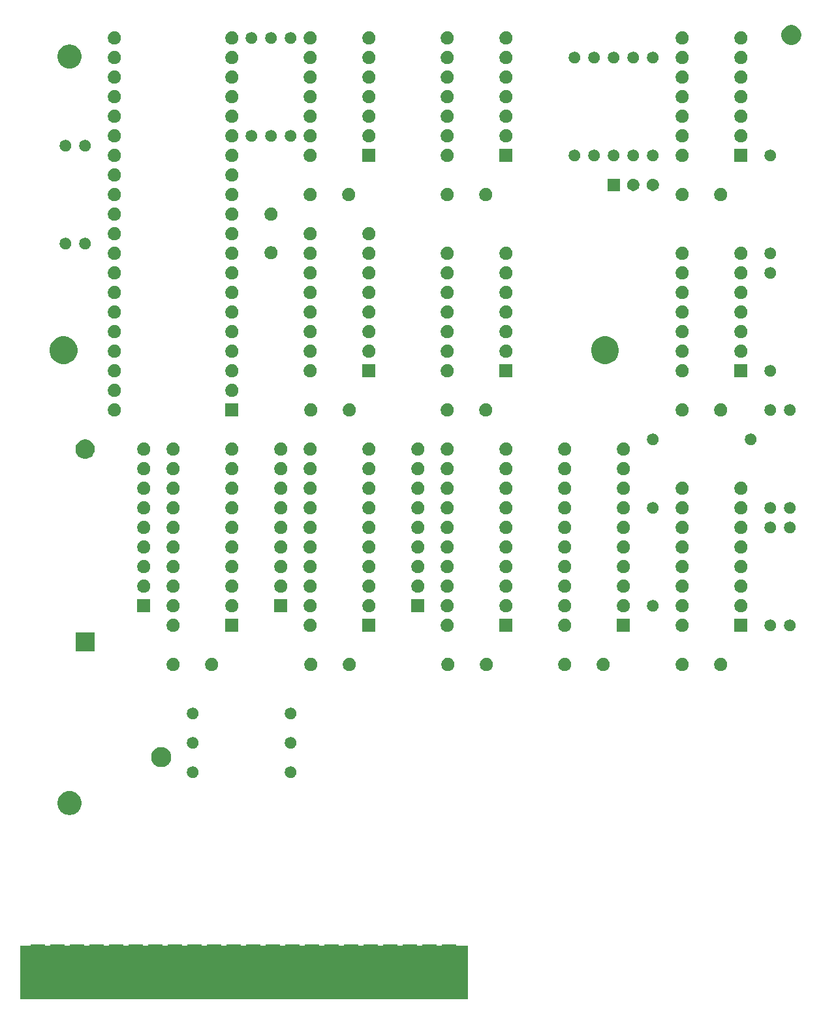
<source format=gbr>
G04 #@! TF.GenerationSoftware,KiCad,Pcbnew,(5.1.5)-3*
G04 #@! TF.CreationDate,2020-07-22T19:22:01-04:00*
G04 #@! TF.ProjectId,c64-cpm-true,6336342d-6370-46d2-9d74-7275652e6b69,B*
G04 #@! TF.SameCoordinates,Original*
G04 #@! TF.FileFunction,Soldermask,Top*
G04 #@! TF.FilePolarity,Negative*
%FSLAX46Y46*%
G04 Gerber Fmt 4.6, Leading zero omitted, Abs format (unit mm)*
G04 Created by KiCad (PCBNEW (5.1.5)-3) date 2020-07-22 19:22:01*
%MOMM*%
%LPD*%
G04 APERTURE LIST*
%ADD10C,0.100000*%
G04 APERTURE END LIST*
D10*
G36*
X63944500Y-168529000D02*
G01*
X63944500Y-175450500D01*
X121983500Y-175450500D01*
X121983500Y-168529000D01*
X63944500Y-168529000D01*
G37*
X63944500Y-168529000D02*
X63944500Y-175450500D01*
X121983500Y-175450500D01*
X121983500Y-168529000D01*
X63944500Y-168529000D01*
G36*
X67220000Y-175509000D02*
G01*
X65368000Y-175509000D01*
X65368000Y-168407000D01*
X67220000Y-168407000D01*
X67220000Y-175509000D01*
G37*
G36*
X100240000Y-175509000D02*
G01*
X98388000Y-175509000D01*
X98388000Y-168407000D01*
X100240000Y-168407000D01*
X100240000Y-175509000D01*
G37*
G36*
X120560000Y-175509000D02*
G01*
X118708000Y-175509000D01*
X118708000Y-168407000D01*
X120560000Y-168407000D01*
X120560000Y-175509000D01*
G37*
G36*
X110400000Y-175509000D02*
G01*
X108548000Y-175509000D01*
X108548000Y-168407000D01*
X110400000Y-168407000D01*
X110400000Y-175509000D01*
G37*
G36*
X115480000Y-175509000D02*
G01*
X113628000Y-175509000D01*
X113628000Y-168407000D01*
X115480000Y-168407000D01*
X115480000Y-175509000D01*
G37*
G36*
X107860000Y-175509000D02*
G01*
X106008000Y-175509000D01*
X106008000Y-168407000D01*
X107860000Y-168407000D01*
X107860000Y-175509000D01*
G37*
G36*
X112940000Y-175509000D02*
G01*
X111088000Y-175509000D01*
X111088000Y-168407000D01*
X112940000Y-168407000D01*
X112940000Y-175509000D01*
G37*
G36*
X105320000Y-175509000D02*
G01*
X103468000Y-175509000D01*
X103468000Y-168407000D01*
X105320000Y-168407000D01*
X105320000Y-175509000D01*
G37*
G36*
X92620000Y-175509000D02*
G01*
X90768000Y-175509000D01*
X90768000Y-168407000D01*
X92620000Y-168407000D01*
X92620000Y-175509000D01*
G37*
G36*
X97700000Y-175509000D02*
G01*
X95848000Y-175509000D01*
X95848000Y-168407000D01*
X97700000Y-168407000D01*
X97700000Y-175509000D01*
G37*
G36*
X95160000Y-175509000D02*
G01*
X93308000Y-175509000D01*
X93308000Y-168407000D01*
X95160000Y-168407000D01*
X95160000Y-175509000D01*
G37*
G36*
X118020000Y-175509000D02*
G01*
X116168000Y-175509000D01*
X116168000Y-168407000D01*
X118020000Y-168407000D01*
X118020000Y-175509000D01*
G37*
G36*
X90080000Y-175509000D02*
G01*
X88228000Y-175509000D01*
X88228000Y-168407000D01*
X90080000Y-168407000D01*
X90080000Y-175509000D01*
G37*
G36*
X87540000Y-175509000D02*
G01*
X85688000Y-175509000D01*
X85688000Y-168407000D01*
X87540000Y-168407000D01*
X87540000Y-175509000D01*
G37*
G36*
X85000000Y-175509000D02*
G01*
X83148000Y-175509000D01*
X83148000Y-168407000D01*
X85000000Y-168407000D01*
X85000000Y-175509000D01*
G37*
G36*
X82460000Y-175509000D02*
G01*
X80608000Y-175509000D01*
X80608000Y-168407000D01*
X82460000Y-168407000D01*
X82460000Y-175509000D01*
G37*
G36*
X79920000Y-175509000D02*
G01*
X78068000Y-175509000D01*
X78068000Y-168407000D01*
X79920000Y-168407000D01*
X79920000Y-175509000D01*
G37*
G36*
X77380000Y-175509000D02*
G01*
X75528000Y-175509000D01*
X75528000Y-168407000D01*
X77380000Y-168407000D01*
X77380000Y-175509000D01*
G37*
G36*
X74840000Y-175509000D02*
G01*
X72988000Y-175509000D01*
X72988000Y-168407000D01*
X74840000Y-168407000D01*
X74840000Y-175509000D01*
G37*
G36*
X72300000Y-175509000D02*
G01*
X70448000Y-175509000D01*
X70448000Y-168407000D01*
X72300000Y-168407000D01*
X72300000Y-175509000D01*
G37*
G36*
X69760000Y-175509000D02*
G01*
X67908000Y-175509000D01*
X67908000Y-168407000D01*
X69760000Y-168407000D01*
X69760000Y-175509000D01*
G37*
G36*
X102780000Y-175509000D02*
G01*
X100928000Y-175509000D01*
X100928000Y-168407000D01*
X102780000Y-168407000D01*
X102780000Y-175509000D01*
G37*
G36*
X70660585Y-148529302D02*
G01*
X70810410Y-148559104D01*
X71092674Y-148676021D01*
X71346705Y-148845759D01*
X71562741Y-149061795D01*
X71732479Y-149315826D01*
X71849396Y-149598090D01*
X71909000Y-149897740D01*
X71909000Y-150203260D01*
X71849396Y-150502910D01*
X71732479Y-150785174D01*
X71562741Y-151039205D01*
X71346705Y-151255241D01*
X71092674Y-151424979D01*
X70810410Y-151541896D01*
X70660585Y-151571698D01*
X70510761Y-151601500D01*
X70205239Y-151601500D01*
X70055415Y-151571698D01*
X69905590Y-151541896D01*
X69623326Y-151424979D01*
X69369295Y-151255241D01*
X69153259Y-151039205D01*
X68983521Y-150785174D01*
X68866604Y-150502910D01*
X68807000Y-150203260D01*
X68807000Y-149897740D01*
X68866604Y-149598090D01*
X68983521Y-149315826D01*
X69153259Y-149061795D01*
X69369295Y-148845759D01*
X69623326Y-148676021D01*
X69905590Y-148559104D01*
X70055415Y-148529302D01*
X70205239Y-148499500D01*
X70510761Y-148499500D01*
X70660585Y-148529302D01*
G37*
G36*
X99279059Y-145327860D02*
G01*
X99415732Y-145384472D01*
X99538735Y-145466660D01*
X99643340Y-145571265D01*
X99725528Y-145694268D01*
X99782140Y-145830941D01*
X99811000Y-145976033D01*
X99811000Y-146123967D01*
X99782140Y-146269059D01*
X99725528Y-146405732D01*
X99643340Y-146528735D01*
X99538735Y-146633340D01*
X99415732Y-146715528D01*
X99415731Y-146715529D01*
X99415730Y-146715529D01*
X99279059Y-146772140D01*
X99133968Y-146801000D01*
X98986032Y-146801000D01*
X98840941Y-146772140D01*
X98704270Y-146715529D01*
X98704269Y-146715529D01*
X98704268Y-146715528D01*
X98581265Y-146633340D01*
X98476660Y-146528735D01*
X98394472Y-146405732D01*
X98337860Y-146269059D01*
X98309000Y-146123967D01*
X98309000Y-145976033D01*
X98337860Y-145830941D01*
X98394472Y-145694268D01*
X98476660Y-145571265D01*
X98581265Y-145466660D01*
X98704268Y-145384472D01*
X98840941Y-145327860D01*
X98986032Y-145299000D01*
X99133968Y-145299000D01*
X99279059Y-145327860D01*
G37*
G36*
X86579059Y-145327860D02*
G01*
X86715732Y-145384472D01*
X86838735Y-145466660D01*
X86943340Y-145571265D01*
X87025528Y-145694268D01*
X87082140Y-145830941D01*
X87111000Y-145976033D01*
X87111000Y-146123967D01*
X87082140Y-146269059D01*
X87025528Y-146405732D01*
X86943340Y-146528735D01*
X86838735Y-146633340D01*
X86715732Y-146715528D01*
X86715731Y-146715529D01*
X86715730Y-146715529D01*
X86579059Y-146772140D01*
X86433968Y-146801000D01*
X86286032Y-146801000D01*
X86140941Y-146772140D01*
X86004270Y-146715529D01*
X86004269Y-146715529D01*
X86004268Y-146715528D01*
X85881265Y-146633340D01*
X85776660Y-146528735D01*
X85694472Y-146405732D01*
X85637860Y-146269059D01*
X85609000Y-146123967D01*
X85609000Y-145976033D01*
X85637860Y-145830941D01*
X85694472Y-145694268D01*
X85776660Y-145571265D01*
X85881265Y-145466660D01*
X86004268Y-145384472D01*
X86140941Y-145327860D01*
X86286032Y-145299000D01*
X86433968Y-145299000D01*
X86579059Y-145327860D01*
G37*
G36*
X82643737Y-142846371D02*
G01*
X82880503Y-142944443D01*
X82880505Y-142944444D01*
X82906989Y-142962140D01*
X83093589Y-143086822D01*
X83274803Y-143268036D01*
X83417182Y-143481122D01*
X83515254Y-143717888D01*
X83565250Y-143969236D01*
X83565250Y-144225514D01*
X83515254Y-144476862D01*
X83417182Y-144713628D01*
X83417181Y-144713630D01*
X83274803Y-144926714D01*
X83093589Y-145107928D01*
X82880505Y-145250306D01*
X82880504Y-145250307D01*
X82880503Y-145250307D01*
X82643737Y-145348379D01*
X82392389Y-145398375D01*
X82136111Y-145398375D01*
X81884763Y-145348379D01*
X81647997Y-145250307D01*
X81647996Y-145250307D01*
X81647995Y-145250306D01*
X81434911Y-145107928D01*
X81253697Y-144926714D01*
X81111319Y-144713630D01*
X81111318Y-144713628D01*
X81013246Y-144476862D01*
X80963250Y-144225514D01*
X80963250Y-143969236D01*
X81013246Y-143717888D01*
X81111318Y-143481122D01*
X81253697Y-143268036D01*
X81434911Y-143086822D01*
X81621511Y-142962140D01*
X81647995Y-142944444D01*
X81647997Y-142944443D01*
X81884763Y-142846371D01*
X82136111Y-142796375D01*
X82392389Y-142796375D01*
X82643737Y-142846371D01*
G37*
G36*
X99279059Y-141517860D02*
G01*
X99415732Y-141574472D01*
X99538735Y-141656660D01*
X99643340Y-141761265D01*
X99725528Y-141884268D01*
X99782140Y-142020941D01*
X99811000Y-142166033D01*
X99811000Y-142313967D01*
X99782140Y-142459059D01*
X99725528Y-142595732D01*
X99643340Y-142718735D01*
X99538735Y-142823340D01*
X99415732Y-142905528D01*
X99415731Y-142905529D01*
X99415730Y-142905529D01*
X99279059Y-142962140D01*
X99133968Y-142991000D01*
X98986032Y-142991000D01*
X98840941Y-142962140D01*
X98704270Y-142905529D01*
X98704269Y-142905529D01*
X98704268Y-142905528D01*
X98581265Y-142823340D01*
X98476660Y-142718735D01*
X98394472Y-142595732D01*
X98337860Y-142459059D01*
X98309000Y-142313967D01*
X98309000Y-142166033D01*
X98337860Y-142020941D01*
X98394472Y-141884268D01*
X98476660Y-141761265D01*
X98581265Y-141656660D01*
X98704268Y-141574472D01*
X98840941Y-141517860D01*
X98986032Y-141489000D01*
X99133968Y-141489000D01*
X99279059Y-141517860D01*
G37*
G36*
X86579059Y-141517860D02*
G01*
X86715732Y-141574472D01*
X86838735Y-141656660D01*
X86943340Y-141761265D01*
X87025528Y-141884268D01*
X87082140Y-142020941D01*
X87111000Y-142166033D01*
X87111000Y-142313967D01*
X87082140Y-142459059D01*
X87025528Y-142595732D01*
X86943340Y-142718735D01*
X86838735Y-142823340D01*
X86715732Y-142905528D01*
X86715731Y-142905529D01*
X86715730Y-142905529D01*
X86579059Y-142962140D01*
X86433968Y-142991000D01*
X86286032Y-142991000D01*
X86140941Y-142962140D01*
X86004270Y-142905529D01*
X86004269Y-142905529D01*
X86004268Y-142905528D01*
X85881265Y-142823340D01*
X85776660Y-142718735D01*
X85694472Y-142595732D01*
X85637860Y-142459059D01*
X85609000Y-142313967D01*
X85609000Y-142166033D01*
X85637860Y-142020941D01*
X85694472Y-141884268D01*
X85776660Y-141761265D01*
X85881265Y-141656660D01*
X86004268Y-141574472D01*
X86140941Y-141517860D01*
X86286032Y-141489000D01*
X86433968Y-141489000D01*
X86579059Y-141517860D01*
G37*
G36*
X86579059Y-137707860D02*
G01*
X86715732Y-137764472D01*
X86838735Y-137846660D01*
X86943340Y-137951265D01*
X87025528Y-138074268D01*
X87082140Y-138210941D01*
X87111000Y-138356033D01*
X87111000Y-138503967D01*
X87082140Y-138649059D01*
X87025528Y-138785732D01*
X86943340Y-138908735D01*
X86838735Y-139013340D01*
X86715732Y-139095528D01*
X86715731Y-139095529D01*
X86715730Y-139095529D01*
X86579059Y-139152140D01*
X86433968Y-139181000D01*
X86286032Y-139181000D01*
X86140941Y-139152140D01*
X86004270Y-139095529D01*
X86004269Y-139095529D01*
X86004268Y-139095528D01*
X85881265Y-139013340D01*
X85776660Y-138908735D01*
X85694472Y-138785732D01*
X85637860Y-138649059D01*
X85609000Y-138503967D01*
X85609000Y-138356033D01*
X85637860Y-138210941D01*
X85694472Y-138074268D01*
X85776660Y-137951265D01*
X85881265Y-137846660D01*
X86004268Y-137764472D01*
X86140941Y-137707860D01*
X86286032Y-137679000D01*
X86433968Y-137679000D01*
X86579059Y-137707860D01*
G37*
G36*
X99279059Y-137707860D02*
G01*
X99415732Y-137764472D01*
X99538735Y-137846660D01*
X99643340Y-137951265D01*
X99725528Y-138074268D01*
X99782140Y-138210941D01*
X99811000Y-138356033D01*
X99811000Y-138503967D01*
X99782140Y-138649059D01*
X99725528Y-138785732D01*
X99643340Y-138908735D01*
X99538735Y-139013340D01*
X99415732Y-139095528D01*
X99415731Y-139095529D01*
X99415730Y-139095529D01*
X99279059Y-139152140D01*
X99133968Y-139181000D01*
X98986032Y-139181000D01*
X98840941Y-139152140D01*
X98704270Y-139095529D01*
X98704269Y-139095529D01*
X98704268Y-139095528D01*
X98581265Y-139013340D01*
X98476660Y-138908735D01*
X98394472Y-138785732D01*
X98337860Y-138649059D01*
X98309000Y-138503967D01*
X98309000Y-138356033D01*
X98337860Y-138210941D01*
X98394472Y-138074268D01*
X98476660Y-137951265D01*
X98581265Y-137846660D01*
X98704268Y-137764472D01*
X98840941Y-137707860D01*
X98986032Y-137679000D01*
X99133968Y-137679000D01*
X99279059Y-137707860D01*
G37*
G36*
X89068228Y-131261703D02*
G01*
X89223100Y-131325853D01*
X89362481Y-131418985D01*
X89481015Y-131537519D01*
X89574147Y-131676900D01*
X89638297Y-131831772D01*
X89671000Y-131996184D01*
X89671000Y-132163816D01*
X89638297Y-132328228D01*
X89574147Y-132483100D01*
X89481015Y-132622481D01*
X89362481Y-132741015D01*
X89223100Y-132834147D01*
X89068228Y-132898297D01*
X88903816Y-132931000D01*
X88736184Y-132931000D01*
X88571772Y-132898297D01*
X88416900Y-132834147D01*
X88277519Y-132741015D01*
X88158985Y-132622481D01*
X88065853Y-132483100D01*
X88001703Y-132328228D01*
X87969000Y-132163816D01*
X87969000Y-131996184D01*
X88001703Y-131831772D01*
X88065853Y-131676900D01*
X88158985Y-131537519D01*
X88277519Y-131418985D01*
X88416900Y-131325853D01*
X88571772Y-131261703D01*
X88736184Y-131229000D01*
X88903816Y-131229000D01*
X89068228Y-131261703D01*
G37*
G36*
X101928228Y-131261703D02*
G01*
X102083100Y-131325853D01*
X102222481Y-131418985D01*
X102341015Y-131537519D01*
X102434147Y-131676900D01*
X102498297Y-131831772D01*
X102531000Y-131996184D01*
X102531000Y-132163816D01*
X102498297Y-132328228D01*
X102434147Y-132483100D01*
X102341015Y-132622481D01*
X102222481Y-132741015D01*
X102083100Y-132834147D01*
X101928228Y-132898297D01*
X101763816Y-132931000D01*
X101596184Y-132931000D01*
X101431772Y-132898297D01*
X101276900Y-132834147D01*
X101137519Y-132741015D01*
X101018985Y-132622481D01*
X100925853Y-132483100D01*
X100861703Y-132328228D01*
X100829000Y-132163816D01*
X100829000Y-131996184D01*
X100861703Y-131831772D01*
X100925853Y-131676900D01*
X101018985Y-131537519D01*
X101137519Y-131418985D01*
X101276900Y-131325853D01*
X101431772Y-131261703D01*
X101596184Y-131229000D01*
X101763816Y-131229000D01*
X101928228Y-131261703D01*
G37*
G36*
X106928228Y-131261703D02*
G01*
X107083100Y-131325853D01*
X107222481Y-131418985D01*
X107341015Y-131537519D01*
X107434147Y-131676900D01*
X107498297Y-131831772D01*
X107531000Y-131996184D01*
X107531000Y-132163816D01*
X107498297Y-132328228D01*
X107434147Y-132483100D01*
X107341015Y-132622481D01*
X107222481Y-132741015D01*
X107083100Y-132834147D01*
X106928228Y-132898297D01*
X106763816Y-132931000D01*
X106596184Y-132931000D01*
X106431772Y-132898297D01*
X106276900Y-132834147D01*
X106137519Y-132741015D01*
X106018985Y-132622481D01*
X105925853Y-132483100D01*
X105861703Y-132328228D01*
X105829000Y-132163816D01*
X105829000Y-131996184D01*
X105861703Y-131831772D01*
X105925853Y-131676900D01*
X106018985Y-131537519D01*
X106137519Y-131418985D01*
X106276900Y-131325853D01*
X106431772Y-131261703D01*
X106596184Y-131229000D01*
X106763816Y-131229000D01*
X106928228Y-131261703D01*
G37*
G36*
X119708228Y-131261703D02*
G01*
X119863100Y-131325853D01*
X120002481Y-131418985D01*
X120121015Y-131537519D01*
X120214147Y-131676900D01*
X120278297Y-131831772D01*
X120311000Y-131996184D01*
X120311000Y-132163816D01*
X120278297Y-132328228D01*
X120214147Y-132483100D01*
X120121015Y-132622481D01*
X120002481Y-132741015D01*
X119863100Y-132834147D01*
X119708228Y-132898297D01*
X119543816Y-132931000D01*
X119376184Y-132931000D01*
X119211772Y-132898297D01*
X119056900Y-132834147D01*
X118917519Y-132741015D01*
X118798985Y-132622481D01*
X118705853Y-132483100D01*
X118641703Y-132328228D01*
X118609000Y-132163816D01*
X118609000Y-131996184D01*
X118641703Y-131831772D01*
X118705853Y-131676900D01*
X118798985Y-131537519D01*
X118917519Y-131418985D01*
X119056900Y-131325853D01*
X119211772Y-131261703D01*
X119376184Y-131229000D01*
X119543816Y-131229000D01*
X119708228Y-131261703D01*
G37*
G36*
X134868228Y-131261703D02*
G01*
X135023100Y-131325853D01*
X135162481Y-131418985D01*
X135281015Y-131537519D01*
X135374147Y-131676900D01*
X135438297Y-131831772D01*
X135471000Y-131996184D01*
X135471000Y-132163816D01*
X135438297Y-132328228D01*
X135374147Y-132483100D01*
X135281015Y-132622481D01*
X135162481Y-132741015D01*
X135023100Y-132834147D01*
X134868228Y-132898297D01*
X134703816Y-132931000D01*
X134536184Y-132931000D01*
X134371772Y-132898297D01*
X134216900Y-132834147D01*
X134077519Y-132741015D01*
X133958985Y-132622481D01*
X133865853Y-132483100D01*
X133801703Y-132328228D01*
X133769000Y-132163816D01*
X133769000Y-131996184D01*
X133801703Y-131831772D01*
X133865853Y-131676900D01*
X133958985Y-131537519D01*
X134077519Y-131418985D01*
X134216900Y-131325853D01*
X134371772Y-131261703D01*
X134536184Y-131229000D01*
X134703816Y-131229000D01*
X134868228Y-131261703D01*
G37*
G36*
X150108228Y-131261703D02*
G01*
X150263100Y-131325853D01*
X150402481Y-131418985D01*
X150521015Y-131537519D01*
X150614147Y-131676900D01*
X150678297Y-131831772D01*
X150711000Y-131996184D01*
X150711000Y-132163816D01*
X150678297Y-132328228D01*
X150614147Y-132483100D01*
X150521015Y-132622481D01*
X150402481Y-132741015D01*
X150263100Y-132834147D01*
X150108228Y-132898297D01*
X149943816Y-132931000D01*
X149776184Y-132931000D01*
X149611772Y-132898297D01*
X149456900Y-132834147D01*
X149317519Y-132741015D01*
X149198985Y-132622481D01*
X149105853Y-132483100D01*
X149041703Y-132328228D01*
X149009000Y-132163816D01*
X149009000Y-131996184D01*
X149041703Y-131831772D01*
X149105853Y-131676900D01*
X149198985Y-131537519D01*
X149317519Y-131418985D01*
X149456900Y-131325853D01*
X149611772Y-131261703D01*
X149776184Y-131229000D01*
X149943816Y-131229000D01*
X150108228Y-131261703D01*
G37*
G36*
X155108228Y-131261703D02*
G01*
X155263100Y-131325853D01*
X155402481Y-131418985D01*
X155521015Y-131537519D01*
X155614147Y-131676900D01*
X155678297Y-131831772D01*
X155711000Y-131996184D01*
X155711000Y-132163816D01*
X155678297Y-132328228D01*
X155614147Y-132483100D01*
X155521015Y-132622481D01*
X155402481Y-132741015D01*
X155263100Y-132834147D01*
X155108228Y-132898297D01*
X154943816Y-132931000D01*
X154776184Y-132931000D01*
X154611772Y-132898297D01*
X154456900Y-132834147D01*
X154317519Y-132741015D01*
X154198985Y-132622481D01*
X154105853Y-132483100D01*
X154041703Y-132328228D01*
X154009000Y-132163816D01*
X154009000Y-131996184D01*
X154041703Y-131831772D01*
X154105853Y-131676900D01*
X154198985Y-131537519D01*
X154317519Y-131418985D01*
X154456900Y-131325853D01*
X154611772Y-131261703D01*
X154776184Y-131229000D01*
X154943816Y-131229000D01*
X155108228Y-131261703D01*
G37*
G36*
X124708228Y-131261703D02*
G01*
X124863100Y-131325853D01*
X125002481Y-131418985D01*
X125121015Y-131537519D01*
X125214147Y-131676900D01*
X125278297Y-131831772D01*
X125311000Y-131996184D01*
X125311000Y-132163816D01*
X125278297Y-132328228D01*
X125214147Y-132483100D01*
X125121015Y-132622481D01*
X125002481Y-132741015D01*
X124863100Y-132834147D01*
X124708228Y-132898297D01*
X124543816Y-132931000D01*
X124376184Y-132931000D01*
X124211772Y-132898297D01*
X124056900Y-132834147D01*
X123917519Y-132741015D01*
X123798985Y-132622481D01*
X123705853Y-132483100D01*
X123641703Y-132328228D01*
X123609000Y-132163816D01*
X123609000Y-131996184D01*
X123641703Y-131831772D01*
X123705853Y-131676900D01*
X123798985Y-131537519D01*
X123917519Y-131418985D01*
X124056900Y-131325853D01*
X124211772Y-131261703D01*
X124376184Y-131229000D01*
X124543816Y-131229000D01*
X124708228Y-131261703D01*
G37*
G36*
X139868228Y-131261703D02*
G01*
X140023100Y-131325853D01*
X140162481Y-131418985D01*
X140281015Y-131537519D01*
X140374147Y-131676900D01*
X140438297Y-131831772D01*
X140471000Y-131996184D01*
X140471000Y-132163816D01*
X140438297Y-132328228D01*
X140374147Y-132483100D01*
X140281015Y-132622481D01*
X140162481Y-132741015D01*
X140023100Y-132834147D01*
X139868228Y-132898297D01*
X139703816Y-132931000D01*
X139536184Y-132931000D01*
X139371772Y-132898297D01*
X139216900Y-132834147D01*
X139077519Y-132741015D01*
X138958985Y-132622481D01*
X138865853Y-132483100D01*
X138801703Y-132328228D01*
X138769000Y-132163816D01*
X138769000Y-131996184D01*
X138801703Y-131831772D01*
X138865853Y-131676900D01*
X138958985Y-131537519D01*
X139077519Y-131418985D01*
X139216900Y-131325853D01*
X139371772Y-131261703D01*
X139536184Y-131229000D01*
X139703816Y-131229000D01*
X139868228Y-131261703D01*
G37*
G36*
X84068228Y-131261703D02*
G01*
X84223100Y-131325853D01*
X84362481Y-131418985D01*
X84481015Y-131537519D01*
X84574147Y-131676900D01*
X84638297Y-131831772D01*
X84671000Y-131996184D01*
X84671000Y-132163816D01*
X84638297Y-132328228D01*
X84574147Y-132483100D01*
X84481015Y-132622481D01*
X84362481Y-132741015D01*
X84223100Y-132834147D01*
X84068228Y-132898297D01*
X83903816Y-132931000D01*
X83736184Y-132931000D01*
X83571772Y-132898297D01*
X83416900Y-132834147D01*
X83277519Y-132741015D01*
X83158985Y-132622481D01*
X83065853Y-132483100D01*
X83001703Y-132328228D01*
X82969000Y-132163816D01*
X82969000Y-131996184D01*
X83001703Y-131831772D01*
X83065853Y-131676900D01*
X83158985Y-131537519D01*
X83277519Y-131418985D01*
X83416900Y-131325853D01*
X83571772Y-131261703D01*
X83736184Y-131229000D01*
X83903816Y-131229000D01*
X84068228Y-131261703D01*
G37*
G36*
X73641000Y-130391000D02*
G01*
X71139000Y-130391000D01*
X71139000Y-127889000D01*
X73641000Y-127889000D01*
X73641000Y-130391000D01*
G37*
G36*
X158331000Y-127851000D02*
G01*
X156629000Y-127851000D01*
X156629000Y-126149000D01*
X158331000Y-126149000D01*
X158331000Y-127851000D01*
G37*
G36*
X143091000Y-127851000D02*
G01*
X141389000Y-127851000D01*
X141389000Y-126149000D01*
X143091000Y-126149000D01*
X143091000Y-127851000D01*
G37*
G36*
X134868228Y-126181703D02*
G01*
X135023100Y-126245853D01*
X135162481Y-126338985D01*
X135281015Y-126457519D01*
X135374147Y-126596900D01*
X135438297Y-126751772D01*
X135471000Y-126916184D01*
X135471000Y-127083816D01*
X135438297Y-127248228D01*
X135374147Y-127403100D01*
X135281015Y-127542481D01*
X135162481Y-127661015D01*
X135023100Y-127754147D01*
X134868228Y-127818297D01*
X134703816Y-127851000D01*
X134536184Y-127851000D01*
X134371772Y-127818297D01*
X134216900Y-127754147D01*
X134077519Y-127661015D01*
X133958985Y-127542481D01*
X133865853Y-127403100D01*
X133801703Y-127248228D01*
X133769000Y-127083816D01*
X133769000Y-126916184D01*
X133801703Y-126751772D01*
X133865853Y-126596900D01*
X133958985Y-126457519D01*
X134077519Y-126338985D01*
X134216900Y-126245853D01*
X134371772Y-126181703D01*
X134536184Y-126149000D01*
X134703816Y-126149000D01*
X134868228Y-126181703D01*
G37*
G36*
X84068228Y-126181703D02*
G01*
X84223100Y-126245853D01*
X84362481Y-126338985D01*
X84481015Y-126457519D01*
X84574147Y-126596900D01*
X84638297Y-126751772D01*
X84671000Y-126916184D01*
X84671000Y-127083816D01*
X84638297Y-127248228D01*
X84574147Y-127403100D01*
X84481015Y-127542481D01*
X84362481Y-127661015D01*
X84223100Y-127754147D01*
X84068228Y-127818297D01*
X83903816Y-127851000D01*
X83736184Y-127851000D01*
X83571772Y-127818297D01*
X83416900Y-127754147D01*
X83277519Y-127661015D01*
X83158985Y-127542481D01*
X83065853Y-127403100D01*
X83001703Y-127248228D01*
X82969000Y-127083816D01*
X82969000Y-126916184D01*
X83001703Y-126751772D01*
X83065853Y-126596900D01*
X83158985Y-126457519D01*
X83277519Y-126338985D01*
X83416900Y-126245853D01*
X83571772Y-126181703D01*
X83736184Y-126149000D01*
X83903816Y-126149000D01*
X84068228Y-126181703D01*
G37*
G36*
X119628228Y-126181703D02*
G01*
X119783100Y-126245853D01*
X119922481Y-126338985D01*
X120041015Y-126457519D01*
X120134147Y-126596900D01*
X120198297Y-126751772D01*
X120231000Y-126916184D01*
X120231000Y-127083816D01*
X120198297Y-127248228D01*
X120134147Y-127403100D01*
X120041015Y-127542481D01*
X119922481Y-127661015D01*
X119783100Y-127754147D01*
X119628228Y-127818297D01*
X119463816Y-127851000D01*
X119296184Y-127851000D01*
X119131772Y-127818297D01*
X118976900Y-127754147D01*
X118837519Y-127661015D01*
X118718985Y-127542481D01*
X118625853Y-127403100D01*
X118561703Y-127248228D01*
X118529000Y-127083816D01*
X118529000Y-126916184D01*
X118561703Y-126751772D01*
X118625853Y-126596900D01*
X118718985Y-126457519D01*
X118837519Y-126338985D01*
X118976900Y-126245853D01*
X119131772Y-126181703D01*
X119296184Y-126149000D01*
X119463816Y-126149000D01*
X119628228Y-126181703D01*
G37*
G36*
X110071000Y-127851000D02*
G01*
X108369000Y-127851000D01*
X108369000Y-126149000D01*
X110071000Y-126149000D01*
X110071000Y-127851000D01*
G37*
G36*
X101848228Y-126181703D02*
G01*
X102003100Y-126245853D01*
X102142481Y-126338985D01*
X102261015Y-126457519D01*
X102354147Y-126596900D01*
X102418297Y-126751772D01*
X102451000Y-126916184D01*
X102451000Y-127083816D01*
X102418297Y-127248228D01*
X102354147Y-127403100D01*
X102261015Y-127542481D01*
X102142481Y-127661015D01*
X102003100Y-127754147D01*
X101848228Y-127818297D01*
X101683816Y-127851000D01*
X101516184Y-127851000D01*
X101351772Y-127818297D01*
X101196900Y-127754147D01*
X101057519Y-127661015D01*
X100938985Y-127542481D01*
X100845853Y-127403100D01*
X100781703Y-127248228D01*
X100749000Y-127083816D01*
X100749000Y-126916184D01*
X100781703Y-126751772D01*
X100845853Y-126596900D01*
X100938985Y-126457519D01*
X101057519Y-126338985D01*
X101196900Y-126245853D01*
X101351772Y-126181703D01*
X101516184Y-126149000D01*
X101683816Y-126149000D01*
X101848228Y-126181703D01*
G37*
G36*
X92291000Y-127851000D02*
G01*
X90589000Y-127851000D01*
X90589000Y-126149000D01*
X92291000Y-126149000D01*
X92291000Y-127851000D01*
G37*
G36*
X150108228Y-126181703D02*
G01*
X150263100Y-126245853D01*
X150402481Y-126338985D01*
X150521015Y-126457519D01*
X150614147Y-126596900D01*
X150678297Y-126751772D01*
X150711000Y-126916184D01*
X150711000Y-127083816D01*
X150678297Y-127248228D01*
X150614147Y-127403100D01*
X150521015Y-127542481D01*
X150402481Y-127661015D01*
X150263100Y-127754147D01*
X150108228Y-127818297D01*
X149943816Y-127851000D01*
X149776184Y-127851000D01*
X149611772Y-127818297D01*
X149456900Y-127754147D01*
X149317519Y-127661015D01*
X149198985Y-127542481D01*
X149105853Y-127403100D01*
X149041703Y-127248228D01*
X149009000Y-127083816D01*
X149009000Y-126916184D01*
X149041703Y-126751772D01*
X149105853Y-126596900D01*
X149198985Y-126457519D01*
X149317519Y-126338985D01*
X149456900Y-126245853D01*
X149611772Y-126181703D01*
X149776184Y-126149000D01*
X149943816Y-126149000D01*
X150108228Y-126181703D01*
G37*
G36*
X127851000Y-127851000D02*
G01*
X126149000Y-127851000D01*
X126149000Y-126149000D01*
X127851000Y-126149000D01*
X127851000Y-127851000D01*
G37*
G36*
X161509059Y-126277860D02*
G01*
X161645732Y-126334472D01*
X161768735Y-126416660D01*
X161873340Y-126521265D01*
X161955528Y-126644268D01*
X162012140Y-126780941D01*
X162041000Y-126926033D01*
X162041000Y-127073967D01*
X162012140Y-127219059D01*
X161955528Y-127355732D01*
X161873340Y-127478735D01*
X161768735Y-127583340D01*
X161645732Y-127665528D01*
X161645731Y-127665529D01*
X161645730Y-127665529D01*
X161509059Y-127722140D01*
X161363968Y-127751000D01*
X161216032Y-127751000D01*
X161070941Y-127722140D01*
X160934270Y-127665529D01*
X160934269Y-127665529D01*
X160934268Y-127665528D01*
X160811265Y-127583340D01*
X160706660Y-127478735D01*
X160624472Y-127355732D01*
X160567860Y-127219059D01*
X160539000Y-127073967D01*
X160539000Y-126926033D01*
X160567860Y-126780941D01*
X160624472Y-126644268D01*
X160706660Y-126521265D01*
X160811265Y-126416660D01*
X160934268Y-126334472D01*
X161070941Y-126277860D01*
X161216032Y-126249000D01*
X161363968Y-126249000D01*
X161509059Y-126277860D01*
G37*
G36*
X164049059Y-126277860D02*
G01*
X164185732Y-126334472D01*
X164308735Y-126416660D01*
X164413340Y-126521265D01*
X164495528Y-126644268D01*
X164552140Y-126780941D01*
X164581000Y-126926033D01*
X164581000Y-127073967D01*
X164552140Y-127219059D01*
X164495528Y-127355732D01*
X164413340Y-127478735D01*
X164308735Y-127583340D01*
X164185732Y-127665528D01*
X164185731Y-127665529D01*
X164185730Y-127665529D01*
X164049059Y-127722140D01*
X163903968Y-127751000D01*
X163756032Y-127751000D01*
X163610941Y-127722140D01*
X163474270Y-127665529D01*
X163474269Y-127665529D01*
X163474268Y-127665528D01*
X163351265Y-127583340D01*
X163246660Y-127478735D01*
X163164472Y-127355732D01*
X163107860Y-127219059D01*
X163079000Y-127073967D01*
X163079000Y-126926033D01*
X163107860Y-126780941D01*
X163164472Y-126644268D01*
X163246660Y-126521265D01*
X163351265Y-126416660D01*
X163474268Y-126334472D01*
X163610941Y-126277860D01*
X163756032Y-126249000D01*
X163903968Y-126249000D01*
X164049059Y-126277860D01*
G37*
G36*
X109468228Y-123641703D02*
G01*
X109623100Y-123705853D01*
X109762481Y-123798985D01*
X109881015Y-123917519D01*
X109974147Y-124056900D01*
X110038297Y-124211772D01*
X110071000Y-124376184D01*
X110071000Y-124543816D01*
X110038297Y-124708228D01*
X109974147Y-124863100D01*
X109881015Y-125002481D01*
X109762481Y-125121015D01*
X109623100Y-125214147D01*
X109468228Y-125278297D01*
X109303816Y-125311000D01*
X109136184Y-125311000D01*
X108971772Y-125278297D01*
X108816900Y-125214147D01*
X108677519Y-125121015D01*
X108558985Y-125002481D01*
X108465853Y-124863100D01*
X108401703Y-124708228D01*
X108369000Y-124543816D01*
X108369000Y-124376184D01*
X108401703Y-124211772D01*
X108465853Y-124056900D01*
X108558985Y-123917519D01*
X108677519Y-123798985D01*
X108816900Y-123705853D01*
X108971772Y-123641703D01*
X109136184Y-123609000D01*
X109303816Y-123609000D01*
X109468228Y-123641703D01*
G37*
G36*
X101848228Y-123641703D02*
G01*
X102003100Y-123705853D01*
X102142481Y-123798985D01*
X102261015Y-123917519D01*
X102354147Y-124056900D01*
X102418297Y-124211772D01*
X102451000Y-124376184D01*
X102451000Y-124543816D01*
X102418297Y-124708228D01*
X102354147Y-124863100D01*
X102261015Y-125002481D01*
X102142481Y-125121015D01*
X102003100Y-125214147D01*
X101848228Y-125278297D01*
X101683816Y-125311000D01*
X101516184Y-125311000D01*
X101351772Y-125278297D01*
X101196900Y-125214147D01*
X101057519Y-125121015D01*
X100938985Y-125002481D01*
X100845853Y-124863100D01*
X100781703Y-124708228D01*
X100749000Y-124543816D01*
X100749000Y-124376184D01*
X100781703Y-124211772D01*
X100845853Y-124056900D01*
X100938985Y-123917519D01*
X101057519Y-123798985D01*
X101196900Y-123705853D01*
X101351772Y-123641703D01*
X101516184Y-123609000D01*
X101683816Y-123609000D01*
X101848228Y-123641703D01*
G37*
G36*
X98641000Y-125311000D02*
G01*
X96939000Y-125311000D01*
X96939000Y-123609000D01*
X98641000Y-123609000D01*
X98641000Y-125311000D01*
G37*
G36*
X91688228Y-123641703D02*
G01*
X91843100Y-123705853D01*
X91982481Y-123798985D01*
X92101015Y-123917519D01*
X92194147Y-124056900D01*
X92258297Y-124211772D01*
X92291000Y-124376184D01*
X92291000Y-124543816D01*
X92258297Y-124708228D01*
X92194147Y-124863100D01*
X92101015Y-125002481D01*
X91982481Y-125121015D01*
X91843100Y-125214147D01*
X91688228Y-125278297D01*
X91523816Y-125311000D01*
X91356184Y-125311000D01*
X91191772Y-125278297D01*
X91036900Y-125214147D01*
X90897519Y-125121015D01*
X90778985Y-125002481D01*
X90685853Y-124863100D01*
X90621703Y-124708228D01*
X90589000Y-124543816D01*
X90589000Y-124376184D01*
X90621703Y-124211772D01*
X90685853Y-124056900D01*
X90778985Y-123917519D01*
X90897519Y-123798985D01*
X91036900Y-123705853D01*
X91191772Y-123641703D01*
X91356184Y-123609000D01*
X91523816Y-123609000D01*
X91688228Y-123641703D01*
G37*
G36*
X84068228Y-123641703D02*
G01*
X84223100Y-123705853D01*
X84362481Y-123798985D01*
X84481015Y-123917519D01*
X84574147Y-124056900D01*
X84638297Y-124211772D01*
X84671000Y-124376184D01*
X84671000Y-124543816D01*
X84638297Y-124708228D01*
X84574147Y-124863100D01*
X84481015Y-125002481D01*
X84362481Y-125121015D01*
X84223100Y-125214147D01*
X84068228Y-125278297D01*
X83903816Y-125311000D01*
X83736184Y-125311000D01*
X83571772Y-125278297D01*
X83416900Y-125214147D01*
X83277519Y-125121015D01*
X83158985Y-125002481D01*
X83065853Y-124863100D01*
X83001703Y-124708228D01*
X82969000Y-124543816D01*
X82969000Y-124376184D01*
X83001703Y-124211772D01*
X83065853Y-124056900D01*
X83158985Y-123917519D01*
X83277519Y-123798985D01*
X83416900Y-123705853D01*
X83571772Y-123641703D01*
X83736184Y-123609000D01*
X83903816Y-123609000D01*
X84068228Y-123641703D01*
G37*
G36*
X80861000Y-125311000D02*
G01*
X79159000Y-125311000D01*
X79159000Y-123609000D01*
X80861000Y-123609000D01*
X80861000Y-125311000D01*
G37*
G36*
X134868228Y-123641703D02*
G01*
X135023100Y-123705853D01*
X135162481Y-123798985D01*
X135281015Y-123917519D01*
X135374147Y-124056900D01*
X135438297Y-124211772D01*
X135471000Y-124376184D01*
X135471000Y-124543816D01*
X135438297Y-124708228D01*
X135374147Y-124863100D01*
X135281015Y-125002481D01*
X135162481Y-125121015D01*
X135023100Y-125214147D01*
X134868228Y-125278297D01*
X134703816Y-125311000D01*
X134536184Y-125311000D01*
X134371772Y-125278297D01*
X134216900Y-125214147D01*
X134077519Y-125121015D01*
X133958985Y-125002481D01*
X133865853Y-124863100D01*
X133801703Y-124708228D01*
X133769000Y-124543816D01*
X133769000Y-124376184D01*
X133801703Y-124211772D01*
X133865853Y-124056900D01*
X133958985Y-123917519D01*
X134077519Y-123798985D01*
X134216900Y-123705853D01*
X134371772Y-123641703D01*
X134536184Y-123609000D01*
X134703816Y-123609000D01*
X134868228Y-123641703D01*
G37*
G36*
X119628228Y-123641703D02*
G01*
X119783100Y-123705853D01*
X119922481Y-123798985D01*
X120041015Y-123917519D01*
X120134147Y-124056900D01*
X120198297Y-124211772D01*
X120231000Y-124376184D01*
X120231000Y-124543816D01*
X120198297Y-124708228D01*
X120134147Y-124863100D01*
X120041015Y-125002481D01*
X119922481Y-125121015D01*
X119783100Y-125214147D01*
X119628228Y-125278297D01*
X119463816Y-125311000D01*
X119296184Y-125311000D01*
X119131772Y-125278297D01*
X118976900Y-125214147D01*
X118837519Y-125121015D01*
X118718985Y-125002481D01*
X118625853Y-124863100D01*
X118561703Y-124708228D01*
X118529000Y-124543816D01*
X118529000Y-124376184D01*
X118561703Y-124211772D01*
X118625853Y-124056900D01*
X118718985Y-123917519D01*
X118837519Y-123798985D01*
X118976900Y-123705853D01*
X119131772Y-123641703D01*
X119296184Y-123609000D01*
X119463816Y-123609000D01*
X119628228Y-123641703D01*
G37*
G36*
X127248228Y-123641703D02*
G01*
X127403100Y-123705853D01*
X127542481Y-123798985D01*
X127661015Y-123917519D01*
X127754147Y-124056900D01*
X127818297Y-124211772D01*
X127851000Y-124376184D01*
X127851000Y-124543816D01*
X127818297Y-124708228D01*
X127754147Y-124863100D01*
X127661015Y-125002481D01*
X127542481Y-125121015D01*
X127403100Y-125214147D01*
X127248228Y-125278297D01*
X127083816Y-125311000D01*
X126916184Y-125311000D01*
X126751772Y-125278297D01*
X126596900Y-125214147D01*
X126457519Y-125121015D01*
X126338985Y-125002481D01*
X126245853Y-124863100D01*
X126181703Y-124708228D01*
X126149000Y-124543816D01*
X126149000Y-124376184D01*
X126181703Y-124211772D01*
X126245853Y-124056900D01*
X126338985Y-123917519D01*
X126457519Y-123798985D01*
X126596900Y-123705853D01*
X126751772Y-123641703D01*
X126916184Y-123609000D01*
X127083816Y-123609000D01*
X127248228Y-123641703D01*
G37*
G36*
X157728228Y-123641703D02*
G01*
X157883100Y-123705853D01*
X158022481Y-123798985D01*
X158141015Y-123917519D01*
X158234147Y-124056900D01*
X158298297Y-124211772D01*
X158331000Y-124376184D01*
X158331000Y-124543816D01*
X158298297Y-124708228D01*
X158234147Y-124863100D01*
X158141015Y-125002481D01*
X158022481Y-125121015D01*
X157883100Y-125214147D01*
X157728228Y-125278297D01*
X157563816Y-125311000D01*
X157396184Y-125311000D01*
X157231772Y-125278297D01*
X157076900Y-125214147D01*
X156937519Y-125121015D01*
X156818985Y-125002481D01*
X156725853Y-124863100D01*
X156661703Y-124708228D01*
X156629000Y-124543816D01*
X156629000Y-124376184D01*
X156661703Y-124211772D01*
X156725853Y-124056900D01*
X156818985Y-123917519D01*
X156937519Y-123798985D01*
X157076900Y-123705853D01*
X157231772Y-123641703D01*
X157396184Y-123609000D01*
X157563816Y-123609000D01*
X157728228Y-123641703D01*
G37*
G36*
X142488228Y-123641703D02*
G01*
X142643100Y-123705853D01*
X142782481Y-123798985D01*
X142901015Y-123917519D01*
X142994147Y-124056900D01*
X143058297Y-124211772D01*
X143091000Y-124376184D01*
X143091000Y-124543816D01*
X143058297Y-124708228D01*
X142994147Y-124863100D01*
X142901015Y-125002481D01*
X142782481Y-125121015D01*
X142643100Y-125214147D01*
X142488228Y-125278297D01*
X142323816Y-125311000D01*
X142156184Y-125311000D01*
X141991772Y-125278297D01*
X141836900Y-125214147D01*
X141697519Y-125121015D01*
X141578985Y-125002481D01*
X141485853Y-124863100D01*
X141421703Y-124708228D01*
X141389000Y-124543816D01*
X141389000Y-124376184D01*
X141421703Y-124211772D01*
X141485853Y-124056900D01*
X141578985Y-123917519D01*
X141697519Y-123798985D01*
X141836900Y-123705853D01*
X141991772Y-123641703D01*
X142156184Y-123609000D01*
X142323816Y-123609000D01*
X142488228Y-123641703D01*
G37*
G36*
X150108228Y-123641703D02*
G01*
X150263100Y-123705853D01*
X150402481Y-123798985D01*
X150521015Y-123917519D01*
X150614147Y-124056900D01*
X150678297Y-124211772D01*
X150711000Y-124376184D01*
X150711000Y-124543816D01*
X150678297Y-124708228D01*
X150614147Y-124863100D01*
X150521015Y-125002481D01*
X150402481Y-125121015D01*
X150263100Y-125214147D01*
X150108228Y-125278297D01*
X149943816Y-125311000D01*
X149776184Y-125311000D01*
X149611772Y-125278297D01*
X149456900Y-125214147D01*
X149317519Y-125121015D01*
X149198985Y-125002481D01*
X149105853Y-124863100D01*
X149041703Y-124708228D01*
X149009000Y-124543816D01*
X149009000Y-124376184D01*
X149041703Y-124211772D01*
X149105853Y-124056900D01*
X149198985Y-123917519D01*
X149317519Y-123798985D01*
X149456900Y-123705853D01*
X149611772Y-123641703D01*
X149776184Y-123609000D01*
X149943816Y-123609000D01*
X150108228Y-123641703D01*
G37*
G36*
X116421000Y-125311000D02*
G01*
X114719000Y-125311000D01*
X114719000Y-123609000D01*
X116421000Y-123609000D01*
X116421000Y-125311000D01*
G37*
G36*
X146269059Y-123737860D02*
G01*
X146405732Y-123794472D01*
X146528735Y-123876660D01*
X146633340Y-123981265D01*
X146715528Y-124104268D01*
X146772140Y-124240941D01*
X146801000Y-124386033D01*
X146801000Y-124533967D01*
X146772140Y-124679059D01*
X146715528Y-124815732D01*
X146633340Y-124938735D01*
X146528735Y-125043340D01*
X146405732Y-125125528D01*
X146405731Y-125125529D01*
X146405730Y-125125529D01*
X146269059Y-125182140D01*
X146123968Y-125211000D01*
X145976032Y-125211000D01*
X145830941Y-125182140D01*
X145694270Y-125125529D01*
X145694269Y-125125529D01*
X145694268Y-125125528D01*
X145571265Y-125043340D01*
X145466660Y-124938735D01*
X145384472Y-124815732D01*
X145327860Y-124679059D01*
X145299000Y-124533967D01*
X145299000Y-124386033D01*
X145327860Y-124240941D01*
X145384472Y-124104268D01*
X145466660Y-123981265D01*
X145571265Y-123876660D01*
X145694268Y-123794472D01*
X145830941Y-123737860D01*
X145976032Y-123709000D01*
X146123968Y-123709000D01*
X146269059Y-123737860D01*
G37*
G36*
X127248228Y-121101703D02*
G01*
X127403100Y-121165853D01*
X127542481Y-121258985D01*
X127661015Y-121377519D01*
X127754147Y-121516900D01*
X127818297Y-121671772D01*
X127851000Y-121836184D01*
X127851000Y-122003816D01*
X127818297Y-122168228D01*
X127754147Y-122323100D01*
X127661015Y-122462481D01*
X127542481Y-122581015D01*
X127403100Y-122674147D01*
X127248228Y-122738297D01*
X127083816Y-122771000D01*
X126916184Y-122771000D01*
X126751772Y-122738297D01*
X126596900Y-122674147D01*
X126457519Y-122581015D01*
X126338985Y-122462481D01*
X126245853Y-122323100D01*
X126181703Y-122168228D01*
X126149000Y-122003816D01*
X126149000Y-121836184D01*
X126181703Y-121671772D01*
X126245853Y-121516900D01*
X126338985Y-121377519D01*
X126457519Y-121258985D01*
X126596900Y-121165853D01*
X126751772Y-121101703D01*
X126916184Y-121069000D01*
X127083816Y-121069000D01*
X127248228Y-121101703D01*
G37*
G36*
X91688228Y-121101703D02*
G01*
X91843100Y-121165853D01*
X91982481Y-121258985D01*
X92101015Y-121377519D01*
X92194147Y-121516900D01*
X92258297Y-121671772D01*
X92291000Y-121836184D01*
X92291000Y-122003816D01*
X92258297Y-122168228D01*
X92194147Y-122323100D01*
X92101015Y-122462481D01*
X91982481Y-122581015D01*
X91843100Y-122674147D01*
X91688228Y-122738297D01*
X91523816Y-122771000D01*
X91356184Y-122771000D01*
X91191772Y-122738297D01*
X91036900Y-122674147D01*
X90897519Y-122581015D01*
X90778985Y-122462481D01*
X90685853Y-122323100D01*
X90621703Y-122168228D01*
X90589000Y-122003816D01*
X90589000Y-121836184D01*
X90621703Y-121671772D01*
X90685853Y-121516900D01*
X90778985Y-121377519D01*
X90897519Y-121258985D01*
X91036900Y-121165853D01*
X91191772Y-121101703D01*
X91356184Y-121069000D01*
X91523816Y-121069000D01*
X91688228Y-121101703D01*
G37*
G36*
X101848228Y-121101703D02*
G01*
X102003100Y-121165853D01*
X102142481Y-121258985D01*
X102261015Y-121377519D01*
X102354147Y-121516900D01*
X102418297Y-121671772D01*
X102451000Y-121836184D01*
X102451000Y-122003816D01*
X102418297Y-122168228D01*
X102354147Y-122323100D01*
X102261015Y-122462481D01*
X102142481Y-122581015D01*
X102003100Y-122674147D01*
X101848228Y-122738297D01*
X101683816Y-122771000D01*
X101516184Y-122771000D01*
X101351772Y-122738297D01*
X101196900Y-122674147D01*
X101057519Y-122581015D01*
X100938985Y-122462481D01*
X100845853Y-122323100D01*
X100781703Y-122168228D01*
X100749000Y-122003816D01*
X100749000Y-121836184D01*
X100781703Y-121671772D01*
X100845853Y-121516900D01*
X100938985Y-121377519D01*
X101057519Y-121258985D01*
X101196900Y-121165853D01*
X101351772Y-121101703D01*
X101516184Y-121069000D01*
X101683816Y-121069000D01*
X101848228Y-121101703D01*
G37*
G36*
X109468228Y-121101703D02*
G01*
X109623100Y-121165853D01*
X109762481Y-121258985D01*
X109881015Y-121377519D01*
X109974147Y-121516900D01*
X110038297Y-121671772D01*
X110071000Y-121836184D01*
X110071000Y-122003816D01*
X110038297Y-122168228D01*
X109974147Y-122323100D01*
X109881015Y-122462481D01*
X109762481Y-122581015D01*
X109623100Y-122674147D01*
X109468228Y-122738297D01*
X109303816Y-122771000D01*
X109136184Y-122771000D01*
X108971772Y-122738297D01*
X108816900Y-122674147D01*
X108677519Y-122581015D01*
X108558985Y-122462481D01*
X108465853Y-122323100D01*
X108401703Y-122168228D01*
X108369000Y-122003816D01*
X108369000Y-121836184D01*
X108401703Y-121671772D01*
X108465853Y-121516900D01*
X108558985Y-121377519D01*
X108677519Y-121258985D01*
X108816900Y-121165853D01*
X108971772Y-121101703D01*
X109136184Y-121069000D01*
X109303816Y-121069000D01*
X109468228Y-121101703D01*
G37*
G36*
X115818228Y-121101703D02*
G01*
X115973100Y-121165853D01*
X116112481Y-121258985D01*
X116231015Y-121377519D01*
X116324147Y-121516900D01*
X116388297Y-121671772D01*
X116421000Y-121836184D01*
X116421000Y-122003816D01*
X116388297Y-122168228D01*
X116324147Y-122323100D01*
X116231015Y-122462481D01*
X116112481Y-122581015D01*
X115973100Y-122674147D01*
X115818228Y-122738297D01*
X115653816Y-122771000D01*
X115486184Y-122771000D01*
X115321772Y-122738297D01*
X115166900Y-122674147D01*
X115027519Y-122581015D01*
X114908985Y-122462481D01*
X114815853Y-122323100D01*
X114751703Y-122168228D01*
X114719000Y-122003816D01*
X114719000Y-121836184D01*
X114751703Y-121671772D01*
X114815853Y-121516900D01*
X114908985Y-121377519D01*
X115027519Y-121258985D01*
X115166900Y-121165853D01*
X115321772Y-121101703D01*
X115486184Y-121069000D01*
X115653816Y-121069000D01*
X115818228Y-121101703D01*
G37*
G36*
X98038228Y-121101703D02*
G01*
X98193100Y-121165853D01*
X98332481Y-121258985D01*
X98451015Y-121377519D01*
X98544147Y-121516900D01*
X98608297Y-121671772D01*
X98641000Y-121836184D01*
X98641000Y-122003816D01*
X98608297Y-122168228D01*
X98544147Y-122323100D01*
X98451015Y-122462481D01*
X98332481Y-122581015D01*
X98193100Y-122674147D01*
X98038228Y-122738297D01*
X97873816Y-122771000D01*
X97706184Y-122771000D01*
X97541772Y-122738297D01*
X97386900Y-122674147D01*
X97247519Y-122581015D01*
X97128985Y-122462481D01*
X97035853Y-122323100D01*
X96971703Y-122168228D01*
X96939000Y-122003816D01*
X96939000Y-121836184D01*
X96971703Y-121671772D01*
X97035853Y-121516900D01*
X97128985Y-121377519D01*
X97247519Y-121258985D01*
X97386900Y-121165853D01*
X97541772Y-121101703D01*
X97706184Y-121069000D01*
X97873816Y-121069000D01*
X98038228Y-121101703D01*
G37*
G36*
X119628228Y-121101703D02*
G01*
X119783100Y-121165853D01*
X119922481Y-121258985D01*
X120041015Y-121377519D01*
X120134147Y-121516900D01*
X120198297Y-121671772D01*
X120231000Y-121836184D01*
X120231000Y-122003816D01*
X120198297Y-122168228D01*
X120134147Y-122323100D01*
X120041015Y-122462481D01*
X119922481Y-122581015D01*
X119783100Y-122674147D01*
X119628228Y-122738297D01*
X119463816Y-122771000D01*
X119296184Y-122771000D01*
X119131772Y-122738297D01*
X118976900Y-122674147D01*
X118837519Y-122581015D01*
X118718985Y-122462481D01*
X118625853Y-122323100D01*
X118561703Y-122168228D01*
X118529000Y-122003816D01*
X118529000Y-121836184D01*
X118561703Y-121671772D01*
X118625853Y-121516900D01*
X118718985Y-121377519D01*
X118837519Y-121258985D01*
X118976900Y-121165853D01*
X119131772Y-121101703D01*
X119296184Y-121069000D01*
X119463816Y-121069000D01*
X119628228Y-121101703D01*
G37*
G36*
X80258228Y-121101703D02*
G01*
X80413100Y-121165853D01*
X80552481Y-121258985D01*
X80671015Y-121377519D01*
X80764147Y-121516900D01*
X80828297Y-121671772D01*
X80861000Y-121836184D01*
X80861000Y-122003816D01*
X80828297Y-122168228D01*
X80764147Y-122323100D01*
X80671015Y-122462481D01*
X80552481Y-122581015D01*
X80413100Y-122674147D01*
X80258228Y-122738297D01*
X80093816Y-122771000D01*
X79926184Y-122771000D01*
X79761772Y-122738297D01*
X79606900Y-122674147D01*
X79467519Y-122581015D01*
X79348985Y-122462481D01*
X79255853Y-122323100D01*
X79191703Y-122168228D01*
X79159000Y-122003816D01*
X79159000Y-121836184D01*
X79191703Y-121671772D01*
X79255853Y-121516900D01*
X79348985Y-121377519D01*
X79467519Y-121258985D01*
X79606900Y-121165853D01*
X79761772Y-121101703D01*
X79926184Y-121069000D01*
X80093816Y-121069000D01*
X80258228Y-121101703D01*
G37*
G36*
X150108228Y-121101703D02*
G01*
X150263100Y-121165853D01*
X150402481Y-121258985D01*
X150521015Y-121377519D01*
X150614147Y-121516900D01*
X150678297Y-121671772D01*
X150711000Y-121836184D01*
X150711000Y-122003816D01*
X150678297Y-122168228D01*
X150614147Y-122323100D01*
X150521015Y-122462481D01*
X150402481Y-122581015D01*
X150263100Y-122674147D01*
X150108228Y-122738297D01*
X149943816Y-122771000D01*
X149776184Y-122771000D01*
X149611772Y-122738297D01*
X149456900Y-122674147D01*
X149317519Y-122581015D01*
X149198985Y-122462481D01*
X149105853Y-122323100D01*
X149041703Y-122168228D01*
X149009000Y-122003816D01*
X149009000Y-121836184D01*
X149041703Y-121671772D01*
X149105853Y-121516900D01*
X149198985Y-121377519D01*
X149317519Y-121258985D01*
X149456900Y-121165853D01*
X149611772Y-121101703D01*
X149776184Y-121069000D01*
X149943816Y-121069000D01*
X150108228Y-121101703D01*
G37*
G36*
X157728228Y-121101703D02*
G01*
X157883100Y-121165853D01*
X158022481Y-121258985D01*
X158141015Y-121377519D01*
X158234147Y-121516900D01*
X158298297Y-121671772D01*
X158331000Y-121836184D01*
X158331000Y-122003816D01*
X158298297Y-122168228D01*
X158234147Y-122323100D01*
X158141015Y-122462481D01*
X158022481Y-122581015D01*
X157883100Y-122674147D01*
X157728228Y-122738297D01*
X157563816Y-122771000D01*
X157396184Y-122771000D01*
X157231772Y-122738297D01*
X157076900Y-122674147D01*
X156937519Y-122581015D01*
X156818985Y-122462481D01*
X156725853Y-122323100D01*
X156661703Y-122168228D01*
X156629000Y-122003816D01*
X156629000Y-121836184D01*
X156661703Y-121671772D01*
X156725853Y-121516900D01*
X156818985Y-121377519D01*
X156937519Y-121258985D01*
X157076900Y-121165853D01*
X157231772Y-121101703D01*
X157396184Y-121069000D01*
X157563816Y-121069000D01*
X157728228Y-121101703D01*
G37*
G36*
X84068228Y-121101703D02*
G01*
X84223100Y-121165853D01*
X84362481Y-121258985D01*
X84481015Y-121377519D01*
X84574147Y-121516900D01*
X84638297Y-121671772D01*
X84671000Y-121836184D01*
X84671000Y-122003816D01*
X84638297Y-122168228D01*
X84574147Y-122323100D01*
X84481015Y-122462481D01*
X84362481Y-122581015D01*
X84223100Y-122674147D01*
X84068228Y-122738297D01*
X83903816Y-122771000D01*
X83736184Y-122771000D01*
X83571772Y-122738297D01*
X83416900Y-122674147D01*
X83277519Y-122581015D01*
X83158985Y-122462481D01*
X83065853Y-122323100D01*
X83001703Y-122168228D01*
X82969000Y-122003816D01*
X82969000Y-121836184D01*
X83001703Y-121671772D01*
X83065853Y-121516900D01*
X83158985Y-121377519D01*
X83277519Y-121258985D01*
X83416900Y-121165853D01*
X83571772Y-121101703D01*
X83736184Y-121069000D01*
X83903816Y-121069000D01*
X84068228Y-121101703D01*
G37*
G36*
X142488228Y-121101703D02*
G01*
X142643100Y-121165853D01*
X142782481Y-121258985D01*
X142901015Y-121377519D01*
X142994147Y-121516900D01*
X143058297Y-121671772D01*
X143091000Y-121836184D01*
X143091000Y-122003816D01*
X143058297Y-122168228D01*
X142994147Y-122323100D01*
X142901015Y-122462481D01*
X142782481Y-122581015D01*
X142643100Y-122674147D01*
X142488228Y-122738297D01*
X142323816Y-122771000D01*
X142156184Y-122771000D01*
X141991772Y-122738297D01*
X141836900Y-122674147D01*
X141697519Y-122581015D01*
X141578985Y-122462481D01*
X141485853Y-122323100D01*
X141421703Y-122168228D01*
X141389000Y-122003816D01*
X141389000Y-121836184D01*
X141421703Y-121671772D01*
X141485853Y-121516900D01*
X141578985Y-121377519D01*
X141697519Y-121258985D01*
X141836900Y-121165853D01*
X141991772Y-121101703D01*
X142156184Y-121069000D01*
X142323816Y-121069000D01*
X142488228Y-121101703D01*
G37*
G36*
X134868228Y-121101703D02*
G01*
X135023100Y-121165853D01*
X135162481Y-121258985D01*
X135281015Y-121377519D01*
X135374147Y-121516900D01*
X135438297Y-121671772D01*
X135471000Y-121836184D01*
X135471000Y-122003816D01*
X135438297Y-122168228D01*
X135374147Y-122323100D01*
X135281015Y-122462481D01*
X135162481Y-122581015D01*
X135023100Y-122674147D01*
X134868228Y-122738297D01*
X134703816Y-122771000D01*
X134536184Y-122771000D01*
X134371772Y-122738297D01*
X134216900Y-122674147D01*
X134077519Y-122581015D01*
X133958985Y-122462481D01*
X133865853Y-122323100D01*
X133801703Y-122168228D01*
X133769000Y-122003816D01*
X133769000Y-121836184D01*
X133801703Y-121671772D01*
X133865853Y-121516900D01*
X133958985Y-121377519D01*
X134077519Y-121258985D01*
X134216900Y-121165853D01*
X134371772Y-121101703D01*
X134536184Y-121069000D01*
X134703816Y-121069000D01*
X134868228Y-121101703D01*
G37*
G36*
X127248228Y-118561703D02*
G01*
X127403100Y-118625853D01*
X127542481Y-118718985D01*
X127661015Y-118837519D01*
X127754147Y-118976900D01*
X127818297Y-119131772D01*
X127851000Y-119296184D01*
X127851000Y-119463816D01*
X127818297Y-119628228D01*
X127754147Y-119783100D01*
X127661015Y-119922481D01*
X127542481Y-120041015D01*
X127403100Y-120134147D01*
X127248228Y-120198297D01*
X127083816Y-120231000D01*
X126916184Y-120231000D01*
X126751772Y-120198297D01*
X126596900Y-120134147D01*
X126457519Y-120041015D01*
X126338985Y-119922481D01*
X126245853Y-119783100D01*
X126181703Y-119628228D01*
X126149000Y-119463816D01*
X126149000Y-119296184D01*
X126181703Y-119131772D01*
X126245853Y-118976900D01*
X126338985Y-118837519D01*
X126457519Y-118718985D01*
X126596900Y-118625853D01*
X126751772Y-118561703D01*
X126916184Y-118529000D01*
X127083816Y-118529000D01*
X127248228Y-118561703D01*
G37*
G36*
X109468228Y-118561703D02*
G01*
X109623100Y-118625853D01*
X109762481Y-118718985D01*
X109881015Y-118837519D01*
X109974147Y-118976900D01*
X110038297Y-119131772D01*
X110071000Y-119296184D01*
X110071000Y-119463816D01*
X110038297Y-119628228D01*
X109974147Y-119783100D01*
X109881015Y-119922481D01*
X109762481Y-120041015D01*
X109623100Y-120134147D01*
X109468228Y-120198297D01*
X109303816Y-120231000D01*
X109136184Y-120231000D01*
X108971772Y-120198297D01*
X108816900Y-120134147D01*
X108677519Y-120041015D01*
X108558985Y-119922481D01*
X108465853Y-119783100D01*
X108401703Y-119628228D01*
X108369000Y-119463816D01*
X108369000Y-119296184D01*
X108401703Y-119131772D01*
X108465853Y-118976900D01*
X108558985Y-118837519D01*
X108677519Y-118718985D01*
X108816900Y-118625853D01*
X108971772Y-118561703D01*
X109136184Y-118529000D01*
X109303816Y-118529000D01*
X109468228Y-118561703D01*
G37*
G36*
X101848228Y-118561703D02*
G01*
X102003100Y-118625853D01*
X102142481Y-118718985D01*
X102261015Y-118837519D01*
X102354147Y-118976900D01*
X102418297Y-119131772D01*
X102451000Y-119296184D01*
X102451000Y-119463816D01*
X102418297Y-119628228D01*
X102354147Y-119783100D01*
X102261015Y-119922481D01*
X102142481Y-120041015D01*
X102003100Y-120134147D01*
X101848228Y-120198297D01*
X101683816Y-120231000D01*
X101516184Y-120231000D01*
X101351772Y-120198297D01*
X101196900Y-120134147D01*
X101057519Y-120041015D01*
X100938985Y-119922481D01*
X100845853Y-119783100D01*
X100781703Y-119628228D01*
X100749000Y-119463816D01*
X100749000Y-119296184D01*
X100781703Y-119131772D01*
X100845853Y-118976900D01*
X100938985Y-118837519D01*
X101057519Y-118718985D01*
X101196900Y-118625853D01*
X101351772Y-118561703D01*
X101516184Y-118529000D01*
X101683816Y-118529000D01*
X101848228Y-118561703D01*
G37*
G36*
X91688228Y-118561703D02*
G01*
X91843100Y-118625853D01*
X91982481Y-118718985D01*
X92101015Y-118837519D01*
X92194147Y-118976900D01*
X92258297Y-119131772D01*
X92291000Y-119296184D01*
X92291000Y-119463816D01*
X92258297Y-119628228D01*
X92194147Y-119783100D01*
X92101015Y-119922481D01*
X91982481Y-120041015D01*
X91843100Y-120134147D01*
X91688228Y-120198297D01*
X91523816Y-120231000D01*
X91356184Y-120231000D01*
X91191772Y-120198297D01*
X91036900Y-120134147D01*
X90897519Y-120041015D01*
X90778985Y-119922481D01*
X90685853Y-119783100D01*
X90621703Y-119628228D01*
X90589000Y-119463816D01*
X90589000Y-119296184D01*
X90621703Y-119131772D01*
X90685853Y-118976900D01*
X90778985Y-118837519D01*
X90897519Y-118718985D01*
X91036900Y-118625853D01*
X91191772Y-118561703D01*
X91356184Y-118529000D01*
X91523816Y-118529000D01*
X91688228Y-118561703D01*
G37*
G36*
X84068228Y-118561703D02*
G01*
X84223100Y-118625853D01*
X84362481Y-118718985D01*
X84481015Y-118837519D01*
X84574147Y-118976900D01*
X84638297Y-119131772D01*
X84671000Y-119296184D01*
X84671000Y-119463816D01*
X84638297Y-119628228D01*
X84574147Y-119783100D01*
X84481015Y-119922481D01*
X84362481Y-120041015D01*
X84223100Y-120134147D01*
X84068228Y-120198297D01*
X83903816Y-120231000D01*
X83736184Y-120231000D01*
X83571772Y-120198297D01*
X83416900Y-120134147D01*
X83277519Y-120041015D01*
X83158985Y-119922481D01*
X83065853Y-119783100D01*
X83001703Y-119628228D01*
X82969000Y-119463816D01*
X82969000Y-119296184D01*
X83001703Y-119131772D01*
X83065853Y-118976900D01*
X83158985Y-118837519D01*
X83277519Y-118718985D01*
X83416900Y-118625853D01*
X83571772Y-118561703D01*
X83736184Y-118529000D01*
X83903816Y-118529000D01*
X84068228Y-118561703D01*
G37*
G36*
X115818228Y-118561703D02*
G01*
X115973100Y-118625853D01*
X116112481Y-118718985D01*
X116231015Y-118837519D01*
X116324147Y-118976900D01*
X116388297Y-119131772D01*
X116421000Y-119296184D01*
X116421000Y-119463816D01*
X116388297Y-119628228D01*
X116324147Y-119783100D01*
X116231015Y-119922481D01*
X116112481Y-120041015D01*
X115973100Y-120134147D01*
X115818228Y-120198297D01*
X115653816Y-120231000D01*
X115486184Y-120231000D01*
X115321772Y-120198297D01*
X115166900Y-120134147D01*
X115027519Y-120041015D01*
X114908985Y-119922481D01*
X114815853Y-119783100D01*
X114751703Y-119628228D01*
X114719000Y-119463816D01*
X114719000Y-119296184D01*
X114751703Y-119131772D01*
X114815853Y-118976900D01*
X114908985Y-118837519D01*
X115027519Y-118718985D01*
X115166900Y-118625853D01*
X115321772Y-118561703D01*
X115486184Y-118529000D01*
X115653816Y-118529000D01*
X115818228Y-118561703D01*
G37*
G36*
X80258228Y-118561703D02*
G01*
X80413100Y-118625853D01*
X80552481Y-118718985D01*
X80671015Y-118837519D01*
X80764147Y-118976900D01*
X80828297Y-119131772D01*
X80861000Y-119296184D01*
X80861000Y-119463816D01*
X80828297Y-119628228D01*
X80764147Y-119783100D01*
X80671015Y-119922481D01*
X80552481Y-120041015D01*
X80413100Y-120134147D01*
X80258228Y-120198297D01*
X80093816Y-120231000D01*
X79926184Y-120231000D01*
X79761772Y-120198297D01*
X79606900Y-120134147D01*
X79467519Y-120041015D01*
X79348985Y-119922481D01*
X79255853Y-119783100D01*
X79191703Y-119628228D01*
X79159000Y-119463816D01*
X79159000Y-119296184D01*
X79191703Y-119131772D01*
X79255853Y-118976900D01*
X79348985Y-118837519D01*
X79467519Y-118718985D01*
X79606900Y-118625853D01*
X79761772Y-118561703D01*
X79926184Y-118529000D01*
X80093816Y-118529000D01*
X80258228Y-118561703D01*
G37*
G36*
X119628228Y-118561703D02*
G01*
X119783100Y-118625853D01*
X119922481Y-118718985D01*
X120041015Y-118837519D01*
X120134147Y-118976900D01*
X120198297Y-119131772D01*
X120231000Y-119296184D01*
X120231000Y-119463816D01*
X120198297Y-119628228D01*
X120134147Y-119783100D01*
X120041015Y-119922481D01*
X119922481Y-120041015D01*
X119783100Y-120134147D01*
X119628228Y-120198297D01*
X119463816Y-120231000D01*
X119296184Y-120231000D01*
X119131772Y-120198297D01*
X118976900Y-120134147D01*
X118837519Y-120041015D01*
X118718985Y-119922481D01*
X118625853Y-119783100D01*
X118561703Y-119628228D01*
X118529000Y-119463816D01*
X118529000Y-119296184D01*
X118561703Y-119131772D01*
X118625853Y-118976900D01*
X118718985Y-118837519D01*
X118837519Y-118718985D01*
X118976900Y-118625853D01*
X119131772Y-118561703D01*
X119296184Y-118529000D01*
X119463816Y-118529000D01*
X119628228Y-118561703D01*
G37*
G36*
X98038228Y-118561703D02*
G01*
X98193100Y-118625853D01*
X98332481Y-118718985D01*
X98451015Y-118837519D01*
X98544147Y-118976900D01*
X98608297Y-119131772D01*
X98641000Y-119296184D01*
X98641000Y-119463816D01*
X98608297Y-119628228D01*
X98544147Y-119783100D01*
X98451015Y-119922481D01*
X98332481Y-120041015D01*
X98193100Y-120134147D01*
X98038228Y-120198297D01*
X97873816Y-120231000D01*
X97706184Y-120231000D01*
X97541772Y-120198297D01*
X97386900Y-120134147D01*
X97247519Y-120041015D01*
X97128985Y-119922481D01*
X97035853Y-119783100D01*
X96971703Y-119628228D01*
X96939000Y-119463816D01*
X96939000Y-119296184D01*
X96971703Y-119131772D01*
X97035853Y-118976900D01*
X97128985Y-118837519D01*
X97247519Y-118718985D01*
X97386900Y-118625853D01*
X97541772Y-118561703D01*
X97706184Y-118529000D01*
X97873816Y-118529000D01*
X98038228Y-118561703D01*
G37*
G36*
X150108228Y-118561703D02*
G01*
X150263100Y-118625853D01*
X150402481Y-118718985D01*
X150521015Y-118837519D01*
X150614147Y-118976900D01*
X150678297Y-119131772D01*
X150711000Y-119296184D01*
X150711000Y-119463816D01*
X150678297Y-119628228D01*
X150614147Y-119783100D01*
X150521015Y-119922481D01*
X150402481Y-120041015D01*
X150263100Y-120134147D01*
X150108228Y-120198297D01*
X149943816Y-120231000D01*
X149776184Y-120231000D01*
X149611772Y-120198297D01*
X149456900Y-120134147D01*
X149317519Y-120041015D01*
X149198985Y-119922481D01*
X149105853Y-119783100D01*
X149041703Y-119628228D01*
X149009000Y-119463816D01*
X149009000Y-119296184D01*
X149041703Y-119131772D01*
X149105853Y-118976900D01*
X149198985Y-118837519D01*
X149317519Y-118718985D01*
X149456900Y-118625853D01*
X149611772Y-118561703D01*
X149776184Y-118529000D01*
X149943816Y-118529000D01*
X150108228Y-118561703D01*
G37*
G36*
X157728228Y-118561703D02*
G01*
X157883100Y-118625853D01*
X158022481Y-118718985D01*
X158141015Y-118837519D01*
X158234147Y-118976900D01*
X158298297Y-119131772D01*
X158331000Y-119296184D01*
X158331000Y-119463816D01*
X158298297Y-119628228D01*
X158234147Y-119783100D01*
X158141015Y-119922481D01*
X158022481Y-120041015D01*
X157883100Y-120134147D01*
X157728228Y-120198297D01*
X157563816Y-120231000D01*
X157396184Y-120231000D01*
X157231772Y-120198297D01*
X157076900Y-120134147D01*
X156937519Y-120041015D01*
X156818985Y-119922481D01*
X156725853Y-119783100D01*
X156661703Y-119628228D01*
X156629000Y-119463816D01*
X156629000Y-119296184D01*
X156661703Y-119131772D01*
X156725853Y-118976900D01*
X156818985Y-118837519D01*
X156937519Y-118718985D01*
X157076900Y-118625853D01*
X157231772Y-118561703D01*
X157396184Y-118529000D01*
X157563816Y-118529000D01*
X157728228Y-118561703D01*
G37*
G36*
X134868228Y-118561703D02*
G01*
X135023100Y-118625853D01*
X135162481Y-118718985D01*
X135281015Y-118837519D01*
X135374147Y-118976900D01*
X135438297Y-119131772D01*
X135471000Y-119296184D01*
X135471000Y-119463816D01*
X135438297Y-119628228D01*
X135374147Y-119783100D01*
X135281015Y-119922481D01*
X135162481Y-120041015D01*
X135023100Y-120134147D01*
X134868228Y-120198297D01*
X134703816Y-120231000D01*
X134536184Y-120231000D01*
X134371772Y-120198297D01*
X134216900Y-120134147D01*
X134077519Y-120041015D01*
X133958985Y-119922481D01*
X133865853Y-119783100D01*
X133801703Y-119628228D01*
X133769000Y-119463816D01*
X133769000Y-119296184D01*
X133801703Y-119131772D01*
X133865853Y-118976900D01*
X133958985Y-118837519D01*
X134077519Y-118718985D01*
X134216900Y-118625853D01*
X134371772Y-118561703D01*
X134536184Y-118529000D01*
X134703816Y-118529000D01*
X134868228Y-118561703D01*
G37*
G36*
X142488228Y-118561703D02*
G01*
X142643100Y-118625853D01*
X142782481Y-118718985D01*
X142901015Y-118837519D01*
X142994147Y-118976900D01*
X143058297Y-119131772D01*
X143091000Y-119296184D01*
X143091000Y-119463816D01*
X143058297Y-119628228D01*
X142994147Y-119783100D01*
X142901015Y-119922481D01*
X142782481Y-120041015D01*
X142643100Y-120134147D01*
X142488228Y-120198297D01*
X142323816Y-120231000D01*
X142156184Y-120231000D01*
X141991772Y-120198297D01*
X141836900Y-120134147D01*
X141697519Y-120041015D01*
X141578985Y-119922481D01*
X141485853Y-119783100D01*
X141421703Y-119628228D01*
X141389000Y-119463816D01*
X141389000Y-119296184D01*
X141421703Y-119131772D01*
X141485853Y-118976900D01*
X141578985Y-118837519D01*
X141697519Y-118718985D01*
X141836900Y-118625853D01*
X141991772Y-118561703D01*
X142156184Y-118529000D01*
X142323816Y-118529000D01*
X142488228Y-118561703D01*
G37*
G36*
X142488228Y-116021703D02*
G01*
X142643100Y-116085853D01*
X142782481Y-116178985D01*
X142901015Y-116297519D01*
X142994147Y-116436900D01*
X143058297Y-116591772D01*
X143091000Y-116756184D01*
X143091000Y-116923816D01*
X143058297Y-117088228D01*
X142994147Y-117243100D01*
X142901015Y-117382481D01*
X142782481Y-117501015D01*
X142643100Y-117594147D01*
X142488228Y-117658297D01*
X142323816Y-117691000D01*
X142156184Y-117691000D01*
X141991772Y-117658297D01*
X141836900Y-117594147D01*
X141697519Y-117501015D01*
X141578985Y-117382481D01*
X141485853Y-117243100D01*
X141421703Y-117088228D01*
X141389000Y-116923816D01*
X141389000Y-116756184D01*
X141421703Y-116591772D01*
X141485853Y-116436900D01*
X141578985Y-116297519D01*
X141697519Y-116178985D01*
X141836900Y-116085853D01*
X141991772Y-116021703D01*
X142156184Y-115989000D01*
X142323816Y-115989000D01*
X142488228Y-116021703D01*
G37*
G36*
X101848228Y-116021703D02*
G01*
X102003100Y-116085853D01*
X102142481Y-116178985D01*
X102261015Y-116297519D01*
X102354147Y-116436900D01*
X102418297Y-116591772D01*
X102451000Y-116756184D01*
X102451000Y-116923816D01*
X102418297Y-117088228D01*
X102354147Y-117243100D01*
X102261015Y-117382481D01*
X102142481Y-117501015D01*
X102003100Y-117594147D01*
X101848228Y-117658297D01*
X101683816Y-117691000D01*
X101516184Y-117691000D01*
X101351772Y-117658297D01*
X101196900Y-117594147D01*
X101057519Y-117501015D01*
X100938985Y-117382481D01*
X100845853Y-117243100D01*
X100781703Y-117088228D01*
X100749000Y-116923816D01*
X100749000Y-116756184D01*
X100781703Y-116591772D01*
X100845853Y-116436900D01*
X100938985Y-116297519D01*
X101057519Y-116178985D01*
X101196900Y-116085853D01*
X101351772Y-116021703D01*
X101516184Y-115989000D01*
X101683816Y-115989000D01*
X101848228Y-116021703D01*
G37*
G36*
X109468228Y-116021703D02*
G01*
X109623100Y-116085853D01*
X109762481Y-116178985D01*
X109881015Y-116297519D01*
X109974147Y-116436900D01*
X110038297Y-116591772D01*
X110071000Y-116756184D01*
X110071000Y-116923816D01*
X110038297Y-117088228D01*
X109974147Y-117243100D01*
X109881015Y-117382481D01*
X109762481Y-117501015D01*
X109623100Y-117594147D01*
X109468228Y-117658297D01*
X109303816Y-117691000D01*
X109136184Y-117691000D01*
X108971772Y-117658297D01*
X108816900Y-117594147D01*
X108677519Y-117501015D01*
X108558985Y-117382481D01*
X108465853Y-117243100D01*
X108401703Y-117088228D01*
X108369000Y-116923816D01*
X108369000Y-116756184D01*
X108401703Y-116591772D01*
X108465853Y-116436900D01*
X108558985Y-116297519D01*
X108677519Y-116178985D01*
X108816900Y-116085853D01*
X108971772Y-116021703D01*
X109136184Y-115989000D01*
X109303816Y-115989000D01*
X109468228Y-116021703D01*
G37*
G36*
X119628228Y-116021703D02*
G01*
X119783100Y-116085853D01*
X119922481Y-116178985D01*
X120041015Y-116297519D01*
X120134147Y-116436900D01*
X120198297Y-116591772D01*
X120231000Y-116756184D01*
X120231000Y-116923816D01*
X120198297Y-117088228D01*
X120134147Y-117243100D01*
X120041015Y-117382481D01*
X119922481Y-117501015D01*
X119783100Y-117594147D01*
X119628228Y-117658297D01*
X119463816Y-117691000D01*
X119296184Y-117691000D01*
X119131772Y-117658297D01*
X118976900Y-117594147D01*
X118837519Y-117501015D01*
X118718985Y-117382481D01*
X118625853Y-117243100D01*
X118561703Y-117088228D01*
X118529000Y-116923816D01*
X118529000Y-116756184D01*
X118561703Y-116591772D01*
X118625853Y-116436900D01*
X118718985Y-116297519D01*
X118837519Y-116178985D01*
X118976900Y-116085853D01*
X119131772Y-116021703D01*
X119296184Y-115989000D01*
X119463816Y-115989000D01*
X119628228Y-116021703D01*
G37*
G36*
X98038228Y-116021703D02*
G01*
X98193100Y-116085853D01*
X98332481Y-116178985D01*
X98451015Y-116297519D01*
X98544147Y-116436900D01*
X98608297Y-116591772D01*
X98641000Y-116756184D01*
X98641000Y-116923816D01*
X98608297Y-117088228D01*
X98544147Y-117243100D01*
X98451015Y-117382481D01*
X98332481Y-117501015D01*
X98193100Y-117594147D01*
X98038228Y-117658297D01*
X97873816Y-117691000D01*
X97706184Y-117691000D01*
X97541772Y-117658297D01*
X97386900Y-117594147D01*
X97247519Y-117501015D01*
X97128985Y-117382481D01*
X97035853Y-117243100D01*
X96971703Y-117088228D01*
X96939000Y-116923816D01*
X96939000Y-116756184D01*
X96971703Y-116591772D01*
X97035853Y-116436900D01*
X97128985Y-116297519D01*
X97247519Y-116178985D01*
X97386900Y-116085853D01*
X97541772Y-116021703D01*
X97706184Y-115989000D01*
X97873816Y-115989000D01*
X98038228Y-116021703D01*
G37*
G36*
X127248228Y-116021703D02*
G01*
X127403100Y-116085853D01*
X127542481Y-116178985D01*
X127661015Y-116297519D01*
X127754147Y-116436900D01*
X127818297Y-116591772D01*
X127851000Y-116756184D01*
X127851000Y-116923816D01*
X127818297Y-117088228D01*
X127754147Y-117243100D01*
X127661015Y-117382481D01*
X127542481Y-117501015D01*
X127403100Y-117594147D01*
X127248228Y-117658297D01*
X127083816Y-117691000D01*
X126916184Y-117691000D01*
X126751772Y-117658297D01*
X126596900Y-117594147D01*
X126457519Y-117501015D01*
X126338985Y-117382481D01*
X126245853Y-117243100D01*
X126181703Y-117088228D01*
X126149000Y-116923816D01*
X126149000Y-116756184D01*
X126181703Y-116591772D01*
X126245853Y-116436900D01*
X126338985Y-116297519D01*
X126457519Y-116178985D01*
X126596900Y-116085853D01*
X126751772Y-116021703D01*
X126916184Y-115989000D01*
X127083816Y-115989000D01*
X127248228Y-116021703D01*
G37*
G36*
X134868228Y-116021703D02*
G01*
X135023100Y-116085853D01*
X135162481Y-116178985D01*
X135281015Y-116297519D01*
X135374147Y-116436900D01*
X135438297Y-116591772D01*
X135471000Y-116756184D01*
X135471000Y-116923816D01*
X135438297Y-117088228D01*
X135374147Y-117243100D01*
X135281015Y-117382481D01*
X135162481Y-117501015D01*
X135023100Y-117594147D01*
X134868228Y-117658297D01*
X134703816Y-117691000D01*
X134536184Y-117691000D01*
X134371772Y-117658297D01*
X134216900Y-117594147D01*
X134077519Y-117501015D01*
X133958985Y-117382481D01*
X133865853Y-117243100D01*
X133801703Y-117088228D01*
X133769000Y-116923816D01*
X133769000Y-116756184D01*
X133801703Y-116591772D01*
X133865853Y-116436900D01*
X133958985Y-116297519D01*
X134077519Y-116178985D01*
X134216900Y-116085853D01*
X134371772Y-116021703D01*
X134536184Y-115989000D01*
X134703816Y-115989000D01*
X134868228Y-116021703D01*
G37*
G36*
X150108228Y-116021703D02*
G01*
X150263100Y-116085853D01*
X150402481Y-116178985D01*
X150521015Y-116297519D01*
X150614147Y-116436900D01*
X150678297Y-116591772D01*
X150711000Y-116756184D01*
X150711000Y-116923816D01*
X150678297Y-117088228D01*
X150614147Y-117243100D01*
X150521015Y-117382481D01*
X150402481Y-117501015D01*
X150263100Y-117594147D01*
X150108228Y-117658297D01*
X149943816Y-117691000D01*
X149776184Y-117691000D01*
X149611772Y-117658297D01*
X149456900Y-117594147D01*
X149317519Y-117501015D01*
X149198985Y-117382481D01*
X149105853Y-117243100D01*
X149041703Y-117088228D01*
X149009000Y-116923816D01*
X149009000Y-116756184D01*
X149041703Y-116591772D01*
X149105853Y-116436900D01*
X149198985Y-116297519D01*
X149317519Y-116178985D01*
X149456900Y-116085853D01*
X149611772Y-116021703D01*
X149776184Y-115989000D01*
X149943816Y-115989000D01*
X150108228Y-116021703D01*
G37*
G36*
X157728228Y-116021703D02*
G01*
X157883100Y-116085853D01*
X158022481Y-116178985D01*
X158141015Y-116297519D01*
X158234147Y-116436900D01*
X158298297Y-116591772D01*
X158331000Y-116756184D01*
X158331000Y-116923816D01*
X158298297Y-117088228D01*
X158234147Y-117243100D01*
X158141015Y-117382481D01*
X158022481Y-117501015D01*
X157883100Y-117594147D01*
X157728228Y-117658297D01*
X157563816Y-117691000D01*
X157396184Y-117691000D01*
X157231772Y-117658297D01*
X157076900Y-117594147D01*
X156937519Y-117501015D01*
X156818985Y-117382481D01*
X156725853Y-117243100D01*
X156661703Y-117088228D01*
X156629000Y-116923816D01*
X156629000Y-116756184D01*
X156661703Y-116591772D01*
X156725853Y-116436900D01*
X156818985Y-116297519D01*
X156937519Y-116178985D01*
X157076900Y-116085853D01*
X157231772Y-116021703D01*
X157396184Y-115989000D01*
X157563816Y-115989000D01*
X157728228Y-116021703D01*
G37*
G36*
X84068228Y-116021703D02*
G01*
X84223100Y-116085853D01*
X84362481Y-116178985D01*
X84481015Y-116297519D01*
X84574147Y-116436900D01*
X84638297Y-116591772D01*
X84671000Y-116756184D01*
X84671000Y-116923816D01*
X84638297Y-117088228D01*
X84574147Y-117243100D01*
X84481015Y-117382481D01*
X84362481Y-117501015D01*
X84223100Y-117594147D01*
X84068228Y-117658297D01*
X83903816Y-117691000D01*
X83736184Y-117691000D01*
X83571772Y-117658297D01*
X83416900Y-117594147D01*
X83277519Y-117501015D01*
X83158985Y-117382481D01*
X83065853Y-117243100D01*
X83001703Y-117088228D01*
X82969000Y-116923816D01*
X82969000Y-116756184D01*
X83001703Y-116591772D01*
X83065853Y-116436900D01*
X83158985Y-116297519D01*
X83277519Y-116178985D01*
X83416900Y-116085853D01*
X83571772Y-116021703D01*
X83736184Y-115989000D01*
X83903816Y-115989000D01*
X84068228Y-116021703D01*
G37*
G36*
X91688228Y-116021703D02*
G01*
X91843100Y-116085853D01*
X91982481Y-116178985D01*
X92101015Y-116297519D01*
X92194147Y-116436900D01*
X92258297Y-116591772D01*
X92291000Y-116756184D01*
X92291000Y-116923816D01*
X92258297Y-117088228D01*
X92194147Y-117243100D01*
X92101015Y-117382481D01*
X91982481Y-117501015D01*
X91843100Y-117594147D01*
X91688228Y-117658297D01*
X91523816Y-117691000D01*
X91356184Y-117691000D01*
X91191772Y-117658297D01*
X91036900Y-117594147D01*
X90897519Y-117501015D01*
X90778985Y-117382481D01*
X90685853Y-117243100D01*
X90621703Y-117088228D01*
X90589000Y-116923816D01*
X90589000Y-116756184D01*
X90621703Y-116591772D01*
X90685853Y-116436900D01*
X90778985Y-116297519D01*
X90897519Y-116178985D01*
X91036900Y-116085853D01*
X91191772Y-116021703D01*
X91356184Y-115989000D01*
X91523816Y-115989000D01*
X91688228Y-116021703D01*
G37*
G36*
X80258228Y-116021703D02*
G01*
X80413100Y-116085853D01*
X80552481Y-116178985D01*
X80671015Y-116297519D01*
X80764147Y-116436900D01*
X80828297Y-116591772D01*
X80861000Y-116756184D01*
X80861000Y-116923816D01*
X80828297Y-117088228D01*
X80764147Y-117243100D01*
X80671015Y-117382481D01*
X80552481Y-117501015D01*
X80413100Y-117594147D01*
X80258228Y-117658297D01*
X80093816Y-117691000D01*
X79926184Y-117691000D01*
X79761772Y-117658297D01*
X79606900Y-117594147D01*
X79467519Y-117501015D01*
X79348985Y-117382481D01*
X79255853Y-117243100D01*
X79191703Y-117088228D01*
X79159000Y-116923816D01*
X79159000Y-116756184D01*
X79191703Y-116591772D01*
X79255853Y-116436900D01*
X79348985Y-116297519D01*
X79467519Y-116178985D01*
X79606900Y-116085853D01*
X79761772Y-116021703D01*
X79926184Y-115989000D01*
X80093816Y-115989000D01*
X80258228Y-116021703D01*
G37*
G36*
X115818228Y-116021703D02*
G01*
X115973100Y-116085853D01*
X116112481Y-116178985D01*
X116231015Y-116297519D01*
X116324147Y-116436900D01*
X116388297Y-116591772D01*
X116421000Y-116756184D01*
X116421000Y-116923816D01*
X116388297Y-117088228D01*
X116324147Y-117243100D01*
X116231015Y-117382481D01*
X116112481Y-117501015D01*
X115973100Y-117594147D01*
X115818228Y-117658297D01*
X115653816Y-117691000D01*
X115486184Y-117691000D01*
X115321772Y-117658297D01*
X115166900Y-117594147D01*
X115027519Y-117501015D01*
X114908985Y-117382481D01*
X114815853Y-117243100D01*
X114751703Y-117088228D01*
X114719000Y-116923816D01*
X114719000Y-116756184D01*
X114751703Y-116591772D01*
X114815853Y-116436900D01*
X114908985Y-116297519D01*
X115027519Y-116178985D01*
X115166900Y-116085853D01*
X115321772Y-116021703D01*
X115486184Y-115989000D01*
X115653816Y-115989000D01*
X115818228Y-116021703D01*
G37*
G36*
X115818228Y-113481703D02*
G01*
X115973100Y-113545853D01*
X116112481Y-113638985D01*
X116231015Y-113757519D01*
X116324147Y-113896900D01*
X116388297Y-114051772D01*
X116421000Y-114216184D01*
X116421000Y-114383816D01*
X116388297Y-114548228D01*
X116324147Y-114703100D01*
X116231015Y-114842481D01*
X116112481Y-114961015D01*
X115973100Y-115054147D01*
X115818228Y-115118297D01*
X115653816Y-115151000D01*
X115486184Y-115151000D01*
X115321772Y-115118297D01*
X115166900Y-115054147D01*
X115027519Y-114961015D01*
X114908985Y-114842481D01*
X114815853Y-114703100D01*
X114751703Y-114548228D01*
X114719000Y-114383816D01*
X114719000Y-114216184D01*
X114751703Y-114051772D01*
X114815853Y-113896900D01*
X114908985Y-113757519D01*
X115027519Y-113638985D01*
X115166900Y-113545853D01*
X115321772Y-113481703D01*
X115486184Y-113449000D01*
X115653816Y-113449000D01*
X115818228Y-113481703D01*
G37*
G36*
X84068228Y-113481703D02*
G01*
X84223100Y-113545853D01*
X84362481Y-113638985D01*
X84481015Y-113757519D01*
X84574147Y-113896900D01*
X84638297Y-114051772D01*
X84671000Y-114216184D01*
X84671000Y-114383816D01*
X84638297Y-114548228D01*
X84574147Y-114703100D01*
X84481015Y-114842481D01*
X84362481Y-114961015D01*
X84223100Y-115054147D01*
X84068228Y-115118297D01*
X83903816Y-115151000D01*
X83736184Y-115151000D01*
X83571772Y-115118297D01*
X83416900Y-115054147D01*
X83277519Y-114961015D01*
X83158985Y-114842481D01*
X83065853Y-114703100D01*
X83001703Y-114548228D01*
X82969000Y-114383816D01*
X82969000Y-114216184D01*
X83001703Y-114051772D01*
X83065853Y-113896900D01*
X83158985Y-113757519D01*
X83277519Y-113638985D01*
X83416900Y-113545853D01*
X83571772Y-113481703D01*
X83736184Y-113449000D01*
X83903816Y-113449000D01*
X84068228Y-113481703D01*
G37*
G36*
X80258228Y-113481703D02*
G01*
X80413100Y-113545853D01*
X80552481Y-113638985D01*
X80671015Y-113757519D01*
X80764147Y-113896900D01*
X80828297Y-114051772D01*
X80861000Y-114216184D01*
X80861000Y-114383816D01*
X80828297Y-114548228D01*
X80764147Y-114703100D01*
X80671015Y-114842481D01*
X80552481Y-114961015D01*
X80413100Y-115054147D01*
X80258228Y-115118297D01*
X80093816Y-115151000D01*
X79926184Y-115151000D01*
X79761772Y-115118297D01*
X79606900Y-115054147D01*
X79467519Y-114961015D01*
X79348985Y-114842481D01*
X79255853Y-114703100D01*
X79191703Y-114548228D01*
X79159000Y-114383816D01*
X79159000Y-114216184D01*
X79191703Y-114051772D01*
X79255853Y-113896900D01*
X79348985Y-113757519D01*
X79467519Y-113638985D01*
X79606900Y-113545853D01*
X79761772Y-113481703D01*
X79926184Y-113449000D01*
X80093816Y-113449000D01*
X80258228Y-113481703D01*
G37*
G36*
X119628228Y-113481703D02*
G01*
X119783100Y-113545853D01*
X119922481Y-113638985D01*
X120041015Y-113757519D01*
X120134147Y-113896900D01*
X120198297Y-114051772D01*
X120231000Y-114216184D01*
X120231000Y-114383816D01*
X120198297Y-114548228D01*
X120134147Y-114703100D01*
X120041015Y-114842481D01*
X119922481Y-114961015D01*
X119783100Y-115054147D01*
X119628228Y-115118297D01*
X119463816Y-115151000D01*
X119296184Y-115151000D01*
X119131772Y-115118297D01*
X118976900Y-115054147D01*
X118837519Y-114961015D01*
X118718985Y-114842481D01*
X118625853Y-114703100D01*
X118561703Y-114548228D01*
X118529000Y-114383816D01*
X118529000Y-114216184D01*
X118561703Y-114051772D01*
X118625853Y-113896900D01*
X118718985Y-113757519D01*
X118837519Y-113638985D01*
X118976900Y-113545853D01*
X119131772Y-113481703D01*
X119296184Y-113449000D01*
X119463816Y-113449000D01*
X119628228Y-113481703D01*
G37*
G36*
X91688228Y-113481703D02*
G01*
X91843100Y-113545853D01*
X91982481Y-113638985D01*
X92101015Y-113757519D01*
X92194147Y-113896900D01*
X92258297Y-114051772D01*
X92291000Y-114216184D01*
X92291000Y-114383816D01*
X92258297Y-114548228D01*
X92194147Y-114703100D01*
X92101015Y-114842481D01*
X91982481Y-114961015D01*
X91843100Y-115054147D01*
X91688228Y-115118297D01*
X91523816Y-115151000D01*
X91356184Y-115151000D01*
X91191772Y-115118297D01*
X91036900Y-115054147D01*
X90897519Y-114961015D01*
X90778985Y-114842481D01*
X90685853Y-114703100D01*
X90621703Y-114548228D01*
X90589000Y-114383816D01*
X90589000Y-114216184D01*
X90621703Y-114051772D01*
X90685853Y-113896900D01*
X90778985Y-113757519D01*
X90897519Y-113638985D01*
X91036900Y-113545853D01*
X91191772Y-113481703D01*
X91356184Y-113449000D01*
X91523816Y-113449000D01*
X91688228Y-113481703D01*
G37*
G36*
X134868228Y-113481703D02*
G01*
X135023100Y-113545853D01*
X135162481Y-113638985D01*
X135281015Y-113757519D01*
X135374147Y-113896900D01*
X135438297Y-114051772D01*
X135471000Y-114216184D01*
X135471000Y-114383816D01*
X135438297Y-114548228D01*
X135374147Y-114703100D01*
X135281015Y-114842481D01*
X135162481Y-114961015D01*
X135023100Y-115054147D01*
X134868228Y-115118297D01*
X134703816Y-115151000D01*
X134536184Y-115151000D01*
X134371772Y-115118297D01*
X134216900Y-115054147D01*
X134077519Y-114961015D01*
X133958985Y-114842481D01*
X133865853Y-114703100D01*
X133801703Y-114548228D01*
X133769000Y-114383816D01*
X133769000Y-114216184D01*
X133801703Y-114051772D01*
X133865853Y-113896900D01*
X133958985Y-113757519D01*
X134077519Y-113638985D01*
X134216900Y-113545853D01*
X134371772Y-113481703D01*
X134536184Y-113449000D01*
X134703816Y-113449000D01*
X134868228Y-113481703D01*
G37*
G36*
X142488228Y-113481703D02*
G01*
X142643100Y-113545853D01*
X142782481Y-113638985D01*
X142901015Y-113757519D01*
X142994147Y-113896900D01*
X143058297Y-114051772D01*
X143091000Y-114216184D01*
X143091000Y-114383816D01*
X143058297Y-114548228D01*
X142994147Y-114703100D01*
X142901015Y-114842481D01*
X142782481Y-114961015D01*
X142643100Y-115054147D01*
X142488228Y-115118297D01*
X142323816Y-115151000D01*
X142156184Y-115151000D01*
X141991772Y-115118297D01*
X141836900Y-115054147D01*
X141697519Y-114961015D01*
X141578985Y-114842481D01*
X141485853Y-114703100D01*
X141421703Y-114548228D01*
X141389000Y-114383816D01*
X141389000Y-114216184D01*
X141421703Y-114051772D01*
X141485853Y-113896900D01*
X141578985Y-113757519D01*
X141697519Y-113638985D01*
X141836900Y-113545853D01*
X141991772Y-113481703D01*
X142156184Y-113449000D01*
X142323816Y-113449000D01*
X142488228Y-113481703D01*
G37*
G36*
X101848228Y-113481703D02*
G01*
X102003100Y-113545853D01*
X102142481Y-113638985D01*
X102261015Y-113757519D01*
X102354147Y-113896900D01*
X102418297Y-114051772D01*
X102451000Y-114216184D01*
X102451000Y-114383816D01*
X102418297Y-114548228D01*
X102354147Y-114703100D01*
X102261015Y-114842481D01*
X102142481Y-114961015D01*
X102003100Y-115054147D01*
X101848228Y-115118297D01*
X101683816Y-115151000D01*
X101516184Y-115151000D01*
X101351772Y-115118297D01*
X101196900Y-115054147D01*
X101057519Y-114961015D01*
X100938985Y-114842481D01*
X100845853Y-114703100D01*
X100781703Y-114548228D01*
X100749000Y-114383816D01*
X100749000Y-114216184D01*
X100781703Y-114051772D01*
X100845853Y-113896900D01*
X100938985Y-113757519D01*
X101057519Y-113638985D01*
X101196900Y-113545853D01*
X101351772Y-113481703D01*
X101516184Y-113449000D01*
X101683816Y-113449000D01*
X101848228Y-113481703D01*
G37*
G36*
X109468228Y-113481703D02*
G01*
X109623100Y-113545853D01*
X109762481Y-113638985D01*
X109881015Y-113757519D01*
X109974147Y-113896900D01*
X110038297Y-114051772D01*
X110071000Y-114216184D01*
X110071000Y-114383816D01*
X110038297Y-114548228D01*
X109974147Y-114703100D01*
X109881015Y-114842481D01*
X109762481Y-114961015D01*
X109623100Y-115054147D01*
X109468228Y-115118297D01*
X109303816Y-115151000D01*
X109136184Y-115151000D01*
X108971772Y-115118297D01*
X108816900Y-115054147D01*
X108677519Y-114961015D01*
X108558985Y-114842481D01*
X108465853Y-114703100D01*
X108401703Y-114548228D01*
X108369000Y-114383816D01*
X108369000Y-114216184D01*
X108401703Y-114051772D01*
X108465853Y-113896900D01*
X108558985Y-113757519D01*
X108677519Y-113638985D01*
X108816900Y-113545853D01*
X108971772Y-113481703D01*
X109136184Y-113449000D01*
X109303816Y-113449000D01*
X109468228Y-113481703D01*
G37*
G36*
X150108228Y-113481703D02*
G01*
X150263100Y-113545853D01*
X150402481Y-113638985D01*
X150521015Y-113757519D01*
X150614147Y-113896900D01*
X150678297Y-114051772D01*
X150711000Y-114216184D01*
X150711000Y-114383816D01*
X150678297Y-114548228D01*
X150614147Y-114703100D01*
X150521015Y-114842481D01*
X150402481Y-114961015D01*
X150263100Y-115054147D01*
X150108228Y-115118297D01*
X149943816Y-115151000D01*
X149776184Y-115151000D01*
X149611772Y-115118297D01*
X149456900Y-115054147D01*
X149317519Y-114961015D01*
X149198985Y-114842481D01*
X149105853Y-114703100D01*
X149041703Y-114548228D01*
X149009000Y-114383816D01*
X149009000Y-114216184D01*
X149041703Y-114051772D01*
X149105853Y-113896900D01*
X149198985Y-113757519D01*
X149317519Y-113638985D01*
X149456900Y-113545853D01*
X149611772Y-113481703D01*
X149776184Y-113449000D01*
X149943816Y-113449000D01*
X150108228Y-113481703D01*
G37*
G36*
X157728228Y-113481703D02*
G01*
X157883100Y-113545853D01*
X158022481Y-113638985D01*
X158141015Y-113757519D01*
X158234147Y-113896900D01*
X158298297Y-114051772D01*
X158331000Y-114216184D01*
X158331000Y-114383816D01*
X158298297Y-114548228D01*
X158234147Y-114703100D01*
X158141015Y-114842481D01*
X158022481Y-114961015D01*
X157883100Y-115054147D01*
X157728228Y-115118297D01*
X157563816Y-115151000D01*
X157396184Y-115151000D01*
X157231772Y-115118297D01*
X157076900Y-115054147D01*
X156937519Y-114961015D01*
X156818985Y-114842481D01*
X156725853Y-114703100D01*
X156661703Y-114548228D01*
X156629000Y-114383816D01*
X156629000Y-114216184D01*
X156661703Y-114051772D01*
X156725853Y-113896900D01*
X156818985Y-113757519D01*
X156937519Y-113638985D01*
X157076900Y-113545853D01*
X157231772Y-113481703D01*
X157396184Y-113449000D01*
X157563816Y-113449000D01*
X157728228Y-113481703D01*
G37*
G36*
X98038228Y-113481703D02*
G01*
X98193100Y-113545853D01*
X98332481Y-113638985D01*
X98451015Y-113757519D01*
X98544147Y-113896900D01*
X98608297Y-114051772D01*
X98641000Y-114216184D01*
X98641000Y-114383816D01*
X98608297Y-114548228D01*
X98544147Y-114703100D01*
X98451015Y-114842481D01*
X98332481Y-114961015D01*
X98193100Y-115054147D01*
X98038228Y-115118297D01*
X97873816Y-115151000D01*
X97706184Y-115151000D01*
X97541772Y-115118297D01*
X97386900Y-115054147D01*
X97247519Y-114961015D01*
X97128985Y-114842481D01*
X97035853Y-114703100D01*
X96971703Y-114548228D01*
X96939000Y-114383816D01*
X96939000Y-114216184D01*
X96971703Y-114051772D01*
X97035853Y-113896900D01*
X97128985Y-113757519D01*
X97247519Y-113638985D01*
X97386900Y-113545853D01*
X97541772Y-113481703D01*
X97706184Y-113449000D01*
X97873816Y-113449000D01*
X98038228Y-113481703D01*
G37*
G36*
X127248228Y-113481703D02*
G01*
X127403100Y-113545853D01*
X127542481Y-113638985D01*
X127661015Y-113757519D01*
X127754147Y-113896900D01*
X127818297Y-114051772D01*
X127851000Y-114216184D01*
X127851000Y-114383816D01*
X127818297Y-114548228D01*
X127754147Y-114703100D01*
X127661015Y-114842481D01*
X127542481Y-114961015D01*
X127403100Y-115054147D01*
X127248228Y-115118297D01*
X127083816Y-115151000D01*
X126916184Y-115151000D01*
X126751772Y-115118297D01*
X126596900Y-115054147D01*
X126457519Y-114961015D01*
X126338985Y-114842481D01*
X126245853Y-114703100D01*
X126181703Y-114548228D01*
X126149000Y-114383816D01*
X126149000Y-114216184D01*
X126181703Y-114051772D01*
X126245853Y-113896900D01*
X126338985Y-113757519D01*
X126457519Y-113638985D01*
X126596900Y-113545853D01*
X126751772Y-113481703D01*
X126916184Y-113449000D01*
X127083816Y-113449000D01*
X127248228Y-113481703D01*
G37*
G36*
X161509059Y-113577860D02*
G01*
X161645732Y-113634472D01*
X161768735Y-113716660D01*
X161873340Y-113821265D01*
X161955528Y-113944268D01*
X162012140Y-114080941D01*
X162041000Y-114226033D01*
X162041000Y-114373967D01*
X162012140Y-114519059D01*
X161955528Y-114655732D01*
X161873340Y-114778735D01*
X161768735Y-114883340D01*
X161645732Y-114965528D01*
X161645731Y-114965529D01*
X161645730Y-114965529D01*
X161509059Y-115022140D01*
X161363968Y-115051000D01*
X161216032Y-115051000D01*
X161070941Y-115022140D01*
X160934270Y-114965529D01*
X160934269Y-114965529D01*
X160934268Y-114965528D01*
X160811265Y-114883340D01*
X160706660Y-114778735D01*
X160624472Y-114655732D01*
X160567860Y-114519059D01*
X160539000Y-114373967D01*
X160539000Y-114226033D01*
X160567860Y-114080941D01*
X160624472Y-113944268D01*
X160706660Y-113821265D01*
X160811265Y-113716660D01*
X160934268Y-113634472D01*
X161070941Y-113577860D01*
X161216032Y-113549000D01*
X161363968Y-113549000D01*
X161509059Y-113577860D01*
G37*
G36*
X164049059Y-113577860D02*
G01*
X164185732Y-113634472D01*
X164308735Y-113716660D01*
X164413340Y-113821265D01*
X164495528Y-113944268D01*
X164552140Y-114080941D01*
X164581000Y-114226033D01*
X164581000Y-114373967D01*
X164552140Y-114519059D01*
X164495528Y-114655732D01*
X164413340Y-114778735D01*
X164308735Y-114883340D01*
X164185732Y-114965528D01*
X164185731Y-114965529D01*
X164185730Y-114965529D01*
X164049059Y-115022140D01*
X163903968Y-115051000D01*
X163756032Y-115051000D01*
X163610941Y-115022140D01*
X163474270Y-114965529D01*
X163474269Y-114965529D01*
X163474268Y-114965528D01*
X163351265Y-114883340D01*
X163246660Y-114778735D01*
X163164472Y-114655732D01*
X163107860Y-114519059D01*
X163079000Y-114373967D01*
X163079000Y-114226033D01*
X163107860Y-114080941D01*
X163164472Y-113944268D01*
X163246660Y-113821265D01*
X163351265Y-113716660D01*
X163474268Y-113634472D01*
X163610941Y-113577860D01*
X163756032Y-113549000D01*
X163903968Y-113549000D01*
X164049059Y-113577860D01*
G37*
G36*
X134868228Y-110941703D02*
G01*
X135023100Y-111005853D01*
X135162481Y-111098985D01*
X135281015Y-111217519D01*
X135374147Y-111356900D01*
X135438297Y-111511772D01*
X135471000Y-111676184D01*
X135471000Y-111843816D01*
X135438297Y-112008228D01*
X135374147Y-112163100D01*
X135281015Y-112302481D01*
X135162481Y-112421015D01*
X135023100Y-112514147D01*
X134868228Y-112578297D01*
X134703816Y-112611000D01*
X134536184Y-112611000D01*
X134371772Y-112578297D01*
X134216900Y-112514147D01*
X134077519Y-112421015D01*
X133958985Y-112302481D01*
X133865853Y-112163100D01*
X133801703Y-112008228D01*
X133769000Y-111843816D01*
X133769000Y-111676184D01*
X133801703Y-111511772D01*
X133865853Y-111356900D01*
X133958985Y-111217519D01*
X134077519Y-111098985D01*
X134216900Y-111005853D01*
X134371772Y-110941703D01*
X134536184Y-110909000D01*
X134703816Y-110909000D01*
X134868228Y-110941703D01*
G37*
G36*
X80258228Y-110941703D02*
G01*
X80413100Y-111005853D01*
X80552481Y-111098985D01*
X80671015Y-111217519D01*
X80764147Y-111356900D01*
X80828297Y-111511772D01*
X80861000Y-111676184D01*
X80861000Y-111843816D01*
X80828297Y-112008228D01*
X80764147Y-112163100D01*
X80671015Y-112302481D01*
X80552481Y-112421015D01*
X80413100Y-112514147D01*
X80258228Y-112578297D01*
X80093816Y-112611000D01*
X79926184Y-112611000D01*
X79761772Y-112578297D01*
X79606900Y-112514147D01*
X79467519Y-112421015D01*
X79348985Y-112302481D01*
X79255853Y-112163100D01*
X79191703Y-112008228D01*
X79159000Y-111843816D01*
X79159000Y-111676184D01*
X79191703Y-111511772D01*
X79255853Y-111356900D01*
X79348985Y-111217519D01*
X79467519Y-111098985D01*
X79606900Y-111005853D01*
X79761772Y-110941703D01*
X79926184Y-110909000D01*
X80093816Y-110909000D01*
X80258228Y-110941703D01*
G37*
G36*
X84068228Y-110941703D02*
G01*
X84223100Y-111005853D01*
X84362481Y-111098985D01*
X84481015Y-111217519D01*
X84574147Y-111356900D01*
X84638297Y-111511772D01*
X84671000Y-111676184D01*
X84671000Y-111843816D01*
X84638297Y-112008228D01*
X84574147Y-112163100D01*
X84481015Y-112302481D01*
X84362481Y-112421015D01*
X84223100Y-112514147D01*
X84068228Y-112578297D01*
X83903816Y-112611000D01*
X83736184Y-112611000D01*
X83571772Y-112578297D01*
X83416900Y-112514147D01*
X83277519Y-112421015D01*
X83158985Y-112302481D01*
X83065853Y-112163100D01*
X83001703Y-112008228D01*
X82969000Y-111843816D01*
X82969000Y-111676184D01*
X83001703Y-111511772D01*
X83065853Y-111356900D01*
X83158985Y-111217519D01*
X83277519Y-111098985D01*
X83416900Y-111005853D01*
X83571772Y-110941703D01*
X83736184Y-110909000D01*
X83903816Y-110909000D01*
X84068228Y-110941703D01*
G37*
G36*
X91688228Y-110941703D02*
G01*
X91843100Y-111005853D01*
X91982481Y-111098985D01*
X92101015Y-111217519D01*
X92194147Y-111356900D01*
X92258297Y-111511772D01*
X92291000Y-111676184D01*
X92291000Y-111843816D01*
X92258297Y-112008228D01*
X92194147Y-112163100D01*
X92101015Y-112302481D01*
X91982481Y-112421015D01*
X91843100Y-112514147D01*
X91688228Y-112578297D01*
X91523816Y-112611000D01*
X91356184Y-112611000D01*
X91191772Y-112578297D01*
X91036900Y-112514147D01*
X90897519Y-112421015D01*
X90778985Y-112302481D01*
X90685853Y-112163100D01*
X90621703Y-112008228D01*
X90589000Y-111843816D01*
X90589000Y-111676184D01*
X90621703Y-111511772D01*
X90685853Y-111356900D01*
X90778985Y-111217519D01*
X90897519Y-111098985D01*
X91036900Y-111005853D01*
X91191772Y-110941703D01*
X91356184Y-110909000D01*
X91523816Y-110909000D01*
X91688228Y-110941703D01*
G37*
G36*
X98038228Y-110941703D02*
G01*
X98193100Y-111005853D01*
X98332481Y-111098985D01*
X98451015Y-111217519D01*
X98544147Y-111356900D01*
X98608297Y-111511772D01*
X98641000Y-111676184D01*
X98641000Y-111843816D01*
X98608297Y-112008228D01*
X98544147Y-112163100D01*
X98451015Y-112302481D01*
X98332481Y-112421015D01*
X98193100Y-112514147D01*
X98038228Y-112578297D01*
X97873816Y-112611000D01*
X97706184Y-112611000D01*
X97541772Y-112578297D01*
X97386900Y-112514147D01*
X97247519Y-112421015D01*
X97128985Y-112302481D01*
X97035853Y-112163100D01*
X96971703Y-112008228D01*
X96939000Y-111843816D01*
X96939000Y-111676184D01*
X96971703Y-111511772D01*
X97035853Y-111356900D01*
X97128985Y-111217519D01*
X97247519Y-111098985D01*
X97386900Y-111005853D01*
X97541772Y-110941703D01*
X97706184Y-110909000D01*
X97873816Y-110909000D01*
X98038228Y-110941703D01*
G37*
G36*
X101848228Y-110941703D02*
G01*
X102003100Y-111005853D01*
X102142481Y-111098985D01*
X102261015Y-111217519D01*
X102354147Y-111356900D01*
X102418297Y-111511772D01*
X102451000Y-111676184D01*
X102451000Y-111843816D01*
X102418297Y-112008228D01*
X102354147Y-112163100D01*
X102261015Y-112302481D01*
X102142481Y-112421015D01*
X102003100Y-112514147D01*
X101848228Y-112578297D01*
X101683816Y-112611000D01*
X101516184Y-112611000D01*
X101351772Y-112578297D01*
X101196900Y-112514147D01*
X101057519Y-112421015D01*
X100938985Y-112302481D01*
X100845853Y-112163100D01*
X100781703Y-112008228D01*
X100749000Y-111843816D01*
X100749000Y-111676184D01*
X100781703Y-111511772D01*
X100845853Y-111356900D01*
X100938985Y-111217519D01*
X101057519Y-111098985D01*
X101196900Y-111005853D01*
X101351772Y-110941703D01*
X101516184Y-110909000D01*
X101683816Y-110909000D01*
X101848228Y-110941703D01*
G37*
G36*
X109468228Y-110941703D02*
G01*
X109623100Y-111005853D01*
X109762481Y-111098985D01*
X109881015Y-111217519D01*
X109974147Y-111356900D01*
X110038297Y-111511772D01*
X110071000Y-111676184D01*
X110071000Y-111843816D01*
X110038297Y-112008228D01*
X109974147Y-112163100D01*
X109881015Y-112302481D01*
X109762481Y-112421015D01*
X109623100Y-112514147D01*
X109468228Y-112578297D01*
X109303816Y-112611000D01*
X109136184Y-112611000D01*
X108971772Y-112578297D01*
X108816900Y-112514147D01*
X108677519Y-112421015D01*
X108558985Y-112302481D01*
X108465853Y-112163100D01*
X108401703Y-112008228D01*
X108369000Y-111843816D01*
X108369000Y-111676184D01*
X108401703Y-111511772D01*
X108465853Y-111356900D01*
X108558985Y-111217519D01*
X108677519Y-111098985D01*
X108816900Y-111005853D01*
X108971772Y-110941703D01*
X109136184Y-110909000D01*
X109303816Y-110909000D01*
X109468228Y-110941703D01*
G37*
G36*
X115818228Y-110941703D02*
G01*
X115973100Y-111005853D01*
X116112481Y-111098985D01*
X116231015Y-111217519D01*
X116324147Y-111356900D01*
X116388297Y-111511772D01*
X116421000Y-111676184D01*
X116421000Y-111843816D01*
X116388297Y-112008228D01*
X116324147Y-112163100D01*
X116231015Y-112302481D01*
X116112481Y-112421015D01*
X115973100Y-112514147D01*
X115818228Y-112578297D01*
X115653816Y-112611000D01*
X115486184Y-112611000D01*
X115321772Y-112578297D01*
X115166900Y-112514147D01*
X115027519Y-112421015D01*
X114908985Y-112302481D01*
X114815853Y-112163100D01*
X114751703Y-112008228D01*
X114719000Y-111843816D01*
X114719000Y-111676184D01*
X114751703Y-111511772D01*
X114815853Y-111356900D01*
X114908985Y-111217519D01*
X115027519Y-111098985D01*
X115166900Y-111005853D01*
X115321772Y-110941703D01*
X115486184Y-110909000D01*
X115653816Y-110909000D01*
X115818228Y-110941703D01*
G37*
G36*
X119628228Y-110941703D02*
G01*
X119783100Y-111005853D01*
X119922481Y-111098985D01*
X120041015Y-111217519D01*
X120134147Y-111356900D01*
X120198297Y-111511772D01*
X120231000Y-111676184D01*
X120231000Y-111843816D01*
X120198297Y-112008228D01*
X120134147Y-112163100D01*
X120041015Y-112302481D01*
X119922481Y-112421015D01*
X119783100Y-112514147D01*
X119628228Y-112578297D01*
X119463816Y-112611000D01*
X119296184Y-112611000D01*
X119131772Y-112578297D01*
X118976900Y-112514147D01*
X118837519Y-112421015D01*
X118718985Y-112302481D01*
X118625853Y-112163100D01*
X118561703Y-112008228D01*
X118529000Y-111843816D01*
X118529000Y-111676184D01*
X118561703Y-111511772D01*
X118625853Y-111356900D01*
X118718985Y-111217519D01*
X118837519Y-111098985D01*
X118976900Y-111005853D01*
X119131772Y-110941703D01*
X119296184Y-110909000D01*
X119463816Y-110909000D01*
X119628228Y-110941703D01*
G37*
G36*
X127248228Y-110941703D02*
G01*
X127403100Y-111005853D01*
X127542481Y-111098985D01*
X127661015Y-111217519D01*
X127754147Y-111356900D01*
X127818297Y-111511772D01*
X127851000Y-111676184D01*
X127851000Y-111843816D01*
X127818297Y-112008228D01*
X127754147Y-112163100D01*
X127661015Y-112302481D01*
X127542481Y-112421015D01*
X127403100Y-112514147D01*
X127248228Y-112578297D01*
X127083816Y-112611000D01*
X126916184Y-112611000D01*
X126751772Y-112578297D01*
X126596900Y-112514147D01*
X126457519Y-112421015D01*
X126338985Y-112302481D01*
X126245853Y-112163100D01*
X126181703Y-112008228D01*
X126149000Y-111843816D01*
X126149000Y-111676184D01*
X126181703Y-111511772D01*
X126245853Y-111356900D01*
X126338985Y-111217519D01*
X126457519Y-111098985D01*
X126596900Y-111005853D01*
X126751772Y-110941703D01*
X126916184Y-110909000D01*
X127083816Y-110909000D01*
X127248228Y-110941703D01*
G37*
G36*
X142488228Y-110941703D02*
G01*
X142643100Y-111005853D01*
X142782481Y-111098985D01*
X142901015Y-111217519D01*
X142994147Y-111356900D01*
X143058297Y-111511772D01*
X143091000Y-111676184D01*
X143091000Y-111843816D01*
X143058297Y-112008228D01*
X142994147Y-112163100D01*
X142901015Y-112302481D01*
X142782481Y-112421015D01*
X142643100Y-112514147D01*
X142488228Y-112578297D01*
X142323816Y-112611000D01*
X142156184Y-112611000D01*
X141991772Y-112578297D01*
X141836900Y-112514147D01*
X141697519Y-112421015D01*
X141578985Y-112302481D01*
X141485853Y-112163100D01*
X141421703Y-112008228D01*
X141389000Y-111843816D01*
X141389000Y-111676184D01*
X141421703Y-111511772D01*
X141485853Y-111356900D01*
X141578985Y-111217519D01*
X141697519Y-111098985D01*
X141836900Y-111005853D01*
X141991772Y-110941703D01*
X142156184Y-110909000D01*
X142323816Y-110909000D01*
X142488228Y-110941703D01*
G37*
G36*
X150108228Y-110941703D02*
G01*
X150263100Y-111005853D01*
X150402481Y-111098985D01*
X150521015Y-111217519D01*
X150614147Y-111356900D01*
X150678297Y-111511772D01*
X150711000Y-111676184D01*
X150711000Y-111843816D01*
X150678297Y-112008228D01*
X150614147Y-112163100D01*
X150521015Y-112302481D01*
X150402481Y-112421015D01*
X150263100Y-112514147D01*
X150108228Y-112578297D01*
X149943816Y-112611000D01*
X149776184Y-112611000D01*
X149611772Y-112578297D01*
X149456900Y-112514147D01*
X149317519Y-112421015D01*
X149198985Y-112302481D01*
X149105853Y-112163100D01*
X149041703Y-112008228D01*
X149009000Y-111843816D01*
X149009000Y-111676184D01*
X149041703Y-111511772D01*
X149105853Y-111356900D01*
X149198985Y-111217519D01*
X149317519Y-111098985D01*
X149456900Y-111005853D01*
X149611772Y-110941703D01*
X149776184Y-110909000D01*
X149943816Y-110909000D01*
X150108228Y-110941703D01*
G37*
G36*
X157728228Y-110941703D02*
G01*
X157883100Y-111005853D01*
X158022481Y-111098985D01*
X158141015Y-111217519D01*
X158234147Y-111356900D01*
X158298297Y-111511772D01*
X158331000Y-111676184D01*
X158331000Y-111843816D01*
X158298297Y-112008228D01*
X158234147Y-112163100D01*
X158141015Y-112302481D01*
X158022481Y-112421015D01*
X157883100Y-112514147D01*
X157728228Y-112578297D01*
X157563816Y-112611000D01*
X157396184Y-112611000D01*
X157231772Y-112578297D01*
X157076900Y-112514147D01*
X156937519Y-112421015D01*
X156818985Y-112302481D01*
X156725853Y-112163100D01*
X156661703Y-112008228D01*
X156629000Y-111843816D01*
X156629000Y-111676184D01*
X156661703Y-111511772D01*
X156725853Y-111356900D01*
X156818985Y-111217519D01*
X156937519Y-111098985D01*
X157076900Y-111005853D01*
X157231772Y-110941703D01*
X157396184Y-110909000D01*
X157563816Y-110909000D01*
X157728228Y-110941703D01*
G37*
G36*
X164049059Y-111037860D02*
G01*
X164185732Y-111094472D01*
X164308735Y-111176660D01*
X164413340Y-111281265D01*
X164495528Y-111404268D01*
X164552140Y-111540941D01*
X164581000Y-111686033D01*
X164581000Y-111833967D01*
X164552140Y-111979059D01*
X164495528Y-112115732D01*
X164413340Y-112238735D01*
X164308735Y-112343340D01*
X164185732Y-112425528D01*
X164185731Y-112425529D01*
X164185730Y-112425529D01*
X164049059Y-112482140D01*
X163903968Y-112511000D01*
X163756032Y-112511000D01*
X163610941Y-112482140D01*
X163474270Y-112425529D01*
X163474269Y-112425529D01*
X163474268Y-112425528D01*
X163351265Y-112343340D01*
X163246660Y-112238735D01*
X163164472Y-112115732D01*
X163107860Y-111979059D01*
X163079000Y-111833967D01*
X163079000Y-111686033D01*
X163107860Y-111540941D01*
X163164472Y-111404268D01*
X163246660Y-111281265D01*
X163351265Y-111176660D01*
X163474268Y-111094472D01*
X163610941Y-111037860D01*
X163756032Y-111009000D01*
X163903968Y-111009000D01*
X164049059Y-111037860D01*
G37*
G36*
X161509059Y-111037860D02*
G01*
X161645732Y-111094472D01*
X161768735Y-111176660D01*
X161873340Y-111281265D01*
X161955528Y-111404268D01*
X162012140Y-111540941D01*
X162041000Y-111686033D01*
X162041000Y-111833967D01*
X162012140Y-111979059D01*
X161955528Y-112115732D01*
X161873340Y-112238735D01*
X161768735Y-112343340D01*
X161645732Y-112425528D01*
X161645731Y-112425529D01*
X161645730Y-112425529D01*
X161509059Y-112482140D01*
X161363968Y-112511000D01*
X161216032Y-112511000D01*
X161070941Y-112482140D01*
X160934270Y-112425529D01*
X160934269Y-112425529D01*
X160934268Y-112425528D01*
X160811265Y-112343340D01*
X160706660Y-112238735D01*
X160624472Y-112115732D01*
X160567860Y-111979059D01*
X160539000Y-111833967D01*
X160539000Y-111686033D01*
X160567860Y-111540941D01*
X160624472Y-111404268D01*
X160706660Y-111281265D01*
X160811265Y-111176660D01*
X160934268Y-111094472D01*
X161070941Y-111037860D01*
X161216032Y-111009000D01*
X161363968Y-111009000D01*
X161509059Y-111037860D01*
G37*
G36*
X146269059Y-111037860D02*
G01*
X146405732Y-111094472D01*
X146528735Y-111176660D01*
X146633340Y-111281265D01*
X146715528Y-111404268D01*
X146772140Y-111540941D01*
X146801000Y-111686033D01*
X146801000Y-111833967D01*
X146772140Y-111979059D01*
X146715528Y-112115732D01*
X146633340Y-112238735D01*
X146528735Y-112343340D01*
X146405732Y-112425528D01*
X146405731Y-112425529D01*
X146405730Y-112425529D01*
X146269059Y-112482140D01*
X146123968Y-112511000D01*
X145976032Y-112511000D01*
X145830941Y-112482140D01*
X145694270Y-112425529D01*
X145694269Y-112425529D01*
X145694268Y-112425528D01*
X145571265Y-112343340D01*
X145466660Y-112238735D01*
X145384472Y-112115732D01*
X145327860Y-111979059D01*
X145299000Y-111833967D01*
X145299000Y-111686033D01*
X145327860Y-111540941D01*
X145384472Y-111404268D01*
X145466660Y-111281265D01*
X145571265Y-111176660D01*
X145694268Y-111094472D01*
X145830941Y-111037860D01*
X145976032Y-111009000D01*
X146123968Y-111009000D01*
X146269059Y-111037860D01*
G37*
G36*
X142488228Y-108401703D02*
G01*
X142643100Y-108465853D01*
X142782481Y-108558985D01*
X142901015Y-108677519D01*
X142994147Y-108816900D01*
X143058297Y-108971772D01*
X143091000Y-109136184D01*
X143091000Y-109303816D01*
X143058297Y-109468228D01*
X142994147Y-109623100D01*
X142901015Y-109762481D01*
X142782481Y-109881015D01*
X142643100Y-109974147D01*
X142488228Y-110038297D01*
X142323816Y-110071000D01*
X142156184Y-110071000D01*
X141991772Y-110038297D01*
X141836900Y-109974147D01*
X141697519Y-109881015D01*
X141578985Y-109762481D01*
X141485853Y-109623100D01*
X141421703Y-109468228D01*
X141389000Y-109303816D01*
X141389000Y-109136184D01*
X141421703Y-108971772D01*
X141485853Y-108816900D01*
X141578985Y-108677519D01*
X141697519Y-108558985D01*
X141836900Y-108465853D01*
X141991772Y-108401703D01*
X142156184Y-108369000D01*
X142323816Y-108369000D01*
X142488228Y-108401703D01*
G37*
G36*
X134868228Y-108401703D02*
G01*
X135023100Y-108465853D01*
X135162481Y-108558985D01*
X135281015Y-108677519D01*
X135374147Y-108816900D01*
X135438297Y-108971772D01*
X135471000Y-109136184D01*
X135471000Y-109303816D01*
X135438297Y-109468228D01*
X135374147Y-109623100D01*
X135281015Y-109762481D01*
X135162481Y-109881015D01*
X135023100Y-109974147D01*
X134868228Y-110038297D01*
X134703816Y-110071000D01*
X134536184Y-110071000D01*
X134371772Y-110038297D01*
X134216900Y-109974147D01*
X134077519Y-109881015D01*
X133958985Y-109762481D01*
X133865853Y-109623100D01*
X133801703Y-109468228D01*
X133769000Y-109303816D01*
X133769000Y-109136184D01*
X133801703Y-108971772D01*
X133865853Y-108816900D01*
X133958985Y-108677519D01*
X134077519Y-108558985D01*
X134216900Y-108465853D01*
X134371772Y-108401703D01*
X134536184Y-108369000D01*
X134703816Y-108369000D01*
X134868228Y-108401703D01*
G37*
G36*
X127248228Y-108401703D02*
G01*
X127403100Y-108465853D01*
X127542481Y-108558985D01*
X127661015Y-108677519D01*
X127754147Y-108816900D01*
X127818297Y-108971772D01*
X127851000Y-109136184D01*
X127851000Y-109303816D01*
X127818297Y-109468228D01*
X127754147Y-109623100D01*
X127661015Y-109762481D01*
X127542481Y-109881015D01*
X127403100Y-109974147D01*
X127248228Y-110038297D01*
X127083816Y-110071000D01*
X126916184Y-110071000D01*
X126751772Y-110038297D01*
X126596900Y-109974147D01*
X126457519Y-109881015D01*
X126338985Y-109762481D01*
X126245853Y-109623100D01*
X126181703Y-109468228D01*
X126149000Y-109303816D01*
X126149000Y-109136184D01*
X126181703Y-108971772D01*
X126245853Y-108816900D01*
X126338985Y-108677519D01*
X126457519Y-108558985D01*
X126596900Y-108465853D01*
X126751772Y-108401703D01*
X126916184Y-108369000D01*
X127083816Y-108369000D01*
X127248228Y-108401703D01*
G37*
G36*
X119628228Y-108401703D02*
G01*
X119783100Y-108465853D01*
X119922481Y-108558985D01*
X120041015Y-108677519D01*
X120134147Y-108816900D01*
X120198297Y-108971772D01*
X120231000Y-109136184D01*
X120231000Y-109303816D01*
X120198297Y-109468228D01*
X120134147Y-109623100D01*
X120041015Y-109762481D01*
X119922481Y-109881015D01*
X119783100Y-109974147D01*
X119628228Y-110038297D01*
X119463816Y-110071000D01*
X119296184Y-110071000D01*
X119131772Y-110038297D01*
X118976900Y-109974147D01*
X118837519Y-109881015D01*
X118718985Y-109762481D01*
X118625853Y-109623100D01*
X118561703Y-109468228D01*
X118529000Y-109303816D01*
X118529000Y-109136184D01*
X118561703Y-108971772D01*
X118625853Y-108816900D01*
X118718985Y-108677519D01*
X118837519Y-108558985D01*
X118976900Y-108465853D01*
X119131772Y-108401703D01*
X119296184Y-108369000D01*
X119463816Y-108369000D01*
X119628228Y-108401703D01*
G37*
G36*
X109468228Y-108401703D02*
G01*
X109623100Y-108465853D01*
X109762481Y-108558985D01*
X109881015Y-108677519D01*
X109974147Y-108816900D01*
X110038297Y-108971772D01*
X110071000Y-109136184D01*
X110071000Y-109303816D01*
X110038297Y-109468228D01*
X109974147Y-109623100D01*
X109881015Y-109762481D01*
X109762481Y-109881015D01*
X109623100Y-109974147D01*
X109468228Y-110038297D01*
X109303816Y-110071000D01*
X109136184Y-110071000D01*
X108971772Y-110038297D01*
X108816900Y-109974147D01*
X108677519Y-109881015D01*
X108558985Y-109762481D01*
X108465853Y-109623100D01*
X108401703Y-109468228D01*
X108369000Y-109303816D01*
X108369000Y-109136184D01*
X108401703Y-108971772D01*
X108465853Y-108816900D01*
X108558985Y-108677519D01*
X108677519Y-108558985D01*
X108816900Y-108465853D01*
X108971772Y-108401703D01*
X109136184Y-108369000D01*
X109303816Y-108369000D01*
X109468228Y-108401703D01*
G37*
G36*
X98038228Y-108401703D02*
G01*
X98193100Y-108465853D01*
X98332481Y-108558985D01*
X98451015Y-108677519D01*
X98544147Y-108816900D01*
X98608297Y-108971772D01*
X98641000Y-109136184D01*
X98641000Y-109303816D01*
X98608297Y-109468228D01*
X98544147Y-109623100D01*
X98451015Y-109762481D01*
X98332481Y-109881015D01*
X98193100Y-109974147D01*
X98038228Y-110038297D01*
X97873816Y-110071000D01*
X97706184Y-110071000D01*
X97541772Y-110038297D01*
X97386900Y-109974147D01*
X97247519Y-109881015D01*
X97128985Y-109762481D01*
X97035853Y-109623100D01*
X96971703Y-109468228D01*
X96939000Y-109303816D01*
X96939000Y-109136184D01*
X96971703Y-108971772D01*
X97035853Y-108816900D01*
X97128985Y-108677519D01*
X97247519Y-108558985D01*
X97386900Y-108465853D01*
X97541772Y-108401703D01*
X97706184Y-108369000D01*
X97873816Y-108369000D01*
X98038228Y-108401703D01*
G37*
G36*
X80258228Y-108401703D02*
G01*
X80413100Y-108465853D01*
X80552481Y-108558985D01*
X80671015Y-108677519D01*
X80764147Y-108816900D01*
X80828297Y-108971772D01*
X80861000Y-109136184D01*
X80861000Y-109303816D01*
X80828297Y-109468228D01*
X80764147Y-109623100D01*
X80671015Y-109762481D01*
X80552481Y-109881015D01*
X80413100Y-109974147D01*
X80258228Y-110038297D01*
X80093816Y-110071000D01*
X79926184Y-110071000D01*
X79761772Y-110038297D01*
X79606900Y-109974147D01*
X79467519Y-109881015D01*
X79348985Y-109762481D01*
X79255853Y-109623100D01*
X79191703Y-109468228D01*
X79159000Y-109303816D01*
X79159000Y-109136184D01*
X79191703Y-108971772D01*
X79255853Y-108816900D01*
X79348985Y-108677519D01*
X79467519Y-108558985D01*
X79606900Y-108465853D01*
X79761772Y-108401703D01*
X79926184Y-108369000D01*
X80093816Y-108369000D01*
X80258228Y-108401703D01*
G37*
G36*
X101848228Y-108401703D02*
G01*
X102003100Y-108465853D01*
X102142481Y-108558985D01*
X102261015Y-108677519D01*
X102354147Y-108816900D01*
X102418297Y-108971772D01*
X102451000Y-109136184D01*
X102451000Y-109303816D01*
X102418297Y-109468228D01*
X102354147Y-109623100D01*
X102261015Y-109762481D01*
X102142481Y-109881015D01*
X102003100Y-109974147D01*
X101848228Y-110038297D01*
X101683816Y-110071000D01*
X101516184Y-110071000D01*
X101351772Y-110038297D01*
X101196900Y-109974147D01*
X101057519Y-109881015D01*
X100938985Y-109762481D01*
X100845853Y-109623100D01*
X100781703Y-109468228D01*
X100749000Y-109303816D01*
X100749000Y-109136184D01*
X100781703Y-108971772D01*
X100845853Y-108816900D01*
X100938985Y-108677519D01*
X101057519Y-108558985D01*
X101196900Y-108465853D01*
X101351772Y-108401703D01*
X101516184Y-108369000D01*
X101683816Y-108369000D01*
X101848228Y-108401703D01*
G37*
G36*
X115818228Y-108401703D02*
G01*
X115973100Y-108465853D01*
X116112481Y-108558985D01*
X116231015Y-108677519D01*
X116324147Y-108816900D01*
X116388297Y-108971772D01*
X116421000Y-109136184D01*
X116421000Y-109303816D01*
X116388297Y-109468228D01*
X116324147Y-109623100D01*
X116231015Y-109762481D01*
X116112481Y-109881015D01*
X115973100Y-109974147D01*
X115818228Y-110038297D01*
X115653816Y-110071000D01*
X115486184Y-110071000D01*
X115321772Y-110038297D01*
X115166900Y-109974147D01*
X115027519Y-109881015D01*
X114908985Y-109762481D01*
X114815853Y-109623100D01*
X114751703Y-109468228D01*
X114719000Y-109303816D01*
X114719000Y-109136184D01*
X114751703Y-108971772D01*
X114815853Y-108816900D01*
X114908985Y-108677519D01*
X115027519Y-108558985D01*
X115166900Y-108465853D01*
X115321772Y-108401703D01*
X115486184Y-108369000D01*
X115653816Y-108369000D01*
X115818228Y-108401703D01*
G37*
G36*
X150108228Y-108401703D02*
G01*
X150263100Y-108465853D01*
X150402481Y-108558985D01*
X150521015Y-108677519D01*
X150614147Y-108816900D01*
X150678297Y-108971772D01*
X150711000Y-109136184D01*
X150711000Y-109303816D01*
X150678297Y-109468228D01*
X150614147Y-109623100D01*
X150521015Y-109762481D01*
X150402481Y-109881015D01*
X150263100Y-109974147D01*
X150108228Y-110038297D01*
X149943816Y-110071000D01*
X149776184Y-110071000D01*
X149611772Y-110038297D01*
X149456900Y-109974147D01*
X149317519Y-109881015D01*
X149198985Y-109762481D01*
X149105853Y-109623100D01*
X149041703Y-109468228D01*
X149009000Y-109303816D01*
X149009000Y-109136184D01*
X149041703Y-108971772D01*
X149105853Y-108816900D01*
X149198985Y-108677519D01*
X149317519Y-108558985D01*
X149456900Y-108465853D01*
X149611772Y-108401703D01*
X149776184Y-108369000D01*
X149943816Y-108369000D01*
X150108228Y-108401703D01*
G37*
G36*
X157728228Y-108401703D02*
G01*
X157883100Y-108465853D01*
X158022481Y-108558985D01*
X158141015Y-108677519D01*
X158234147Y-108816900D01*
X158298297Y-108971772D01*
X158331000Y-109136184D01*
X158331000Y-109303816D01*
X158298297Y-109468228D01*
X158234147Y-109623100D01*
X158141015Y-109762481D01*
X158022481Y-109881015D01*
X157883100Y-109974147D01*
X157728228Y-110038297D01*
X157563816Y-110071000D01*
X157396184Y-110071000D01*
X157231772Y-110038297D01*
X157076900Y-109974147D01*
X156937519Y-109881015D01*
X156818985Y-109762481D01*
X156725853Y-109623100D01*
X156661703Y-109468228D01*
X156629000Y-109303816D01*
X156629000Y-109136184D01*
X156661703Y-108971772D01*
X156725853Y-108816900D01*
X156818985Y-108677519D01*
X156937519Y-108558985D01*
X157076900Y-108465853D01*
X157231772Y-108401703D01*
X157396184Y-108369000D01*
X157563816Y-108369000D01*
X157728228Y-108401703D01*
G37*
G36*
X91688228Y-108401703D02*
G01*
X91843100Y-108465853D01*
X91982481Y-108558985D01*
X92101015Y-108677519D01*
X92194147Y-108816900D01*
X92258297Y-108971772D01*
X92291000Y-109136184D01*
X92291000Y-109303816D01*
X92258297Y-109468228D01*
X92194147Y-109623100D01*
X92101015Y-109762481D01*
X91982481Y-109881015D01*
X91843100Y-109974147D01*
X91688228Y-110038297D01*
X91523816Y-110071000D01*
X91356184Y-110071000D01*
X91191772Y-110038297D01*
X91036900Y-109974147D01*
X90897519Y-109881015D01*
X90778985Y-109762481D01*
X90685853Y-109623100D01*
X90621703Y-109468228D01*
X90589000Y-109303816D01*
X90589000Y-109136184D01*
X90621703Y-108971772D01*
X90685853Y-108816900D01*
X90778985Y-108677519D01*
X90897519Y-108558985D01*
X91036900Y-108465853D01*
X91191772Y-108401703D01*
X91356184Y-108369000D01*
X91523816Y-108369000D01*
X91688228Y-108401703D01*
G37*
G36*
X84068228Y-108401703D02*
G01*
X84223100Y-108465853D01*
X84362481Y-108558985D01*
X84481015Y-108677519D01*
X84574147Y-108816900D01*
X84638297Y-108971772D01*
X84671000Y-109136184D01*
X84671000Y-109303816D01*
X84638297Y-109468228D01*
X84574147Y-109623100D01*
X84481015Y-109762481D01*
X84362481Y-109881015D01*
X84223100Y-109974147D01*
X84068228Y-110038297D01*
X83903816Y-110071000D01*
X83736184Y-110071000D01*
X83571772Y-110038297D01*
X83416900Y-109974147D01*
X83277519Y-109881015D01*
X83158985Y-109762481D01*
X83065853Y-109623100D01*
X83001703Y-109468228D01*
X82969000Y-109303816D01*
X82969000Y-109136184D01*
X83001703Y-108971772D01*
X83065853Y-108816900D01*
X83158985Y-108677519D01*
X83277519Y-108558985D01*
X83416900Y-108465853D01*
X83571772Y-108401703D01*
X83736184Y-108369000D01*
X83903816Y-108369000D01*
X84068228Y-108401703D01*
G37*
G36*
X134868228Y-105861703D02*
G01*
X135023100Y-105925853D01*
X135162481Y-106018985D01*
X135281015Y-106137519D01*
X135374147Y-106276900D01*
X135438297Y-106431772D01*
X135471000Y-106596184D01*
X135471000Y-106763816D01*
X135438297Y-106928228D01*
X135374147Y-107083100D01*
X135281015Y-107222481D01*
X135162481Y-107341015D01*
X135023100Y-107434147D01*
X134868228Y-107498297D01*
X134703816Y-107531000D01*
X134536184Y-107531000D01*
X134371772Y-107498297D01*
X134216900Y-107434147D01*
X134077519Y-107341015D01*
X133958985Y-107222481D01*
X133865853Y-107083100D01*
X133801703Y-106928228D01*
X133769000Y-106763816D01*
X133769000Y-106596184D01*
X133801703Y-106431772D01*
X133865853Y-106276900D01*
X133958985Y-106137519D01*
X134077519Y-106018985D01*
X134216900Y-105925853D01*
X134371772Y-105861703D01*
X134536184Y-105829000D01*
X134703816Y-105829000D01*
X134868228Y-105861703D01*
G37*
G36*
X142488228Y-105861703D02*
G01*
X142643100Y-105925853D01*
X142782481Y-106018985D01*
X142901015Y-106137519D01*
X142994147Y-106276900D01*
X143058297Y-106431772D01*
X143091000Y-106596184D01*
X143091000Y-106763816D01*
X143058297Y-106928228D01*
X142994147Y-107083100D01*
X142901015Y-107222481D01*
X142782481Y-107341015D01*
X142643100Y-107434147D01*
X142488228Y-107498297D01*
X142323816Y-107531000D01*
X142156184Y-107531000D01*
X141991772Y-107498297D01*
X141836900Y-107434147D01*
X141697519Y-107341015D01*
X141578985Y-107222481D01*
X141485853Y-107083100D01*
X141421703Y-106928228D01*
X141389000Y-106763816D01*
X141389000Y-106596184D01*
X141421703Y-106431772D01*
X141485853Y-106276900D01*
X141578985Y-106137519D01*
X141697519Y-106018985D01*
X141836900Y-105925853D01*
X141991772Y-105861703D01*
X142156184Y-105829000D01*
X142323816Y-105829000D01*
X142488228Y-105861703D01*
G37*
G36*
X127248228Y-105861703D02*
G01*
X127403100Y-105925853D01*
X127542481Y-106018985D01*
X127661015Y-106137519D01*
X127754147Y-106276900D01*
X127818297Y-106431772D01*
X127851000Y-106596184D01*
X127851000Y-106763816D01*
X127818297Y-106928228D01*
X127754147Y-107083100D01*
X127661015Y-107222481D01*
X127542481Y-107341015D01*
X127403100Y-107434147D01*
X127248228Y-107498297D01*
X127083816Y-107531000D01*
X126916184Y-107531000D01*
X126751772Y-107498297D01*
X126596900Y-107434147D01*
X126457519Y-107341015D01*
X126338985Y-107222481D01*
X126245853Y-107083100D01*
X126181703Y-106928228D01*
X126149000Y-106763816D01*
X126149000Y-106596184D01*
X126181703Y-106431772D01*
X126245853Y-106276900D01*
X126338985Y-106137519D01*
X126457519Y-106018985D01*
X126596900Y-105925853D01*
X126751772Y-105861703D01*
X126916184Y-105829000D01*
X127083816Y-105829000D01*
X127248228Y-105861703D01*
G37*
G36*
X84068228Y-105861703D02*
G01*
X84223100Y-105925853D01*
X84362481Y-106018985D01*
X84481015Y-106137519D01*
X84574147Y-106276900D01*
X84638297Y-106431772D01*
X84671000Y-106596184D01*
X84671000Y-106763816D01*
X84638297Y-106928228D01*
X84574147Y-107083100D01*
X84481015Y-107222481D01*
X84362481Y-107341015D01*
X84223100Y-107434147D01*
X84068228Y-107498297D01*
X83903816Y-107531000D01*
X83736184Y-107531000D01*
X83571772Y-107498297D01*
X83416900Y-107434147D01*
X83277519Y-107341015D01*
X83158985Y-107222481D01*
X83065853Y-107083100D01*
X83001703Y-106928228D01*
X82969000Y-106763816D01*
X82969000Y-106596184D01*
X83001703Y-106431772D01*
X83065853Y-106276900D01*
X83158985Y-106137519D01*
X83277519Y-106018985D01*
X83416900Y-105925853D01*
X83571772Y-105861703D01*
X83736184Y-105829000D01*
X83903816Y-105829000D01*
X84068228Y-105861703D01*
G37*
G36*
X91688228Y-105861703D02*
G01*
X91843100Y-105925853D01*
X91982481Y-106018985D01*
X92101015Y-106137519D01*
X92194147Y-106276900D01*
X92258297Y-106431772D01*
X92291000Y-106596184D01*
X92291000Y-106763816D01*
X92258297Y-106928228D01*
X92194147Y-107083100D01*
X92101015Y-107222481D01*
X91982481Y-107341015D01*
X91843100Y-107434147D01*
X91688228Y-107498297D01*
X91523816Y-107531000D01*
X91356184Y-107531000D01*
X91191772Y-107498297D01*
X91036900Y-107434147D01*
X90897519Y-107341015D01*
X90778985Y-107222481D01*
X90685853Y-107083100D01*
X90621703Y-106928228D01*
X90589000Y-106763816D01*
X90589000Y-106596184D01*
X90621703Y-106431772D01*
X90685853Y-106276900D01*
X90778985Y-106137519D01*
X90897519Y-106018985D01*
X91036900Y-105925853D01*
X91191772Y-105861703D01*
X91356184Y-105829000D01*
X91523816Y-105829000D01*
X91688228Y-105861703D01*
G37*
G36*
X119628228Y-105861703D02*
G01*
X119783100Y-105925853D01*
X119922481Y-106018985D01*
X120041015Y-106137519D01*
X120134147Y-106276900D01*
X120198297Y-106431772D01*
X120231000Y-106596184D01*
X120231000Y-106763816D01*
X120198297Y-106928228D01*
X120134147Y-107083100D01*
X120041015Y-107222481D01*
X119922481Y-107341015D01*
X119783100Y-107434147D01*
X119628228Y-107498297D01*
X119463816Y-107531000D01*
X119296184Y-107531000D01*
X119131772Y-107498297D01*
X118976900Y-107434147D01*
X118837519Y-107341015D01*
X118718985Y-107222481D01*
X118625853Y-107083100D01*
X118561703Y-106928228D01*
X118529000Y-106763816D01*
X118529000Y-106596184D01*
X118561703Y-106431772D01*
X118625853Y-106276900D01*
X118718985Y-106137519D01*
X118837519Y-106018985D01*
X118976900Y-105925853D01*
X119131772Y-105861703D01*
X119296184Y-105829000D01*
X119463816Y-105829000D01*
X119628228Y-105861703D01*
G37*
G36*
X101848228Y-105861703D02*
G01*
X102003100Y-105925853D01*
X102142481Y-106018985D01*
X102261015Y-106137519D01*
X102354147Y-106276900D01*
X102418297Y-106431772D01*
X102451000Y-106596184D01*
X102451000Y-106763816D01*
X102418297Y-106928228D01*
X102354147Y-107083100D01*
X102261015Y-107222481D01*
X102142481Y-107341015D01*
X102003100Y-107434147D01*
X101848228Y-107498297D01*
X101683816Y-107531000D01*
X101516184Y-107531000D01*
X101351772Y-107498297D01*
X101196900Y-107434147D01*
X101057519Y-107341015D01*
X100938985Y-107222481D01*
X100845853Y-107083100D01*
X100781703Y-106928228D01*
X100749000Y-106763816D01*
X100749000Y-106596184D01*
X100781703Y-106431772D01*
X100845853Y-106276900D01*
X100938985Y-106137519D01*
X101057519Y-106018985D01*
X101196900Y-105925853D01*
X101351772Y-105861703D01*
X101516184Y-105829000D01*
X101683816Y-105829000D01*
X101848228Y-105861703D01*
G37*
G36*
X115818228Y-105861703D02*
G01*
X115973100Y-105925853D01*
X116112481Y-106018985D01*
X116231015Y-106137519D01*
X116324147Y-106276900D01*
X116388297Y-106431772D01*
X116421000Y-106596184D01*
X116421000Y-106763816D01*
X116388297Y-106928228D01*
X116324147Y-107083100D01*
X116231015Y-107222481D01*
X116112481Y-107341015D01*
X115973100Y-107434147D01*
X115818228Y-107498297D01*
X115653816Y-107531000D01*
X115486184Y-107531000D01*
X115321772Y-107498297D01*
X115166900Y-107434147D01*
X115027519Y-107341015D01*
X114908985Y-107222481D01*
X114815853Y-107083100D01*
X114751703Y-106928228D01*
X114719000Y-106763816D01*
X114719000Y-106596184D01*
X114751703Y-106431772D01*
X114815853Y-106276900D01*
X114908985Y-106137519D01*
X115027519Y-106018985D01*
X115166900Y-105925853D01*
X115321772Y-105861703D01*
X115486184Y-105829000D01*
X115653816Y-105829000D01*
X115818228Y-105861703D01*
G37*
G36*
X109468228Y-105861703D02*
G01*
X109623100Y-105925853D01*
X109762481Y-106018985D01*
X109881015Y-106137519D01*
X109974147Y-106276900D01*
X110038297Y-106431772D01*
X110071000Y-106596184D01*
X110071000Y-106763816D01*
X110038297Y-106928228D01*
X109974147Y-107083100D01*
X109881015Y-107222481D01*
X109762481Y-107341015D01*
X109623100Y-107434147D01*
X109468228Y-107498297D01*
X109303816Y-107531000D01*
X109136184Y-107531000D01*
X108971772Y-107498297D01*
X108816900Y-107434147D01*
X108677519Y-107341015D01*
X108558985Y-107222481D01*
X108465853Y-107083100D01*
X108401703Y-106928228D01*
X108369000Y-106763816D01*
X108369000Y-106596184D01*
X108401703Y-106431772D01*
X108465853Y-106276900D01*
X108558985Y-106137519D01*
X108677519Y-106018985D01*
X108816900Y-105925853D01*
X108971772Y-105861703D01*
X109136184Y-105829000D01*
X109303816Y-105829000D01*
X109468228Y-105861703D01*
G37*
G36*
X98038228Y-105861703D02*
G01*
X98193100Y-105925853D01*
X98332481Y-106018985D01*
X98451015Y-106137519D01*
X98544147Y-106276900D01*
X98608297Y-106431772D01*
X98641000Y-106596184D01*
X98641000Y-106763816D01*
X98608297Y-106928228D01*
X98544147Y-107083100D01*
X98451015Y-107222481D01*
X98332481Y-107341015D01*
X98193100Y-107434147D01*
X98038228Y-107498297D01*
X97873816Y-107531000D01*
X97706184Y-107531000D01*
X97541772Y-107498297D01*
X97386900Y-107434147D01*
X97247519Y-107341015D01*
X97128985Y-107222481D01*
X97035853Y-107083100D01*
X96971703Y-106928228D01*
X96939000Y-106763816D01*
X96939000Y-106596184D01*
X96971703Y-106431772D01*
X97035853Y-106276900D01*
X97128985Y-106137519D01*
X97247519Y-106018985D01*
X97386900Y-105925853D01*
X97541772Y-105861703D01*
X97706184Y-105829000D01*
X97873816Y-105829000D01*
X98038228Y-105861703D01*
G37*
G36*
X80258228Y-105861703D02*
G01*
X80413100Y-105925853D01*
X80552481Y-106018985D01*
X80671015Y-106137519D01*
X80764147Y-106276900D01*
X80828297Y-106431772D01*
X80861000Y-106596184D01*
X80861000Y-106763816D01*
X80828297Y-106928228D01*
X80764147Y-107083100D01*
X80671015Y-107222481D01*
X80552481Y-107341015D01*
X80413100Y-107434147D01*
X80258228Y-107498297D01*
X80093816Y-107531000D01*
X79926184Y-107531000D01*
X79761772Y-107498297D01*
X79606900Y-107434147D01*
X79467519Y-107341015D01*
X79348985Y-107222481D01*
X79255853Y-107083100D01*
X79191703Y-106928228D01*
X79159000Y-106763816D01*
X79159000Y-106596184D01*
X79191703Y-106431772D01*
X79255853Y-106276900D01*
X79348985Y-106137519D01*
X79467519Y-106018985D01*
X79606900Y-105925853D01*
X79761772Y-105861703D01*
X79926184Y-105829000D01*
X80093816Y-105829000D01*
X80258228Y-105861703D01*
G37*
G36*
X72754903Y-102937075D02*
G01*
X72982571Y-103031378D01*
X73187466Y-103168285D01*
X73361715Y-103342534D01*
X73498622Y-103547429D01*
X73592925Y-103775097D01*
X73641000Y-104016787D01*
X73641000Y-104263213D01*
X73592925Y-104504903D01*
X73498622Y-104732571D01*
X73361715Y-104937466D01*
X73187466Y-105111715D01*
X72982571Y-105248622D01*
X72982570Y-105248623D01*
X72982569Y-105248623D01*
X72754903Y-105342925D01*
X72513214Y-105391000D01*
X72266786Y-105391000D01*
X72025097Y-105342925D01*
X71797431Y-105248623D01*
X71797430Y-105248623D01*
X71797429Y-105248622D01*
X71592534Y-105111715D01*
X71418285Y-104937466D01*
X71281378Y-104732571D01*
X71187075Y-104504903D01*
X71139000Y-104263213D01*
X71139000Y-104016787D01*
X71187075Y-103775097D01*
X71281378Y-103547429D01*
X71418285Y-103342534D01*
X71592534Y-103168285D01*
X71797429Y-103031378D01*
X72025097Y-102937075D01*
X72266786Y-102889000D01*
X72513214Y-102889000D01*
X72754903Y-102937075D01*
G37*
G36*
X134868228Y-103321703D02*
G01*
X135023100Y-103385853D01*
X135162481Y-103478985D01*
X135281015Y-103597519D01*
X135374147Y-103736900D01*
X135438297Y-103891772D01*
X135471000Y-104056184D01*
X135471000Y-104223816D01*
X135438297Y-104388228D01*
X135374147Y-104543100D01*
X135281015Y-104682481D01*
X135162481Y-104801015D01*
X135023100Y-104894147D01*
X134868228Y-104958297D01*
X134703816Y-104991000D01*
X134536184Y-104991000D01*
X134371772Y-104958297D01*
X134216900Y-104894147D01*
X134077519Y-104801015D01*
X133958985Y-104682481D01*
X133865853Y-104543100D01*
X133801703Y-104388228D01*
X133769000Y-104223816D01*
X133769000Y-104056184D01*
X133801703Y-103891772D01*
X133865853Y-103736900D01*
X133958985Y-103597519D01*
X134077519Y-103478985D01*
X134216900Y-103385853D01*
X134371772Y-103321703D01*
X134536184Y-103289000D01*
X134703816Y-103289000D01*
X134868228Y-103321703D01*
G37*
G36*
X91688228Y-103321703D02*
G01*
X91843100Y-103385853D01*
X91982481Y-103478985D01*
X92101015Y-103597519D01*
X92194147Y-103736900D01*
X92258297Y-103891772D01*
X92291000Y-104056184D01*
X92291000Y-104223816D01*
X92258297Y-104388228D01*
X92194147Y-104543100D01*
X92101015Y-104682481D01*
X91982481Y-104801015D01*
X91843100Y-104894147D01*
X91688228Y-104958297D01*
X91523816Y-104991000D01*
X91356184Y-104991000D01*
X91191772Y-104958297D01*
X91036900Y-104894147D01*
X90897519Y-104801015D01*
X90778985Y-104682481D01*
X90685853Y-104543100D01*
X90621703Y-104388228D01*
X90589000Y-104223816D01*
X90589000Y-104056184D01*
X90621703Y-103891772D01*
X90685853Y-103736900D01*
X90778985Y-103597519D01*
X90897519Y-103478985D01*
X91036900Y-103385853D01*
X91191772Y-103321703D01*
X91356184Y-103289000D01*
X91523816Y-103289000D01*
X91688228Y-103321703D01*
G37*
G36*
X98038228Y-103321703D02*
G01*
X98193100Y-103385853D01*
X98332481Y-103478985D01*
X98451015Y-103597519D01*
X98544147Y-103736900D01*
X98608297Y-103891772D01*
X98641000Y-104056184D01*
X98641000Y-104223816D01*
X98608297Y-104388228D01*
X98544147Y-104543100D01*
X98451015Y-104682481D01*
X98332481Y-104801015D01*
X98193100Y-104894147D01*
X98038228Y-104958297D01*
X97873816Y-104991000D01*
X97706184Y-104991000D01*
X97541772Y-104958297D01*
X97386900Y-104894147D01*
X97247519Y-104801015D01*
X97128985Y-104682481D01*
X97035853Y-104543100D01*
X96971703Y-104388228D01*
X96939000Y-104223816D01*
X96939000Y-104056184D01*
X96971703Y-103891772D01*
X97035853Y-103736900D01*
X97128985Y-103597519D01*
X97247519Y-103478985D01*
X97386900Y-103385853D01*
X97541772Y-103321703D01*
X97706184Y-103289000D01*
X97873816Y-103289000D01*
X98038228Y-103321703D01*
G37*
G36*
X101848228Y-103321703D02*
G01*
X102003100Y-103385853D01*
X102142481Y-103478985D01*
X102261015Y-103597519D01*
X102354147Y-103736900D01*
X102418297Y-103891772D01*
X102451000Y-104056184D01*
X102451000Y-104223816D01*
X102418297Y-104388228D01*
X102354147Y-104543100D01*
X102261015Y-104682481D01*
X102142481Y-104801015D01*
X102003100Y-104894147D01*
X101848228Y-104958297D01*
X101683816Y-104991000D01*
X101516184Y-104991000D01*
X101351772Y-104958297D01*
X101196900Y-104894147D01*
X101057519Y-104801015D01*
X100938985Y-104682481D01*
X100845853Y-104543100D01*
X100781703Y-104388228D01*
X100749000Y-104223816D01*
X100749000Y-104056184D01*
X100781703Y-103891772D01*
X100845853Y-103736900D01*
X100938985Y-103597519D01*
X101057519Y-103478985D01*
X101196900Y-103385853D01*
X101351772Y-103321703D01*
X101516184Y-103289000D01*
X101683816Y-103289000D01*
X101848228Y-103321703D01*
G37*
G36*
X84068228Y-103321703D02*
G01*
X84223100Y-103385853D01*
X84362481Y-103478985D01*
X84481015Y-103597519D01*
X84574147Y-103736900D01*
X84638297Y-103891772D01*
X84671000Y-104056184D01*
X84671000Y-104223816D01*
X84638297Y-104388228D01*
X84574147Y-104543100D01*
X84481015Y-104682481D01*
X84362481Y-104801015D01*
X84223100Y-104894147D01*
X84068228Y-104958297D01*
X83903816Y-104991000D01*
X83736184Y-104991000D01*
X83571772Y-104958297D01*
X83416900Y-104894147D01*
X83277519Y-104801015D01*
X83158985Y-104682481D01*
X83065853Y-104543100D01*
X83001703Y-104388228D01*
X82969000Y-104223816D01*
X82969000Y-104056184D01*
X83001703Y-103891772D01*
X83065853Y-103736900D01*
X83158985Y-103597519D01*
X83277519Y-103478985D01*
X83416900Y-103385853D01*
X83571772Y-103321703D01*
X83736184Y-103289000D01*
X83903816Y-103289000D01*
X84068228Y-103321703D01*
G37*
G36*
X115818228Y-103321703D02*
G01*
X115973100Y-103385853D01*
X116112481Y-103478985D01*
X116231015Y-103597519D01*
X116324147Y-103736900D01*
X116388297Y-103891772D01*
X116421000Y-104056184D01*
X116421000Y-104223816D01*
X116388297Y-104388228D01*
X116324147Y-104543100D01*
X116231015Y-104682481D01*
X116112481Y-104801015D01*
X115973100Y-104894147D01*
X115818228Y-104958297D01*
X115653816Y-104991000D01*
X115486184Y-104991000D01*
X115321772Y-104958297D01*
X115166900Y-104894147D01*
X115027519Y-104801015D01*
X114908985Y-104682481D01*
X114815853Y-104543100D01*
X114751703Y-104388228D01*
X114719000Y-104223816D01*
X114719000Y-104056184D01*
X114751703Y-103891772D01*
X114815853Y-103736900D01*
X114908985Y-103597519D01*
X115027519Y-103478985D01*
X115166900Y-103385853D01*
X115321772Y-103321703D01*
X115486184Y-103289000D01*
X115653816Y-103289000D01*
X115818228Y-103321703D01*
G37*
G36*
X119628228Y-103321703D02*
G01*
X119783100Y-103385853D01*
X119922481Y-103478985D01*
X120041015Y-103597519D01*
X120134147Y-103736900D01*
X120198297Y-103891772D01*
X120231000Y-104056184D01*
X120231000Y-104223816D01*
X120198297Y-104388228D01*
X120134147Y-104543100D01*
X120041015Y-104682481D01*
X119922481Y-104801015D01*
X119783100Y-104894147D01*
X119628228Y-104958297D01*
X119463816Y-104991000D01*
X119296184Y-104991000D01*
X119131772Y-104958297D01*
X118976900Y-104894147D01*
X118837519Y-104801015D01*
X118718985Y-104682481D01*
X118625853Y-104543100D01*
X118561703Y-104388228D01*
X118529000Y-104223816D01*
X118529000Y-104056184D01*
X118561703Y-103891772D01*
X118625853Y-103736900D01*
X118718985Y-103597519D01*
X118837519Y-103478985D01*
X118976900Y-103385853D01*
X119131772Y-103321703D01*
X119296184Y-103289000D01*
X119463816Y-103289000D01*
X119628228Y-103321703D01*
G37*
G36*
X109468228Y-103321703D02*
G01*
X109623100Y-103385853D01*
X109762481Y-103478985D01*
X109881015Y-103597519D01*
X109974147Y-103736900D01*
X110038297Y-103891772D01*
X110071000Y-104056184D01*
X110071000Y-104223816D01*
X110038297Y-104388228D01*
X109974147Y-104543100D01*
X109881015Y-104682481D01*
X109762481Y-104801015D01*
X109623100Y-104894147D01*
X109468228Y-104958297D01*
X109303816Y-104991000D01*
X109136184Y-104991000D01*
X108971772Y-104958297D01*
X108816900Y-104894147D01*
X108677519Y-104801015D01*
X108558985Y-104682481D01*
X108465853Y-104543100D01*
X108401703Y-104388228D01*
X108369000Y-104223816D01*
X108369000Y-104056184D01*
X108401703Y-103891772D01*
X108465853Y-103736900D01*
X108558985Y-103597519D01*
X108677519Y-103478985D01*
X108816900Y-103385853D01*
X108971772Y-103321703D01*
X109136184Y-103289000D01*
X109303816Y-103289000D01*
X109468228Y-103321703D01*
G37*
G36*
X127248228Y-103321703D02*
G01*
X127403100Y-103385853D01*
X127542481Y-103478985D01*
X127661015Y-103597519D01*
X127754147Y-103736900D01*
X127818297Y-103891772D01*
X127851000Y-104056184D01*
X127851000Y-104223816D01*
X127818297Y-104388228D01*
X127754147Y-104543100D01*
X127661015Y-104682481D01*
X127542481Y-104801015D01*
X127403100Y-104894147D01*
X127248228Y-104958297D01*
X127083816Y-104991000D01*
X126916184Y-104991000D01*
X126751772Y-104958297D01*
X126596900Y-104894147D01*
X126457519Y-104801015D01*
X126338985Y-104682481D01*
X126245853Y-104543100D01*
X126181703Y-104388228D01*
X126149000Y-104223816D01*
X126149000Y-104056184D01*
X126181703Y-103891772D01*
X126245853Y-103736900D01*
X126338985Y-103597519D01*
X126457519Y-103478985D01*
X126596900Y-103385853D01*
X126751772Y-103321703D01*
X126916184Y-103289000D01*
X127083816Y-103289000D01*
X127248228Y-103321703D01*
G37*
G36*
X142488228Y-103321703D02*
G01*
X142643100Y-103385853D01*
X142782481Y-103478985D01*
X142901015Y-103597519D01*
X142994147Y-103736900D01*
X143058297Y-103891772D01*
X143091000Y-104056184D01*
X143091000Y-104223816D01*
X143058297Y-104388228D01*
X142994147Y-104543100D01*
X142901015Y-104682481D01*
X142782481Y-104801015D01*
X142643100Y-104894147D01*
X142488228Y-104958297D01*
X142323816Y-104991000D01*
X142156184Y-104991000D01*
X141991772Y-104958297D01*
X141836900Y-104894147D01*
X141697519Y-104801015D01*
X141578985Y-104682481D01*
X141485853Y-104543100D01*
X141421703Y-104388228D01*
X141389000Y-104223816D01*
X141389000Y-104056184D01*
X141421703Y-103891772D01*
X141485853Y-103736900D01*
X141578985Y-103597519D01*
X141697519Y-103478985D01*
X141836900Y-103385853D01*
X141991772Y-103321703D01*
X142156184Y-103289000D01*
X142323816Y-103289000D01*
X142488228Y-103321703D01*
G37*
G36*
X80258228Y-103321703D02*
G01*
X80413100Y-103385853D01*
X80552481Y-103478985D01*
X80671015Y-103597519D01*
X80764147Y-103736900D01*
X80828297Y-103891772D01*
X80861000Y-104056184D01*
X80861000Y-104223816D01*
X80828297Y-104388228D01*
X80764147Y-104543100D01*
X80671015Y-104682481D01*
X80552481Y-104801015D01*
X80413100Y-104894147D01*
X80258228Y-104958297D01*
X80093816Y-104991000D01*
X79926184Y-104991000D01*
X79761772Y-104958297D01*
X79606900Y-104894147D01*
X79467519Y-104801015D01*
X79348985Y-104682481D01*
X79255853Y-104543100D01*
X79191703Y-104388228D01*
X79159000Y-104223816D01*
X79159000Y-104056184D01*
X79191703Y-103891772D01*
X79255853Y-103736900D01*
X79348985Y-103597519D01*
X79467519Y-103478985D01*
X79606900Y-103385853D01*
X79761772Y-103321703D01*
X79926184Y-103289000D01*
X80093816Y-103289000D01*
X80258228Y-103321703D01*
G37*
G36*
X146269059Y-102147860D02*
G01*
X146405732Y-102204472D01*
X146528735Y-102286660D01*
X146633340Y-102391265D01*
X146633341Y-102391267D01*
X146715529Y-102514270D01*
X146772140Y-102650941D01*
X146801000Y-102796032D01*
X146801000Y-102943968D01*
X146772140Y-103089059D01*
X146739324Y-103168285D01*
X146715528Y-103225732D01*
X146633340Y-103348735D01*
X146528735Y-103453340D01*
X146405732Y-103535528D01*
X146405731Y-103535529D01*
X146405730Y-103535529D01*
X146269059Y-103592140D01*
X146123968Y-103621000D01*
X145976032Y-103621000D01*
X145830941Y-103592140D01*
X145694270Y-103535529D01*
X145694269Y-103535529D01*
X145694268Y-103535528D01*
X145571265Y-103453340D01*
X145466660Y-103348735D01*
X145384472Y-103225732D01*
X145360677Y-103168285D01*
X145327860Y-103089059D01*
X145299000Y-102943968D01*
X145299000Y-102796032D01*
X145327860Y-102650941D01*
X145384471Y-102514270D01*
X145466659Y-102391267D01*
X145466660Y-102391265D01*
X145571265Y-102286660D01*
X145694268Y-102204472D01*
X145830941Y-102147860D01*
X145976032Y-102119000D01*
X146123968Y-102119000D01*
X146269059Y-102147860D01*
G37*
G36*
X158969059Y-102147860D02*
G01*
X159105732Y-102204472D01*
X159228735Y-102286660D01*
X159333340Y-102391265D01*
X159333341Y-102391267D01*
X159415529Y-102514270D01*
X159472140Y-102650941D01*
X159501000Y-102796032D01*
X159501000Y-102943968D01*
X159472140Y-103089059D01*
X159439324Y-103168285D01*
X159415528Y-103225732D01*
X159333340Y-103348735D01*
X159228735Y-103453340D01*
X159105732Y-103535528D01*
X159105731Y-103535529D01*
X159105730Y-103535529D01*
X158969059Y-103592140D01*
X158823968Y-103621000D01*
X158676032Y-103621000D01*
X158530941Y-103592140D01*
X158394270Y-103535529D01*
X158394269Y-103535529D01*
X158394268Y-103535528D01*
X158271265Y-103453340D01*
X158166660Y-103348735D01*
X158084472Y-103225732D01*
X158060677Y-103168285D01*
X158027860Y-103089059D01*
X157999000Y-102943968D01*
X157999000Y-102796032D01*
X158027860Y-102650941D01*
X158084471Y-102514270D01*
X158166659Y-102391267D01*
X158166660Y-102391265D01*
X158271265Y-102286660D01*
X158394268Y-102204472D01*
X158530941Y-102147860D01*
X158676032Y-102119000D01*
X158823968Y-102119000D01*
X158969059Y-102147860D01*
G37*
G36*
X106928228Y-98241703D02*
G01*
X107083100Y-98305853D01*
X107222481Y-98398985D01*
X107341015Y-98517519D01*
X107434147Y-98656900D01*
X107498297Y-98811772D01*
X107531000Y-98976184D01*
X107531000Y-99143816D01*
X107498297Y-99308228D01*
X107434147Y-99463100D01*
X107341015Y-99602481D01*
X107222481Y-99721015D01*
X107083100Y-99814147D01*
X106928228Y-99878297D01*
X106763816Y-99911000D01*
X106596184Y-99911000D01*
X106431772Y-99878297D01*
X106276900Y-99814147D01*
X106137519Y-99721015D01*
X106018985Y-99602481D01*
X105925853Y-99463100D01*
X105861703Y-99308228D01*
X105829000Y-99143816D01*
X105829000Y-98976184D01*
X105861703Y-98811772D01*
X105925853Y-98656900D01*
X106018985Y-98517519D01*
X106137519Y-98398985D01*
X106276900Y-98305853D01*
X106431772Y-98241703D01*
X106596184Y-98209000D01*
X106763816Y-98209000D01*
X106928228Y-98241703D01*
G37*
G36*
X119628228Y-98241703D02*
G01*
X119783100Y-98305853D01*
X119922481Y-98398985D01*
X120041015Y-98517519D01*
X120134147Y-98656900D01*
X120198297Y-98811772D01*
X120231000Y-98976184D01*
X120231000Y-99143816D01*
X120198297Y-99308228D01*
X120134147Y-99463100D01*
X120041015Y-99602481D01*
X119922481Y-99721015D01*
X119783100Y-99814147D01*
X119628228Y-99878297D01*
X119463816Y-99911000D01*
X119296184Y-99911000D01*
X119131772Y-99878297D01*
X118976900Y-99814147D01*
X118837519Y-99721015D01*
X118718985Y-99602481D01*
X118625853Y-99463100D01*
X118561703Y-99308228D01*
X118529000Y-99143816D01*
X118529000Y-98976184D01*
X118561703Y-98811772D01*
X118625853Y-98656900D01*
X118718985Y-98517519D01*
X118837519Y-98398985D01*
X118976900Y-98305853D01*
X119131772Y-98241703D01*
X119296184Y-98209000D01*
X119463816Y-98209000D01*
X119628228Y-98241703D01*
G37*
G36*
X124628228Y-98241703D02*
G01*
X124783100Y-98305853D01*
X124922481Y-98398985D01*
X125041015Y-98517519D01*
X125134147Y-98656900D01*
X125198297Y-98811772D01*
X125231000Y-98976184D01*
X125231000Y-99143816D01*
X125198297Y-99308228D01*
X125134147Y-99463100D01*
X125041015Y-99602481D01*
X124922481Y-99721015D01*
X124783100Y-99814147D01*
X124628228Y-99878297D01*
X124463816Y-99911000D01*
X124296184Y-99911000D01*
X124131772Y-99878297D01*
X123976900Y-99814147D01*
X123837519Y-99721015D01*
X123718985Y-99602481D01*
X123625853Y-99463100D01*
X123561703Y-99308228D01*
X123529000Y-99143816D01*
X123529000Y-98976184D01*
X123561703Y-98811772D01*
X123625853Y-98656900D01*
X123718985Y-98517519D01*
X123837519Y-98398985D01*
X123976900Y-98305853D01*
X124131772Y-98241703D01*
X124296184Y-98209000D01*
X124463816Y-98209000D01*
X124628228Y-98241703D01*
G37*
G36*
X155108228Y-98241703D02*
G01*
X155263100Y-98305853D01*
X155402481Y-98398985D01*
X155521015Y-98517519D01*
X155614147Y-98656900D01*
X155678297Y-98811772D01*
X155711000Y-98976184D01*
X155711000Y-99143816D01*
X155678297Y-99308228D01*
X155614147Y-99463100D01*
X155521015Y-99602481D01*
X155402481Y-99721015D01*
X155263100Y-99814147D01*
X155108228Y-99878297D01*
X154943816Y-99911000D01*
X154776184Y-99911000D01*
X154611772Y-99878297D01*
X154456900Y-99814147D01*
X154317519Y-99721015D01*
X154198985Y-99602481D01*
X154105853Y-99463100D01*
X154041703Y-99308228D01*
X154009000Y-99143816D01*
X154009000Y-98976184D01*
X154041703Y-98811772D01*
X154105853Y-98656900D01*
X154198985Y-98517519D01*
X154317519Y-98398985D01*
X154456900Y-98305853D01*
X154611772Y-98241703D01*
X154776184Y-98209000D01*
X154943816Y-98209000D01*
X155108228Y-98241703D01*
G37*
G36*
X76448228Y-98241703D02*
G01*
X76603100Y-98305853D01*
X76742481Y-98398985D01*
X76861015Y-98517519D01*
X76954147Y-98656900D01*
X77018297Y-98811772D01*
X77051000Y-98976184D01*
X77051000Y-99143816D01*
X77018297Y-99308228D01*
X76954147Y-99463100D01*
X76861015Y-99602481D01*
X76742481Y-99721015D01*
X76603100Y-99814147D01*
X76448228Y-99878297D01*
X76283816Y-99911000D01*
X76116184Y-99911000D01*
X75951772Y-99878297D01*
X75796900Y-99814147D01*
X75657519Y-99721015D01*
X75538985Y-99602481D01*
X75445853Y-99463100D01*
X75381703Y-99308228D01*
X75349000Y-99143816D01*
X75349000Y-98976184D01*
X75381703Y-98811772D01*
X75445853Y-98656900D01*
X75538985Y-98517519D01*
X75657519Y-98398985D01*
X75796900Y-98305853D01*
X75951772Y-98241703D01*
X76116184Y-98209000D01*
X76283816Y-98209000D01*
X76448228Y-98241703D01*
G37*
G36*
X92291000Y-99911000D02*
G01*
X90589000Y-99911000D01*
X90589000Y-98209000D01*
X92291000Y-98209000D01*
X92291000Y-99911000D01*
G37*
G36*
X101928228Y-98241703D02*
G01*
X102083100Y-98305853D01*
X102222481Y-98398985D01*
X102341015Y-98517519D01*
X102434147Y-98656900D01*
X102498297Y-98811772D01*
X102531000Y-98976184D01*
X102531000Y-99143816D01*
X102498297Y-99308228D01*
X102434147Y-99463100D01*
X102341015Y-99602481D01*
X102222481Y-99721015D01*
X102083100Y-99814147D01*
X101928228Y-99878297D01*
X101763816Y-99911000D01*
X101596184Y-99911000D01*
X101431772Y-99878297D01*
X101276900Y-99814147D01*
X101137519Y-99721015D01*
X101018985Y-99602481D01*
X100925853Y-99463100D01*
X100861703Y-99308228D01*
X100829000Y-99143816D01*
X100829000Y-98976184D01*
X100861703Y-98811772D01*
X100925853Y-98656900D01*
X101018985Y-98517519D01*
X101137519Y-98398985D01*
X101276900Y-98305853D01*
X101431772Y-98241703D01*
X101596184Y-98209000D01*
X101763816Y-98209000D01*
X101928228Y-98241703D01*
G37*
G36*
X150108228Y-98241703D02*
G01*
X150263100Y-98305853D01*
X150402481Y-98398985D01*
X150521015Y-98517519D01*
X150614147Y-98656900D01*
X150678297Y-98811772D01*
X150711000Y-98976184D01*
X150711000Y-99143816D01*
X150678297Y-99308228D01*
X150614147Y-99463100D01*
X150521015Y-99602481D01*
X150402481Y-99721015D01*
X150263100Y-99814147D01*
X150108228Y-99878297D01*
X149943816Y-99911000D01*
X149776184Y-99911000D01*
X149611772Y-99878297D01*
X149456900Y-99814147D01*
X149317519Y-99721015D01*
X149198985Y-99602481D01*
X149105853Y-99463100D01*
X149041703Y-99308228D01*
X149009000Y-99143816D01*
X149009000Y-98976184D01*
X149041703Y-98811772D01*
X149105853Y-98656900D01*
X149198985Y-98517519D01*
X149317519Y-98398985D01*
X149456900Y-98305853D01*
X149611772Y-98241703D01*
X149776184Y-98209000D01*
X149943816Y-98209000D01*
X150108228Y-98241703D01*
G37*
G36*
X161509059Y-98337860D02*
G01*
X161645732Y-98394472D01*
X161768735Y-98476660D01*
X161873340Y-98581265D01*
X161955528Y-98704268D01*
X162012140Y-98840941D01*
X162041000Y-98986033D01*
X162041000Y-99133967D01*
X162012140Y-99279059D01*
X161955528Y-99415732D01*
X161873340Y-99538735D01*
X161768735Y-99643340D01*
X161645732Y-99725528D01*
X161645731Y-99725529D01*
X161645730Y-99725529D01*
X161509059Y-99782140D01*
X161363968Y-99811000D01*
X161216032Y-99811000D01*
X161070941Y-99782140D01*
X160934270Y-99725529D01*
X160934269Y-99725529D01*
X160934268Y-99725528D01*
X160811265Y-99643340D01*
X160706660Y-99538735D01*
X160624472Y-99415732D01*
X160567860Y-99279059D01*
X160539000Y-99133967D01*
X160539000Y-98986033D01*
X160567860Y-98840941D01*
X160624472Y-98704268D01*
X160706660Y-98581265D01*
X160811265Y-98476660D01*
X160934268Y-98394472D01*
X161070941Y-98337860D01*
X161216032Y-98309000D01*
X161363968Y-98309000D01*
X161509059Y-98337860D01*
G37*
G36*
X164049059Y-98337860D02*
G01*
X164185732Y-98394472D01*
X164308735Y-98476660D01*
X164413340Y-98581265D01*
X164495528Y-98704268D01*
X164552140Y-98840941D01*
X164581000Y-98986033D01*
X164581000Y-99133967D01*
X164552140Y-99279059D01*
X164495528Y-99415732D01*
X164413340Y-99538735D01*
X164308735Y-99643340D01*
X164185732Y-99725528D01*
X164185731Y-99725529D01*
X164185730Y-99725529D01*
X164049059Y-99782140D01*
X163903968Y-99811000D01*
X163756032Y-99811000D01*
X163610941Y-99782140D01*
X163474270Y-99725529D01*
X163474269Y-99725529D01*
X163474268Y-99725528D01*
X163351265Y-99643340D01*
X163246660Y-99538735D01*
X163164472Y-99415732D01*
X163107860Y-99279059D01*
X163079000Y-99133967D01*
X163079000Y-98986033D01*
X163107860Y-98840941D01*
X163164472Y-98704268D01*
X163246660Y-98581265D01*
X163351265Y-98476660D01*
X163474268Y-98394472D01*
X163610941Y-98337860D01*
X163756032Y-98309000D01*
X163903968Y-98309000D01*
X164049059Y-98337860D01*
G37*
G36*
X76448228Y-95701703D02*
G01*
X76603100Y-95765853D01*
X76742481Y-95858985D01*
X76861015Y-95977519D01*
X76954147Y-96116900D01*
X77018297Y-96271772D01*
X77051000Y-96436184D01*
X77051000Y-96603816D01*
X77018297Y-96768228D01*
X76954147Y-96923100D01*
X76861015Y-97062481D01*
X76742481Y-97181015D01*
X76603100Y-97274147D01*
X76448228Y-97338297D01*
X76283816Y-97371000D01*
X76116184Y-97371000D01*
X75951772Y-97338297D01*
X75796900Y-97274147D01*
X75657519Y-97181015D01*
X75538985Y-97062481D01*
X75445853Y-96923100D01*
X75381703Y-96768228D01*
X75349000Y-96603816D01*
X75349000Y-96436184D01*
X75381703Y-96271772D01*
X75445853Y-96116900D01*
X75538985Y-95977519D01*
X75657519Y-95858985D01*
X75796900Y-95765853D01*
X75951772Y-95701703D01*
X76116184Y-95669000D01*
X76283816Y-95669000D01*
X76448228Y-95701703D01*
G37*
G36*
X91688228Y-95701703D02*
G01*
X91843100Y-95765853D01*
X91982481Y-95858985D01*
X92101015Y-95977519D01*
X92194147Y-96116900D01*
X92258297Y-96271772D01*
X92291000Y-96436184D01*
X92291000Y-96603816D01*
X92258297Y-96768228D01*
X92194147Y-96923100D01*
X92101015Y-97062481D01*
X91982481Y-97181015D01*
X91843100Y-97274147D01*
X91688228Y-97338297D01*
X91523816Y-97371000D01*
X91356184Y-97371000D01*
X91191772Y-97338297D01*
X91036900Y-97274147D01*
X90897519Y-97181015D01*
X90778985Y-97062481D01*
X90685853Y-96923100D01*
X90621703Y-96768228D01*
X90589000Y-96603816D01*
X90589000Y-96436184D01*
X90621703Y-96271772D01*
X90685853Y-96116900D01*
X90778985Y-95977519D01*
X90897519Y-95858985D01*
X91036900Y-95765853D01*
X91191772Y-95701703D01*
X91356184Y-95669000D01*
X91523816Y-95669000D01*
X91688228Y-95701703D01*
G37*
G36*
X91688228Y-93161703D02*
G01*
X91843100Y-93225853D01*
X91982481Y-93318985D01*
X92101015Y-93437519D01*
X92194147Y-93576900D01*
X92258297Y-93731772D01*
X92291000Y-93896184D01*
X92291000Y-94063816D01*
X92258297Y-94228228D01*
X92194147Y-94383100D01*
X92101015Y-94522481D01*
X91982481Y-94641015D01*
X91843100Y-94734147D01*
X91688228Y-94798297D01*
X91523816Y-94831000D01*
X91356184Y-94831000D01*
X91191772Y-94798297D01*
X91036900Y-94734147D01*
X90897519Y-94641015D01*
X90778985Y-94522481D01*
X90685853Y-94383100D01*
X90621703Y-94228228D01*
X90589000Y-94063816D01*
X90589000Y-93896184D01*
X90621703Y-93731772D01*
X90685853Y-93576900D01*
X90778985Y-93437519D01*
X90897519Y-93318985D01*
X91036900Y-93225853D01*
X91191772Y-93161703D01*
X91356184Y-93129000D01*
X91523816Y-93129000D01*
X91688228Y-93161703D01*
G37*
G36*
X110071000Y-94831000D02*
G01*
X108369000Y-94831000D01*
X108369000Y-93129000D01*
X110071000Y-93129000D01*
X110071000Y-94831000D01*
G37*
G36*
X158331000Y-94831000D02*
G01*
X156629000Y-94831000D01*
X156629000Y-93129000D01*
X158331000Y-93129000D01*
X158331000Y-94831000D01*
G37*
G36*
X150108228Y-93161703D02*
G01*
X150263100Y-93225853D01*
X150402481Y-93318985D01*
X150521015Y-93437519D01*
X150614147Y-93576900D01*
X150678297Y-93731772D01*
X150711000Y-93896184D01*
X150711000Y-94063816D01*
X150678297Y-94228228D01*
X150614147Y-94383100D01*
X150521015Y-94522481D01*
X150402481Y-94641015D01*
X150263100Y-94734147D01*
X150108228Y-94798297D01*
X149943816Y-94831000D01*
X149776184Y-94831000D01*
X149611772Y-94798297D01*
X149456900Y-94734147D01*
X149317519Y-94641015D01*
X149198985Y-94522481D01*
X149105853Y-94383100D01*
X149041703Y-94228228D01*
X149009000Y-94063816D01*
X149009000Y-93896184D01*
X149041703Y-93731772D01*
X149105853Y-93576900D01*
X149198985Y-93437519D01*
X149317519Y-93318985D01*
X149456900Y-93225853D01*
X149611772Y-93161703D01*
X149776184Y-93129000D01*
X149943816Y-93129000D01*
X150108228Y-93161703D01*
G37*
G36*
X119628228Y-93161703D02*
G01*
X119783100Y-93225853D01*
X119922481Y-93318985D01*
X120041015Y-93437519D01*
X120134147Y-93576900D01*
X120198297Y-93731772D01*
X120231000Y-93896184D01*
X120231000Y-94063816D01*
X120198297Y-94228228D01*
X120134147Y-94383100D01*
X120041015Y-94522481D01*
X119922481Y-94641015D01*
X119783100Y-94734147D01*
X119628228Y-94798297D01*
X119463816Y-94831000D01*
X119296184Y-94831000D01*
X119131772Y-94798297D01*
X118976900Y-94734147D01*
X118837519Y-94641015D01*
X118718985Y-94522481D01*
X118625853Y-94383100D01*
X118561703Y-94228228D01*
X118529000Y-94063816D01*
X118529000Y-93896184D01*
X118561703Y-93731772D01*
X118625853Y-93576900D01*
X118718985Y-93437519D01*
X118837519Y-93318985D01*
X118976900Y-93225853D01*
X119131772Y-93161703D01*
X119296184Y-93129000D01*
X119463816Y-93129000D01*
X119628228Y-93161703D01*
G37*
G36*
X76448228Y-93161703D02*
G01*
X76603100Y-93225853D01*
X76742481Y-93318985D01*
X76861015Y-93437519D01*
X76954147Y-93576900D01*
X77018297Y-93731772D01*
X77051000Y-93896184D01*
X77051000Y-94063816D01*
X77018297Y-94228228D01*
X76954147Y-94383100D01*
X76861015Y-94522481D01*
X76742481Y-94641015D01*
X76603100Y-94734147D01*
X76448228Y-94798297D01*
X76283816Y-94831000D01*
X76116184Y-94831000D01*
X75951772Y-94798297D01*
X75796900Y-94734147D01*
X75657519Y-94641015D01*
X75538985Y-94522481D01*
X75445853Y-94383100D01*
X75381703Y-94228228D01*
X75349000Y-94063816D01*
X75349000Y-93896184D01*
X75381703Y-93731772D01*
X75445853Y-93576900D01*
X75538985Y-93437519D01*
X75657519Y-93318985D01*
X75796900Y-93225853D01*
X75951772Y-93161703D01*
X76116184Y-93129000D01*
X76283816Y-93129000D01*
X76448228Y-93161703D01*
G37*
G36*
X127851000Y-94831000D02*
G01*
X126149000Y-94831000D01*
X126149000Y-93129000D01*
X127851000Y-93129000D01*
X127851000Y-94831000D01*
G37*
G36*
X101848228Y-93161703D02*
G01*
X102003100Y-93225853D01*
X102142481Y-93318985D01*
X102261015Y-93437519D01*
X102354147Y-93576900D01*
X102418297Y-93731772D01*
X102451000Y-93896184D01*
X102451000Y-94063816D01*
X102418297Y-94228228D01*
X102354147Y-94383100D01*
X102261015Y-94522481D01*
X102142481Y-94641015D01*
X102003100Y-94734147D01*
X101848228Y-94798297D01*
X101683816Y-94831000D01*
X101516184Y-94831000D01*
X101351772Y-94798297D01*
X101196900Y-94734147D01*
X101057519Y-94641015D01*
X100938985Y-94522481D01*
X100845853Y-94383100D01*
X100781703Y-94228228D01*
X100749000Y-94063816D01*
X100749000Y-93896184D01*
X100781703Y-93731772D01*
X100845853Y-93576900D01*
X100938985Y-93437519D01*
X101057519Y-93318985D01*
X101196900Y-93225853D01*
X101351772Y-93161703D01*
X101516184Y-93129000D01*
X101683816Y-93129000D01*
X101848228Y-93161703D01*
G37*
G36*
X161509059Y-93257860D02*
G01*
X161645732Y-93314472D01*
X161768735Y-93396660D01*
X161873340Y-93501265D01*
X161955528Y-93624268D01*
X162012140Y-93760941D01*
X162041000Y-93906033D01*
X162041000Y-94053967D01*
X162012140Y-94199059D01*
X161955528Y-94335732D01*
X161873340Y-94458735D01*
X161768735Y-94563340D01*
X161645732Y-94645528D01*
X161645731Y-94645529D01*
X161645730Y-94645529D01*
X161509059Y-94702140D01*
X161363968Y-94731000D01*
X161216032Y-94731000D01*
X161070941Y-94702140D01*
X160934270Y-94645529D01*
X160934269Y-94645529D01*
X160934268Y-94645528D01*
X160811265Y-94563340D01*
X160706660Y-94458735D01*
X160624472Y-94335732D01*
X160567860Y-94199059D01*
X160539000Y-94053967D01*
X160539000Y-93906033D01*
X160567860Y-93760941D01*
X160624472Y-93624268D01*
X160706660Y-93501265D01*
X160811265Y-93396660D01*
X160934268Y-93314472D01*
X161070941Y-93257860D01*
X161216032Y-93229000D01*
X161363968Y-93229000D01*
X161509059Y-93257860D01*
G37*
G36*
X70121331Y-89581211D02*
G01*
X70449092Y-89716974D01*
X70744070Y-89914072D01*
X70994928Y-90164930D01*
X71192026Y-90459908D01*
X71327789Y-90787669D01*
X71397000Y-91135616D01*
X71397000Y-91490384D01*
X71327789Y-91838331D01*
X71192026Y-92166092D01*
X70994928Y-92461070D01*
X70744070Y-92711928D01*
X70449092Y-92909026D01*
X70121331Y-93044789D01*
X69773384Y-93114000D01*
X69418616Y-93114000D01*
X69070669Y-93044789D01*
X68742908Y-92909026D01*
X68447930Y-92711928D01*
X68197072Y-92461070D01*
X67999974Y-92166092D01*
X67864211Y-91838331D01*
X67795000Y-91490384D01*
X67795000Y-91135616D01*
X67864211Y-90787669D01*
X67999974Y-90459908D01*
X68197072Y-90164930D01*
X68447930Y-89914072D01*
X68742908Y-89716974D01*
X69070669Y-89581211D01*
X69418616Y-89512000D01*
X69773384Y-89512000D01*
X70121331Y-89581211D01*
G37*
G36*
X140368206Y-89581211D02*
G01*
X140695967Y-89716974D01*
X140990945Y-89914072D01*
X141241803Y-90164930D01*
X141438901Y-90459908D01*
X141574664Y-90787669D01*
X141643875Y-91135616D01*
X141643875Y-91490384D01*
X141574664Y-91838331D01*
X141438901Y-92166092D01*
X141241803Y-92461070D01*
X140990945Y-92711928D01*
X140695967Y-92909026D01*
X140368206Y-93044789D01*
X140020259Y-93114000D01*
X139665491Y-93114000D01*
X139317544Y-93044789D01*
X138989783Y-92909026D01*
X138694805Y-92711928D01*
X138443947Y-92461070D01*
X138246849Y-92166092D01*
X138111086Y-91838331D01*
X138041875Y-91490384D01*
X138041875Y-91135616D01*
X138111086Y-90787669D01*
X138246849Y-90459908D01*
X138443947Y-90164930D01*
X138694805Y-89914072D01*
X138989783Y-89716974D01*
X139317544Y-89581211D01*
X139665491Y-89512000D01*
X140020259Y-89512000D01*
X140368206Y-89581211D01*
G37*
G36*
X91688228Y-90621703D02*
G01*
X91843100Y-90685853D01*
X91982481Y-90778985D01*
X92101015Y-90897519D01*
X92194147Y-91036900D01*
X92258297Y-91191772D01*
X92291000Y-91356184D01*
X92291000Y-91523816D01*
X92258297Y-91688228D01*
X92194147Y-91843100D01*
X92101015Y-91982481D01*
X91982481Y-92101015D01*
X91843100Y-92194147D01*
X91688228Y-92258297D01*
X91523816Y-92291000D01*
X91356184Y-92291000D01*
X91191772Y-92258297D01*
X91036900Y-92194147D01*
X90897519Y-92101015D01*
X90778985Y-91982481D01*
X90685853Y-91843100D01*
X90621703Y-91688228D01*
X90589000Y-91523816D01*
X90589000Y-91356184D01*
X90621703Y-91191772D01*
X90685853Y-91036900D01*
X90778985Y-90897519D01*
X90897519Y-90778985D01*
X91036900Y-90685853D01*
X91191772Y-90621703D01*
X91356184Y-90589000D01*
X91523816Y-90589000D01*
X91688228Y-90621703D01*
G37*
G36*
X109468228Y-90621703D02*
G01*
X109623100Y-90685853D01*
X109762481Y-90778985D01*
X109881015Y-90897519D01*
X109974147Y-91036900D01*
X110038297Y-91191772D01*
X110071000Y-91356184D01*
X110071000Y-91523816D01*
X110038297Y-91688228D01*
X109974147Y-91843100D01*
X109881015Y-91982481D01*
X109762481Y-92101015D01*
X109623100Y-92194147D01*
X109468228Y-92258297D01*
X109303816Y-92291000D01*
X109136184Y-92291000D01*
X108971772Y-92258297D01*
X108816900Y-92194147D01*
X108677519Y-92101015D01*
X108558985Y-91982481D01*
X108465853Y-91843100D01*
X108401703Y-91688228D01*
X108369000Y-91523816D01*
X108369000Y-91356184D01*
X108401703Y-91191772D01*
X108465853Y-91036900D01*
X108558985Y-90897519D01*
X108677519Y-90778985D01*
X108816900Y-90685853D01*
X108971772Y-90621703D01*
X109136184Y-90589000D01*
X109303816Y-90589000D01*
X109468228Y-90621703D01*
G37*
G36*
X150108228Y-90621703D02*
G01*
X150263100Y-90685853D01*
X150402481Y-90778985D01*
X150521015Y-90897519D01*
X150614147Y-91036900D01*
X150678297Y-91191772D01*
X150711000Y-91356184D01*
X150711000Y-91523816D01*
X150678297Y-91688228D01*
X150614147Y-91843100D01*
X150521015Y-91982481D01*
X150402481Y-92101015D01*
X150263100Y-92194147D01*
X150108228Y-92258297D01*
X149943816Y-92291000D01*
X149776184Y-92291000D01*
X149611772Y-92258297D01*
X149456900Y-92194147D01*
X149317519Y-92101015D01*
X149198985Y-91982481D01*
X149105853Y-91843100D01*
X149041703Y-91688228D01*
X149009000Y-91523816D01*
X149009000Y-91356184D01*
X149041703Y-91191772D01*
X149105853Y-91036900D01*
X149198985Y-90897519D01*
X149317519Y-90778985D01*
X149456900Y-90685853D01*
X149611772Y-90621703D01*
X149776184Y-90589000D01*
X149943816Y-90589000D01*
X150108228Y-90621703D01*
G37*
G36*
X127248228Y-90621703D02*
G01*
X127403100Y-90685853D01*
X127542481Y-90778985D01*
X127661015Y-90897519D01*
X127754147Y-91036900D01*
X127818297Y-91191772D01*
X127851000Y-91356184D01*
X127851000Y-91523816D01*
X127818297Y-91688228D01*
X127754147Y-91843100D01*
X127661015Y-91982481D01*
X127542481Y-92101015D01*
X127403100Y-92194147D01*
X127248228Y-92258297D01*
X127083816Y-92291000D01*
X126916184Y-92291000D01*
X126751772Y-92258297D01*
X126596900Y-92194147D01*
X126457519Y-92101015D01*
X126338985Y-91982481D01*
X126245853Y-91843100D01*
X126181703Y-91688228D01*
X126149000Y-91523816D01*
X126149000Y-91356184D01*
X126181703Y-91191772D01*
X126245853Y-91036900D01*
X126338985Y-90897519D01*
X126457519Y-90778985D01*
X126596900Y-90685853D01*
X126751772Y-90621703D01*
X126916184Y-90589000D01*
X127083816Y-90589000D01*
X127248228Y-90621703D01*
G37*
G36*
X76448228Y-90621703D02*
G01*
X76603100Y-90685853D01*
X76742481Y-90778985D01*
X76861015Y-90897519D01*
X76954147Y-91036900D01*
X77018297Y-91191772D01*
X77051000Y-91356184D01*
X77051000Y-91523816D01*
X77018297Y-91688228D01*
X76954147Y-91843100D01*
X76861015Y-91982481D01*
X76742481Y-92101015D01*
X76603100Y-92194147D01*
X76448228Y-92258297D01*
X76283816Y-92291000D01*
X76116184Y-92291000D01*
X75951772Y-92258297D01*
X75796900Y-92194147D01*
X75657519Y-92101015D01*
X75538985Y-91982481D01*
X75445853Y-91843100D01*
X75381703Y-91688228D01*
X75349000Y-91523816D01*
X75349000Y-91356184D01*
X75381703Y-91191772D01*
X75445853Y-91036900D01*
X75538985Y-90897519D01*
X75657519Y-90778985D01*
X75796900Y-90685853D01*
X75951772Y-90621703D01*
X76116184Y-90589000D01*
X76283816Y-90589000D01*
X76448228Y-90621703D01*
G37*
G36*
X101848228Y-90621703D02*
G01*
X102003100Y-90685853D01*
X102142481Y-90778985D01*
X102261015Y-90897519D01*
X102354147Y-91036900D01*
X102418297Y-91191772D01*
X102451000Y-91356184D01*
X102451000Y-91523816D01*
X102418297Y-91688228D01*
X102354147Y-91843100D01*
X102261015Y-91982481D01*
X102142481Y-92101015D01*
X102003100Y-92194147D01*
X101848228Y-92258297D01*
X101683816Y-92291000D01*
X101516184Y-92291000D01*
X101351772Y-92258297D01*
X101196900Y-92194147D01*
X101057519Y-92101015D01*
X100938985Y-91982481D01*
X100845853Y-91843100D01*
X100781703Y-91688228D01*
X100749000Y-91523816D01*
X100749000Y-91356184D01*
X100781703Y-91191772D01*
X100845853Y-91036900D01*
X100938985Y-90897519D01*
X101057519Y-90778985D01*
X101196900Y-90685853D01*
X101351772Y-90621703D01*
X101516184Y-90589000D01*
X101683816Y-90589000D01*
X101848228Y-90621703D01*
G37*
G36*
X157728228Y-90621703D02*
G01*
X157883100Y-90685853D01*
X158022481Y-90778985D01*
X158141015Y-90897519D01*
X158234147Y-91036900D01*
X158298297Y-91191772D01*
X158331000Y-91356184D01*
X158331000Y-91523816D01*
X158298297Y-91688228D01*
X158234147Y-91843100D01*
X158141015Y-91982481D01*
X158022481Y-92101015D01*
X157883100Y-92194147D01*
X157728228Y-92258297D01*
X157563816Y-92291000D01*
X157396184Y-92291000D01*
X157231772Y-92258297D01*
X157076900Y-92194147D01*
X156937519Y-92101015D01*
X156818985Y-91982481D01*
X156725853Y-91843100D01*
X156661703Y-91688228D01*
X156629000Y-91523816D01*
X156629000Y-91356184D01*
X156661703Y-91191772D01*
X156725853Y-91036900D01*
X156818985Y-90897519D01*
X156937519Y-90778985D01*
X157076900Y-90685853D01*
X157231772Y-90621703D01*
X157396184Y-90589000D01*
X157563816Y-90589000D01*
X157728228Y-90621703D01*
G37*
G36*
X119628228Y-90621703D02*
G01*
X119783100Y-90685853D01*
X119922481Y-90778985D01*
X120041015Y-90897519D01*
X120134147Y-91036900D01*
X120198297Y-91191772D01*
X120231000Y-91356184D01*
X120231000Y-91523816D01*
X120198297Y-91688228D01*
X120134147Y-91843100D01*
X120041015Y-91982481D01*
X119922481Y-92101015D01*
X119783100Y-92194147D01*
X119628228Y-92258297D01*
X119463816Y-92291000D01*
X119296184Y-92291000D01*
X119131772Y-92258297D01*
X118976900Y-92194147D01*
X118837519Y-92101015D01*
X118718985Y-91982481D01*
X118625853Y-91843100D01*
X118561703Y-91688228D01*
X118529000Y-91523816D01*
X118529000Y-91356184D01*
X118561703Y-91191772D01*
X118625853Y-91036900D01*
X118718985Y-90897519D01*
X118837519Y-90778985D01*
X118976900Y-90685853D01*
X119131772Y-90621703D01*
X119296184Y-90589000D01*
X119463816Y-90589000D01*
X119628228Y-90621703D01*
G37*
G36*
X91688228Y-88081703D02*
G01*
X91843100Y-88145853D01*
X91982481Y-88238985D01*
X92101015Y-88357519D01*
X92194147Y-88496900D01*
X92258297Y-88651772D01*
X92291000Y-88816184D01*
X92291000Y-88983816D01*
X92258297Y-89148228D01*
X92194147Y-89303100D01*
X92101015Y-89442481D01*
X91982481Y-89561015D01*
X91843100Y-89654147D01*
X91688228Y-89718297D01*
X91523816Y-89751000D01*
X91356184Y-89751000D01*
X91191772Y-89718297D01*
X91036900Y-89654147D01*
X90897519Y-89561015D01*
X90778985Y-89442481D01*
X90685853Y-89303100D01*
X90621703Y-89148228D01*
X90589000Y-88983816D01*
X90589000Y-88816184D01*
X90621703Y-88651772D01*
X90685853Y-88496900D01*
X90778985Y-88357519D01*
X90897519Y-88238985D01*
X91036900Y-88145853D01*
X91191772Y-88081703D01*
X91356184Y-88049000D01*
X91523816Y-88049000D01*
X91688228Y-88081703D01*
G37*
G36*
X157728228Y-88081703D02*
G01*
X157883100Y-88145853D01*
X158022481Y-88238985D01*
X158141015Y-88357519D01*
X158234147Y-88496900D01*
X158298297Y-88651772D01*
X158331000Y-88816184D01*
X158331000Y-88983816D01*
X158298297Y-89148228D01*
X158234147Y-89303100D01*
X158141015Y-89442481D01*
X158022481Y-89561015D01*
X157883100Y-89654147D01*
X157728228Y-89718297D01*
X157563816Y-89751000D01*
X157396184Y-89751000D01*
X157231772Y-89718297D01*
X157076900Y-89654147D01*
X156937519Y-89561015D01*
X156818985Y-89442481D01*
X156725853Y-89303100D01*
X156661703Y-89148228D01*
X156629000Y-88983816D01*
X156629000Y-88816184D01*
X156661703Y-88651772D01*
X156725853Y-88496900D01*
X156818985Y-88357519D01*
X156937519Y-88238985D01*
X157076900Y-88145853D01*
X157231772Y-88081703D01*
X157396184Y-88049000D01*
X157563816Y-88049000D01*
X157728228Y-88081703D01*
G37*
G36*
X150108228Y-88081703D02*
G01*
X150263100Y-88145853D01*
X150402481Y-88238985D01*
X150521015Y-88357519D01*
X150614147Y-88496900D01*
X150678297Y-88651772D01*
X150711000Y-88816184D01*
X150711000Y-88983816D01*
X150678297Y-89148228D01*
X150614147Y-89303100D01*
X150521015Y-89442481D01*
X150402481Y-89561015D01*
X150263100Y-89654147D01*
X150108228Y-89718297D01*
X149943816Y-89751000D01*
X149776184Y-89751000D01*
X149611772Y-89718297D01*
X149456900Y-89654147D01*
X149317519Y-89561015D01*
X149198985Y-89442481D01*
X149105853Y-89303100D01*
X149041703Y-89148228D01*
X149009000Y-88983816D01*
X149009000Y-88816184D01*
X149041703Y-88651772D01*
X149105853Y-88496900D01*
X149198985Y-88357519D01*
X149317519Y-88238985D01*
X149456900Y-88145853D01*
X149611772Y-88081703D01*
X149776184Y-88049000D01*
X149943816Y-88049000D01*
X150108228Y-88081703D01*
G37*
G36*
X101848228Y-88081703D02*
G01*
X102003100Y-88145853D01*
X102142481Y-88238985D01*
X102261015Y-88357519D01*
X102354147Y-88496900D01*
X102418297Y-88651772D01*
X102451000Y-88816184D01*
X102451000Y-88983816D01*
X102418297Y-89148228D01*
X102354147Y-89303100D01*
X102261015Y-89442481D01*
X102142481Y-89561015D01*
X102003100Y-89654147D01*
X101848228Y-89718297D01*
X101683816Y-89751000D01*
X101516184Y-89751000D01*
X101351772Y-89718297D01*
X101196900Y-89654147D01*
X101057519Y-89561015D01*
X100938985Y-89442481D01*
X100845853Y-89303100D01*
X100781703Y-89148228D01*
X100749000Y-88983816D01*
X100749000Y-88816184D01*
X100781703Y-88651772D01*
X100845853Y-88496900D01*
X100938985Y-88357519D01*
X101057519Y-88238985D01*
X101196900Y-88145853D01*
X101351772Y-88081703D01*
X101516184Y-88049000D01*
X101683816Y-88049000D01*
X101848228Y-88081703D01*
G37*
G36*
X76448228Y-88081703D02*
G01*
X76603100Y-88145853D01*
X76742481Y-88238985D01*
X76861015Y-88357519D01*
X76954147Y-88496900D01*
X77018297Y-88651772D01*
X77051000Y-88816184D01*
X77051000Y-88983816D01*
X77018297Y-89148228D01*
X76954147Y-89303100D01*
X76861015Y-89442481D01*
X76742481Y-89561015D01*
X76603100Y-89654147D01*
X76448228Y-89718297D01*
X76283816Y-89751000D01*
X76116184Y-89751000D01*
X75951772Y-89718297D01*
X75796900Y-89654147D01*
X75657519Y-89561015D01*
X75538985Y-89442481D01*
X75445853Y-89303100D01*
X75381703Y-89148228D01*
X75349000Y-88983816D01*
X75349000Y-88816184D01*
X75381703Y-88651772D01*
X75445853Y-88496900D01*
X75538985Y-88357519D01*
X75657519Y-88238985D01*
X75796900Y-88145853D01*
X75951772Y-88081703D01*
X76116184Y-88049000D01*
X76283816Y-88049000D01*
X76448228Y-88081703D01*
G37*
G36*
X119628228Y-88081703D02*
G01*
X119783100Y-88145853D01*
X119922481Y-88238985D01*
X120041015Y-88357519D01*
X120134147Y-88496900D01*
X120198297Y-88651772D01*
X120231000Y-88816184D01*
X120231000Y-88983816D01*
X120198297Y-89148228D01*
X120134147Y-89303100D01*
X120041015Y-89442481D01*
X119922481Y-89561015D01*
X119783100Y-89654147D01*
X119628228Y-89718297D01*
X119463816Y-89751000D01*
X119296184Y-89751000D01*
X119131772Y-89718297D01*
X118976900Y-89654147D01*
X118837519Y-89561015D01*
X118718985Y-89442481D01*
X118625853Y-89303100D01*
X118561703Y-89148228D01*
X118529000Y-88983816D01*
X118529000Y-88816184D01*
X118561703Y-88651772D01*
X118625853Y-88496900D01*
X118718985Y-88357519D01*
X118837519Y-88238985D01*
X118976900Y-88145853D01*
X119131772Y-88081703D01*
X119296184Y-88049000D01*
X119463816Y-88049000D01*
X119628228Y-88081703D01*
G37*
G36*
X109468228Y-88081703D02*
G01*
X109623100Y-88145853D01*
X109762481Y-88238985D01*
X109881015Y-88357519D01*
X109974147Y-88496900D01*
X110038297Y-88651772D01*
X110071000Y-88816184D01*
X110071000Y-88983816D01*
X110038297Y-89148228D01*
X109974147Y-89303100D01*
X109881015Y-89442481D01*
X109762481Y-89561015D01*
X109623100Y-89654147D01*
X109468228Y-89718297D01*
X109303816Y-89751000D01*
X109136184Y-89751000D01*
X108971772Y-89718297D01*
X108816900Y-89654147D01*
X108677519Y-89561015D01*
X108558985Y-89442481D01*
X108465853Y-89303100D01*
X108401703Y-89148228D01*
X108369000Y-88983816D01*
X108369000Y-88816184D01*
X108401703Y-88651772D01*
X108465853Y-88496900D01*
X108558985Y-88357519D01*
X108677519Y-88238985D01*
X108816900Y-88145853D01*
X108971772Y-88081703D01*
X109136184Y-88049000D01*
X109303816Y-88049000D01*
X109468228Y-88081703D01*
G37*
G36*
X127248228Y-88081703D02*
G01*
X127403100Y-88145853D01*
X127542481Y-88238985D01*
X127661015Y-88357519D01*
X127754147Y-88496900D01*
X127818297Y-88651772D01*
X127851000Y-88816184D01*
X127851000Y-88983816D01*
X127818297Y-89148228D01*
X127754147Y-89303100D01*
X127661015Y-89442481D01*
X127542481Y-89561015D01*
X127403100Y-89654147D01*
X127248228Y-89718297D01*
X127083816Y-89751000D01*
X126916184Y-89751000D01*
X126751772Y-89718297D01*
X126596900Y-89654147D01*
X126457519Y-89561015D01*
X126338985Y-89442481D01*
X126245853Y-89303100D01*
X126181703Y-89148228D01*
X126149000Y-88983816D01*
X126149000Y-88816184D01*
X126181703Y-88651772D01*
X126245853Y-88496900D01*
X126338985Y-88357519D01*
X126457519Y-88238985D01*
X126596900Y-88145853D01*
X126751772Y-88081703D01*
X126916184Y-88049000D01*
X127083816Y-88049000D01*
X127248228Y-88081703D01*
G37*
G36*
X157728228Y-85541703D02*
G01*
X157883100Y-85605853D01*
X158022481Y-85698985D01*
X158141015Y-85817519D01*
X158234147Y-85956900D01*
X158298297Y-86111772D01*
X158331000Y-86276184D01*
X158331000Y-86443816D01*
X158298297Y-86608228D01*
X158234147Y-86763100D01*
X158141015Y-86902481D01*
X158022481Y-87021015D01*
X157883100Y-87114147D01*
X157728228Y-87178297D01*
X157563816Y-87211000D01*
X157396184Y-87211000D01*
X157231772Y-87178297D01*
X157076900Y-87114147D01*
X156937519Y-87021015D01*
X156818985Y-86902481D01*
X156725853Y-86763100D01*
X156661703Y-86608228D01*
X156629000Y-86443816D01*
X156629000Y-86276184D01*
X156661703Y-86111772D01*
X156725853Y-85956900D01*
X156818985Y-85817519D01*
X156937519Y-85698985D01*
X157076900Y-85605853D01*
X157231772Y-85541703D01*
X157396184Y-85509000D01*
X157563816Y-85509000D01*
X157728228Y-85541703D01*
G37*
G36*
X150108228Y-85541703D02*
G01*
X150263100Y-85605853D01*
X150402481Y-85698985D01*
X150521015Y-85817519D01*
X150614147Y-85956900D01*
X150678297Y-86111772D01*
X150711000Y-86276184D01*
X150711000Y-86443816D01*
X150678297Y-86608228D01*
X150614147Y-86763100D01*
X150521015Y-86902481D01*
X150402481Y-87021015D01*
X150263100Y-87114147D01*
X150108228Y-87178297D01*
X149943816Y-87211000D01*
X149776184Y-87211000D01*
X149611772Y-87178297D01*
X149456900Y-87114147D01*
X149317519Y-87021015D01*
X149198985Y-86902481D01*
X149105853Y-86763100D01*
X149041703Y-86608228D01*
X149009000Y-86443816D01*
X149009000Y-86276184D01*
X149041703Y-86111772D01*
X149105853Y-85956900D01*
X149198985Y-85817519D01*
X149317519Y-85698985D01*
X149456900Y-85605853D01*
X149611772Y-85541703D01*
X149776184Y-85509000D01*
X149943816Y-85509000D01*
X150108228Y-85541703D01*
G37*
G36*
X119628228Y-85541703D02*
G01*
X119783100Y-85605853D01*
X119922481Y-85698985D01*
X120041015Y-85817519D01*
X120134147Y-85956900D01*
X120198297Y-86111772D01*
X120231000Y-86276184D01*
X120231000Y-86443816D01*
X120198297Y-86608228D01*
X120134147Y-86763100D01*
X120041015Y-86902481D01*
X119922481Y-87021015D01*
X119783100Y-87114147D01*
X119628228Y-87178297D01*
X119463816Y-87211000D01*
X119296184Y-87211000D01*
X119131772Y-87178297D01*
X118976900Y-87114147D01*
X118837519Y-87021015D01*
X118718985Y-86902481D01*
X118625853Y-86763100D01*
X118561703Y-86608228D01*
X118529000Y-86443816D01*
X118529000Y-86276184D01*
X118561703Y-86111772D01*
X118625853Y-85956900D01*
X118718985Y-85817519D01*
X118837519Y-85698985D01*
X118976900Y-85605853D01*
X119131772Y-85541703D01*
X119296184Y-85509000D01*
X119463816Y-85509000D01*
X119628228Y-85541703D01*
G37*
G36*
X76448228Y-85541703D02*
G01*
X76603100Y-85605853D01*
X76742481Y-85698985D01*
X76861015Y-85817519D01*
X76954147Y-85956900D01*
X77018297Y-86111772D01*
X77051000Y-86276184D01*
X77051000Y-86443816D01*
X77018297Y-86608228D01*
X76954147Y-86763100D01*
X76861015Y-86902481D01*
X76742481Y-87021015D01*
X76603100Y-87114147D01*
X76448228Y-87178297D01*
X76283816Y-87211000D01*
X76116184Y-87211000D01*
X75951772Y-87178297D01*
X75796900Y-87114147D01*
X75657519Y-87021015D01*
X75538985Y-86902481D01*
X75445853Y-86763100D01*
X75381703Y-86608228D01*
X75349000Y-86443816D01*
X75349000Y-86276184D01*
X75381703Y-86111772D01*
X75445853Y-85956900D01*
X75538985Y-85817519D01*
X75657519Y-85698985D01*
X75796900Y-85605853D01*
X75951772Y-85541703D01*
X76116184Y-85509000D01*
X76283816Y-85509000D01*
X76448228Y-85541703D01*
G37*
G36*
X127248228Y-85541703D02*
G01*
X127403100Y-85605853D01*
X127542481Y-85698985D01*
X127661015Y-85817519D01*
X127754147Y-85956900D01*
X127818297Y-86111772D01*
X127851000Y-86276184D01*
X127851000Y-86443816D01*
X127818297Y-86608228D01*
X127754147Y-86763100D01*
X127661015Y-86902481D01*
X127542481Y-87021015D01*
X127403100Y-87114147D01*
X127248228Y-87178297D01*
X127083816Y-87211000D01*
X126916184Y-87211000D01*
X126751772Y-87178297D01*
X126596900Y-87114147D01*
X126457519Y-87021015D01*
X126338985Y-86902481D01*
X126245853Y-86763100D01*
X126181703Y-86608228D01*
X126149000Y-86443816D01*
X126149000Y-86276184D01*
X126181703Y-86111772D01*
X126245853Y-85956900D01*
X126338985Y-85817519D01*
X126457519Y-85698985D01*
X126596900Y-85605853D01*
X126751772Y-85541703D01*
X126916184Y-85509000D01*
X127083816Y-85509000D01*
X127248228Y-85541703D01*
G37*
G36*
X109468228Y-85541703D02*
G01*
X109623100Y-85605853D01*
X109762481Y-85698985D01*
X109881015Y-85817519D01*
X109974147Y-85956900D01*
X110038297Y-86111772D01*
X110071000Y-86276184D01*
X110071000Y-86443816D01*
X110038297Y-86608228D01*
X109974147Y-86763100D01*
X109881015Y-86902481D01*
X109762481Y-87021015D01*
X109623100Y-87114147D01*
X109468228Y-87178297D01*
X109303816Y-87211000D01*
X109136184Y-87211000D01*
X108971772Y-87178297D01*
X108816900Y-87114147D01*
X108677519Y-87021015D01*
X108558985Y-86902481D01*
X108465853Y-86763100D01*
X108401703Y-86608228D01*
X108369000Y-86443816D01*
X108369000Y-86276184D01*
X108401703Y-86111772D01*
X108465853Y-85956900D01*
X108558985Y-85817519D01*
X108677519Y-85698985D01*
X108816900Y-85605853D01*
X108971772Y-85541703D01*
X109136184Y-85509000D01*
X109303816Y-85509000D01*
X109468228Y-85541703D01*
G37*
G36*
X101848228Y-85541703D02*
G01*
X102003100Y-85605853D01*
X102142481Y-85698985D01*
X102261015Y-85817519D01*
X102354147Y-85956900D01*
X102418297Y-86111772D01*
X102451000Y-86276184D01*
X102451000Y-86443816D01*
X102418297Y-86608228D01*
X102354147Y-86763100D01*
X102261015Y-86902481D01*
X102142481Y-87021015D01*
X102003100Y-87114147D01*
X101848228Y-87178297D01*
X101683816Y-87211000D01*
X101516184Y-87211000D01*
X101351772Y-87178297D01*
X101196900Y-87114147D01*
X101057519Y-87021015D01*
X100938985Y-86902481D01*
X100845853Y-86763100D01*
X100781703Y-86608228D01*
X100749000Y-86443816D01*
X100749000Y-86276184D01*
X100781703Y-86111772D01*
X100845853Y-85956900D01*
X100938985Y-85817519D01*
X101057519Y-85698985D01*
X101196900Y-85605853D01*
X101351772Y-85541703D01*
X101516184Y-85509000D01*
X101683816Y-85509000D01*
X101848228Y-85541703D01*
G37*
G36*
X91688228Y-85541703D02*
G01*
X91843100Y-85605853D01*
X91982481Y-85698985D01*
X92101015Y-85817519D01*
X92194147Y-85956900D01*
X92258297Y-86111772D01*
X92291000Y-86276184D01*
X92291000Y-86443816D01*
X92258297Y-86608228D01*
X92194147Y-86763100D01*
X92101015Y-86902481D01*
X91982481Y-87021015D01*
X91843100Y-87114147D01*
X91688228Y-87178297D01*
X91523816Y-87211000D01*
X91356184Y-87211000D01*
X91191772Y-87178297D01*
X91036900Y-87114147D01*
X90897519Y-87021015D01*
X90778985Y-86902481D01*
X90685853Y-86763100D01*
X90621703Y-86608228D01*
X90589000Y-86443816D01*
X90589000Y-86276184D01*
X90621703Y-86111772D01*
X90685853Y-85956900D01*
X90778985Y-85817519D01*
X90897519Y-85698985D01*
X91036900Y-85605853D01*
X91191772Y-85541703D01*
X91356184Y-85509000D01*
X91523816Y-85509000D01*
X91688228Y-85541703D01*
G37*
G36*
X101848228Y-83001703D02*
G01*
X102003100Y-83065853D01*
X102142481Y-83158985D01*
X102261015Y-83277519D01*
X102354147Y-83416900D01*
X102418297Y-83571772D01*
X102451000Y-83736184D01*
X102451000Y-83903816D01*
X102418297Y-84068228D01*
X102354147Y-84223100D01*
X102261015Y-84362481D01*
X102142481Y-84481015D01*
X102003100Y-84574147D01*
X101848228Y-84638297D01*
X101683816Y-84671000D01*
X101516184Y-84671000D01*
X101351772Y-84638297D01*
X101196900Y-84574147D01*
X101057519Y-84481015D01*
X100938985Y-84362481D01*
X100845853Y-84223100D01*
X100781703Y-84068228D01*
X100749000Y-83903816D01*
X100749000Y-83736184D01*
X100781703Y-83571772D01*
X100845853Y-83416900D01*
X100938985Y-83277519D01*
X101057519Y-83158985D01*
X101196900Y-83065853D01*
X101351772Y-83001703D01*
X101516184Y-82969000D01*
X101683816Y-82969000D01*
X101848228Y-83001703D01*
G37*
G36*
X150108228Y-83001703D02*
G01*
X150263100Y-83065853D01*
X150402481Y-83158985D01*
X150521015Y-83277519D01*
X150614147Y-83416900D01*
X150678297Y-83571772D01*
X150711000Y-83736184D01*
X150711000Y-83903816D01*
X150678297Y-84068228D01*
X150614147Y-84223100D01*
X150521015Y-84362481D01*
X150402481Y-84481015D01*
X150263100Y-84574147D01*
X150108228Y-84638297D01*
X149943816Y-84671000D01*
X149776184Y-84671000D01*
X149611772Y-84638297D01*
X149456900Y-84574147D01*
X149317519Y-84481015D01*
X149198985Y-84362481D01*
X149105853Y-84223100D01*
X149041703Y-84068228D01*
X149009000Y-83903816D01*
X149009000Y-83736184D01*
X149041703Y-83571772D01*
X149105853Y-83416900D01*
X149198985Y-83277519D01*
X149317519Y-83158985D01*
X149456900Y-83065853D01*
X149611772Y-83001703D01*
X149776184Y-82969000D01*
X149943816Y-82969000D01*
X150108228Y-83001703D01*
G37*
G36*
X91688228Y-83001703D02*
G01*
X91843100Y-83065853D01*
X91982481Y-83158985D01*
X92101015Y-83277519D01*
X92194147Y-83416900D01*
X92258297Y-83571772D01*
X92291000Y-83736184D01*
X92291000Y-83903816D01*
X92258297Y-84068228D01*
X92194147Y-84223100D01*
X92101015Y-84362481D01*
X91982481Y-84481015D01*
X91843100Y-84574147D01*
X91688228Y-84638297D01*
X91523816Y-84671000D01*
X91356184Y-84671000D01*
X91191772Y-84638297D01*
X91036900Y-84574147D01*
X90897519Y-84481015D01*
X90778985Y-84362481D01*
X90685853Y-84223100D01*
X90621703Y-84068228D01*
X90589000Y-83903816D01*
X90589000Y-83736184D01*
X90621703Y-83571772D01*
X90685853Y-83416900D01*
X90778985Y-83277519D01*
X90897519Y-83158985D01*
X91036900Y-83065853D01*
X91191772Y-83001703D01*
X91356184Y-82969000D01*
X91523816Y-82969000D01*
X91688228Y-83001703D01*
G37*
G36*
X76448228Y-83001703D02*
G01*
X76603100Y-83065853D01*
X76742481Y-83158985D01*
X76861015Y-83277519D01*
X76954147Y-83416900D01*
X77018297Y-83571772D01*
X77051000Y-83736184D01*
X77051000Y-83903816D01*
X77018297Y-84068228D01*
X76954147Y-84223100D01*
X76861015Y-84362481D01*
X76742481Y-84481015D01*
X76603100Y-84574147D01*
X76448228Y-84638297D01*
X76283816Y-84671000D01*
X76116184Y-84671000D01*
X75951772Y-84638297D01*
X75796900Y-84574147D01*
X75657519Y-84481015D01*
X75538985Y-84362481D01*
X75445853Y-84223100D01*
X75381703Y-84068228D01*
X75349000Y-83903816D01*
X75349000Y-83736184D01*
X75381703Y-83571772D01*
X75445853Y-83416900D01*
X75538985Y-83277519D01*
X75657519Y-83158985D01*
X75796900Y-83065853D01*
X75951772Y-83001703D01*
X76116184Y-82969000D01*
X76283816Y-82969000D01*
X76448228Y-83001703D01*
G37*
G36*
X109468228Y-83001703D02*
G01*
X109623100Y-83065853D01*
X109762481Y-83158985D01*
X109881015Y-83277519D01*
X109974147Y-83416900D01*
X110038297Y-83571772D01*
X110071000Y-83736184D01*
X110071000Y-83903816D01*
X110038297Y-84068228D01*
X109974147Y-84223100D01*
X109881015Y-84362481D01*
X109762481Y-84481015D01*
X109623100Y-84574147D01*
X109468228Y-84638297D01*
X109303816Y-84671000D01*
X109136184Y-84671000D01*
X108971772Y-84638297D01*
X108816900Y-84574147D01*
X108677519Y-84481015D01*
X108558985Y-84362481D01*
X108465853Y-84223100D01*
X108401703Y-84068228D01*
X108369000Y-83903816D01*
X108369000Y-83736184D01*
X108401703Y-83571772D01*
X108465853Y-83416900D01*
X108558985Y-83277519D01*
X108677519Y-83158985D01*
X108816900Y-83065853D01*
X108971772Y-83001703D01*
X109136184Y-82969000D01*
X109303816Y-82969000D01*
X109468228Y-83001703D01*
G37*
G36*
X157728228Y-83001703D02*
G01*
X157883100Y-83065853D01*
X158022481Y-83158985D01*
X158141015Y-83277519D01*
X158234147Y-83416900D01*
X158298297Y-83571772D01*
X158331000Y-83736184D01*
X158331000Y-83903816D01*
X158298297Y-84068228D01*
X158234147Y-84223100D01*
X158141015Y-84362481D01*
X158022481Y-84481015D01*
X157883100Y-84574147D01*
X157728228Y-84638297D01*
X157563816Y-84671000D01*
X157396184Y-84671000D01*
X157231772Y-84638297D01*
X157076900Y-84574147D01*
X156937519Y-84481015D01*
X156818985Y-84362481D01*
X156725853Y-84223100D01*
X156661703Y-84068228D01*
X156629000Y-83903816D01*
X156629000Y-83736184D01*
X156661703Y-83571772D01*
X156725853Y-83416900D01*
X156818985Y-83277519D01*
X156937519Y-83158985D01*
X157076900Y-83065853D01*
X157231772Y-83001703D01*
X157396184Y-82969000D01*
X157563816Y-82969000D01*
X157728228Y-83001703D01*
G37*
G36*
X119628228Y-83001703D02*
G01*
X119783100Y-83065853D01*
X119922481Y-83158985D01*
X120041015Y-83277519D01*
X120134147Y-83416900D01*
X120198297Y-83571772D01*
X120231000Y-83736184D01*
X120231000Y-83903816D01*
X120198297Y-84068228D01*
X120134147Y-84223100D01*
X120041015Y-84362481D01*
X119922481Y-84481015D01*
X119783100Y-84574147D01*
X119628228Y-84638297D01*
X119463816Y-84671000D01*
X119296184Y-84671000D01*
X119131772Y-84638297D01*
X118976900Y-84574147D01*
X118837519Y-84481015D01*
X118718985Y-84362481D01*
X118625853Y-84223100D01*
X118561703Y-84068228D01*
X118529000Y-83903816D01*
X118529000Y-83736184D01*
X118561703Y-83571772D01*
X118625853Y-83416900D01*
X118718985Y-83277519D01*
X118837519Y-83158985D01*
X118976900Y-83065853D01*
X119131772Y-83001703D01*
X119296184Y-82969000D01*
X119463816Y-82969000D01*
X119628228Y-83001703D01*
G37*
G36*
X127248228Y-83001703D02*
G01*
X127403100Y-83065853D01*
X127542481Y-83158985D01*
X127661015Y-83277519D01*
X127754147Y-83416900D01*
X127818297Y-83571772D01*
X127851000Y-83736184D01*
X127851000Y-83903816D01*
X127818297Y-84068228D01*
X127754147Y-84223100D01*
X127661015Y-84362481D01*
X127542481Y-84481015D01*
X127403100Y-84574147D01*
X127248228Y-84638297D01*
X127083816Y-84671000D01*
X126916184Y-84671000D01*
X126751772Y-84638297D01*
X126596900Y-84574147D01*
X126457519Y-84481015D01*
X126338985Y-84362481D01*
X126245853Y-84223100D01*
X126181703Y-84068228D01*
X126149000Y-83903816D01*
X126149000Y-83736184D01*
X126181703Y-83571772D01*
X126245853Y-83416900D01*
X126338985Y-83277519D01*
X126457519Y-83158985D01*
X126596900Y-83065853D01*
X126751772Y-83001703D01*
X126916184Y-82969000D01*
X127083816Y-82969000D01*
X127248228Y-83001703D01*
G37*
G36*
X109468228Y-80461703D02*
G01*
X109623100Y-80525853D01*
X109762481Y-80618985D01*
X109881015Y-80737519D01*
X109974147Y-80876900D01*
X110038297Y-81031772D01*
X110071000Y-81196184D01*
X110071000Y-81363816D01*
X110038297Y-81528228D01*
X109974147Y-81683100D01*
X109881015Y-81822481D01*
X109762481Y-81941015D01*
X109623100Y-82034147D01*
X109468228Y-82098297D01*
X109303816Y-82131000D01*
X109136184Y-82131000D01*
X108971772Y-82098297D01*
X108816900Y-82034147D01*
X108677519Y-81941015D01*
X108558985Y-81822481D01*
X108465853Y-81683100D01*
X108401703Y-81528228D01*
X108369000Y-81363816D01*
X108369000Y-81196184D01*
X108401703Y-81031772D01*
X108465853Y-80876900D01*
X108558985Y-80737519D01*
X108677519Y-80618985D01*
X108816900Y-80525853D01*
X108971772Y-80461703D01*
X109136184Y-80429000D01*
X109303816Y-80429000D01*
X109468228Y-80461703D01*
G37*
G36*
X157728228Y-80461703D02*
G01*
X157883100Y-80525853D01*
X158022481Y-80618985D01*
X158141015Y-80737519D01*
X158234147Y-80876900D01*
X158298297Y-81031772D01*
X158331000Y-81196184D01*
X158331000Y-81363816D01*
X158298297Y-81528228D01*
X158234147Y-81683100D01*
X158141015Y-81822481D01*
X158022481Y-81941015D01*
X157883100Y-82034147D01*
X157728228Y-82098297D01*
X157563816Y-82131000D01*
X157396184Y-82131000D01*
X157231772Y-82098297D01*
X157076900Y-82034147D01*
X156937519Y-81941015D01*
X156818985Y-81822481D01*
X156725853Y-81683100D01*
X156661703Y-81528228D01*
X156629000Y-81363816D01*
X156629000Y-81196184D01*
X156661703Y-81031772D01*
X156725853Y-80876900D01*
X156818985Y-80737519D01*
X156937519Y-80618985D01*
X157076900Y-80525853D01*
X157231772Y-80461703D01*
X157396184Y-80429000D01*
X157563816Y-80429000D01*
X157728228Y-80461703D01*
G37*
G36*
X76448228Y-80461703D02*
G01*
X76603100Y-80525853D01*
X76742481Y-80618985D01*
X76861015Y-80737519D01*
X76954147Y-80876900D01*
X77018297Y-81031772D01*
X77051000Y-81196184D01*
X77051000Y-81363816D01*
X77018297Y-81528228D01*
X76954147Y-81683100D01*
X76861015Y-81822481D01*
X76742481Y-81941015D01*
X76603100Y-82034147D01*
X76448228Y-82098297D01*
X76283816Y-82131000D01*
X76116184Y-82131000D01*
X75951772Y-82098297D01*
X75796900Y-82034147D01*
X75657519Y-81941015D01*
X75538985Y-81822481D01*
X75445853Y-81683100D01*
X75381703Y-81528228D01*
X75349000Y-81363816D01*
X75349000Y-81196184D01*
X75381703Y-81031772D01*
X75445853Y-80876900D01*
X75538985Y-80737519D01*
X75657519Y-80618985D01*
X75796900Y-80525853D01*
X75951772Y-80461703D01*
X76116184Y-80429000D01*
X76283816Y-80429000D01*
X76448228Y-80461703D01*
G37*
G36*
X91688228Y-80461703D02*
G01*
X91843100Y-80525853D01*
X91982481Y-80618985D01*
X92101015Y-80737519D01*
X92194147Y-80876900D01*
X92258297Y-81031772D01*
X92291000Y-81196184D01*
X92291000Y-81363816D01*
X92258297Y-81528228D01*
X92194147Y-81683100D01*
X92101015Y-81822481D01*
X91982481Y-81941015D01*
X91843100Y-82034147D01*
X91688228Y-82098297D01*
X91523816Y-82131000D01*
X91356184Y-82131000D01*
X91191772Y-82098297D01*
X91036900Y-82034147D01*
X90897519Y-81941015D01*
X90778985Y-81822481D01*
X90685853Y-81683100D01*
X90621703Y-81528228D01*
X90589000Y-81363816D01*
X90589000Y-81196184D01*
X90621703Y-81031772D01*
X90685853Y-80876900D01*
X90778985Y-80737519D01*
X90897519Y-80618985D01*
X91036900Y-80525853D01*
X91191772Y-80461703D01*
X91356184Y-80429000D01*
X91523816Y-80429000D01*
X91688228Y-80461703D01*
G37*
G36*
X101848228Y-80461703D02*
G01*
X102003100Y-80525853D01*
X102142481Y-80618985D01*
X102261015Y-80737519D01*
X102354147Y-80876900D01*
X102418297Y-81031772D01*
X102451000Y-81196184D01*
X102451000Y-81363816D01*
X102418297Y-81528228D01*
X102354147Y-81683100D01*
X102261015Y-81822481D01*
X102142481Y-81941015D01*
X102003100Y-82034147D01*
X101848228Y-82098297D01*
X101683816Y-82131000D01*
X101516184Y-82131000D01*
X101351772Y-82098297D01*
X101196900Y-82034147D01*
X101057519Y-81941015D01*
X100938985Y-81822481D01*
X100845853Y-81683100D01*
X100781703Y-81528228D01*
X100749000Y-81363816D01*
X100749000Y-81196184D01*
X100781703Y-81031772D01*
X100845853Y-80876900D01*
X100938985Y-80737519D01*
X101057519Y-80618985D01*
X101196900Y-80525853D01*
X101351772Y-80461703D01*
X101516184Y-80429000D01*
X101683816Y-80429000D01*
X101848228Y-80461703D01*
G37*
G36*
X150108228Y-80461703D02*
G01*
X150263100Y-80525853D01*
X150402481Y-80618985D01*
X150521015Y-80737519D01*
X150614147Y-80876900D01*
X150678297Y-81031772D01*
X150711000Y-81196184D01*
X150711000Y-81363816D01*
X150678297Y-81528228D01*
X150614147Y-81683100D01*
X150521015Y-81822481D01*
X150402481Y-81941015D01*
X150263100Y-82034147D01*
X150108228Y-82098297D01*
X149943816Y-82131000D01*
X149776184Y-82131000D01*
X149611772Y-82098297D01*
X149456900Y-82034147D01*
X149317519Y-81941015D01*
X149198985Y-81822481D01*
X149105853Y-81683100D01*
X149041703Y-81528228D01*
X149009000Y-81363816D01*
X149009000Y-81196184D01*
X149041703Y-81031772D01*
X149105853Y-80876900D01*
X149198985Y-80737519D01*
X149317519Y-80618985D01*
X149456900Y-80525853D01*
X149611772Y-80461703D01*
X149776184Y-80429000D01*
X149943816Y-80429000D01*
X150108228Y-80461703D01*
G37*
G36*
X127248228Y-80461703D02*
G01*
X127403100Y-80525853D01*
X127542481Y-80618985D01*
X127661015Y-80737519D01*
X127754147Y-80876900D01*
X127818297Y-81031772D01*
X127851000Y-81196184D01*
X127851000Y-81363816D01*
X127818297Y-81528228D01*
X127754147Y-81683100D01*
X127661015Y-81822481D01*
X127542481Y-81941015D01*
X127403100Y-82034147D01*
X127248228Y-82098297D01*
X127083816Y-82131000D01*
X126916184Y-82131000D01*
X126751772Y-82098297D01*
X126596900Y-82034147D01*
X126457519Y-81941015D01*
X126338985Y-81822481D01*
X126245853Y-81683100D01*
X126181703Y-81528228D01*
X126149000Y-81363816D01*
X126149000Y-81196184D01*
X126181703Y-81031772D01*
X126245853Y-80876900D01*
X126338985Y-80737519D01*
X126457519Y-80618985D01*
X126596900Y-80525853D01*
X126751772Y-80461703D01*
X126916184Y-80429000D01*
X127083816Y-80429000D01*
X127248228Y-80461703D01*
G37*
G36*
X119628228Y-80461703D02*
G01*
X119783100Y-80525853D01*
X119922481Y-80618985D01*
X120041015Y-80737519D01*
X120134147Y-80876900D01*
X120198297Y-81031772D01*
X120231000Y-81196184D01*
X120231000Y-81363816D01*
X120198297Y-81528228D01*
X120134147Y-81683100D01*
X120041015Y-81822481D01*
X119922481Y-81941015D01*
X119783100Y-82034147D01*
X119628228Y-82098297D01*
X119463816Y-82131000D01*
X119296184Y-82131000D01*
X119131772Y-82098297D01*
X118976900Y-82034147D01*
X118837519Y-81941015D01*
X118718985Y-81822481D01*
X118625853Y-81683100D01*
X118561703Y-81528228D01*
X118529000Y-81363816D01*
X118529000Y-81196184D01*
X118561703Y-81031772D01*
X118625853Y-80876900D01*
X118718985Y-80737519D01*
X118837519Y-80618985D01*
X118976900Y-80525853D01*
X119131772Y-80461703D01*
X119296184Y-80429000D01*
X119463816Y-80429000D01*
X119628228Y-80461703D01*
G37*
G36*
X161509059Y-80557860D02*
G01*
X161645732Y-80614472D01*
X161768735Y-80696660D01*
X161873340Y-80801265D01*
X161955528Y-80924268D01*
X162012140Y-81060941D01*
X162041000Y-81206033D01*
X162041000Y-81353967D01*
X162012140Y-81499059D01*
X161955528Y-81635732D01*
X161873340Y-81758735D01*
X161768735Y-81863340D01*
X161645732Y-81945528D01*
X161645731Y-81945529D01*
X161645730Y-81945529D01*
X161509059Y-82002140D01*
X161363968Y-82031000D01*
X161216032Y-82031000D01*
X161070941Y-82002140D01*
X160934270Y-81945529D01*
X160934269Y-81945529D01*
X160934268Y-81945528D01*
X160811265Y-81863340D01*
X160706660Y-81758735D01*
X160624472Y-81635732D01*
X160567860Y-81499059D01*
X160539000Y-81353967D01*
X160539000Y-81206033D01*
X160567860Y-81060941D01*
X160624472Y-80924268D01*
X160706660Y-80801265D01*
X160811265Y-80696660D01*
X160934268Y-80614472D01*
X161070941Y-80557860D01*
X161216032Y-80529000D01*
X161363968Y-80529000D01*
X161509059Y-80557860D01*
G37*
G36*
X157728228Y-77921703D02*
G01*
X157883100Y-77985853D01*
X158022481Y-78078985D01*
X158141015Y-78197519D01*
X158234147Y-78336900D01*
X158298297Y-78491772D01*
X158331000Y-78656184D01*
X158331000Y-78823816D01*
X158298297Y-78988228D01*
X158234147Y-79143100D01*
X158141015Y-79282481D01*
X158022481Y-79401015D01*
X157883100Y-79494147D01*
X157728228Y-79558297D01*
X157563816Y-79591000D01*
X157396184Y-79591000D01*
X157231772Y-79558297D01*
X157076900Y-79494147D01*
X156937519Y-79401015D01*
X156818985Y-79282481D01*
X156725853Y-79143100D01*
X156661703Y-78988228D01*
X156629000Y-78823816D01*
X156629000Y-78656184D01*
X156661703Y-78491772D01*
X156725853Y-78336900D01*
X156818985Y-78197519D01*
X156937519Y-78078985D01*
X157076900Y-77985853D01*
X157231772Y-77921703D01*
X157396184Y-77889000D01*
X157563816Y-77889000D01*
X157728228Y-77921703D01*
G37*
G36*
X91688228Y-77921703D02*
G01*
X91843100Y-77985853D01*
X91982481Y-78078985D01*
X92101015Y-78197519D01*
X92194147Y-78336900D01*
X92258297Y-78491772D01*
X92291000Y-78656184D01*
X92291000Y-78823816D01*
X92258297Y-78988228D01*
X92194147Y-79143100D01*
X92101015Y-79282481D01*
X91982481Y-79401015D01*
X91843100Y-79494147D01*
X91688228Y-79558297D01*
X91523816Y-79591000D01*
X91356184Y-79591000D01*
X91191772Y-79558297D01*
X91036900Y-79494147D01*
X90897519Y-79401015D01*
X90778985Y-79282481D01*
X90685853Y-79143100D01*
X90621703Y-78988228D01*
X90589000Y-78823816D01*
X90589000Y-78656184D01*
X90621703Y-78491772D01*
X90685853Y-78336900D01*
X90778985Y-78197519D01*
X90897519Y-78078985D01*
X91036900Y-77985853D01*
X91191772Y-77921703D01*
X91356184Y-77889000D01*
X91523816Y-77889000D01*
X91688228Y-77921703D01*
G37*
G36*
X127248228Y-77921703D02*
G01*
X127403100Y-77985853D01*
X127542481Y-78078985D01*
X127661015Y-78197519D01*
X127754147Y-78336900D01*
X127818297Y-78491772D01*
X127851000Y-78656184D01*
X127851000Y-78823816D01*
X127818297Y-78988228D01*
X127754147Y-79143100D01*
X127661015Y-79282481D01*
X127542481Y-79401015D01*
X127403100Y-79494147D01*
X127248228Y-79558297D01*
X127083816Y-79591000D01*
X126916184Y-79591000D01*
X126751772Y-79558297D01*
X126596900Y-79494147D01*
X126457519Y-79401015D01*
X126338985Y-79282481D01*
X126245853Y-79143100D01*
X126181703Y-78988228D01*
X126149000Y-78823816D01*
X126149000Y-78656184D01*
X126181703Y-78491772D01*
X126245853Y-78336900D01*
X126338985Y-78197519D01*
X126457519Y-78078985D01*
X126596900Y-77985853D01*
X126751772Y-77921703D01*
X126916184Y-77889000D01*
X127083816Y-77889000D01*
X127248228Y-77921703D01*
G37*
G36*
X119628228Y-77921703D02*
G01*
X119783100Y-77985853D01*
X119922481Y-78078985D01*
X120041015Y-78197519D01*
X120134147Y-78336900D01*
X120198297Y-78491772D01*
X120231000Y-78656184D01*
X120231000Y-78823816D01*
X120198297Y-78988228D01*
X120134147Y-79143100D01*
X120041015Y-79282481D01*
X119922481Y-79401015D01*
X119783100Y-79494147D01*
X119628228Y-79558297D01*
X119463816Y-79591000D01*
X119296184Y-79591000D01*
X119131772Y-79558297D01*
X118976900Y-79494147D01*
X118837519Y-79401015D01*
X118718985Y-79282481D01*
X118625853Y-79143100D01*
X118561703Y-78988228D01*
X118529000Y-78823816D01*
X118529000Y-78656184D01*
X118561703Y-78491772D01*
X118625853Y-78336900D01*
X118718985Y-78197519D01*
X118837519Y-78078985D01*
X118976900Y-77985853D01*
X119131772Y-77921703D01*
X119296184Y-77889000D01*
X119463816Y-77889000D01*
X119628228Y-77921703D01*
G37*
G36*
X101848228Y-77921703D02*
G01*
X102003100Y-77985853D01*
X102142481Y-78078985D01*
X102261015Y-78197519D01*
X102354147Y-78336900D01*
X102418297Y-78491772D01*
X102451000Y-78656184D01*
X102451000Y-78823816D01*
X102418297Y-78988228D01*
X102354147Y-79143100D01*
X102261015Y-79282481D01*
X102142481Y-79401015D01*
X102003100Y-79494147D01*
X101848228Y-79558297D01*
X101683816Y-79591000D01*
X101516184Y-79591000D01*
X101351772Y-79558297D01*
X101196900Y-79494147D01*
X101057519Y-79401015D01*
X100938985Y-79282481D01*
X100845853Y-79143100D01*
X100781703Y-78988228D01*
X100749000Y-78823816D01*
X100749000Y-78656184D01*
X100781703Y-78491772D01*
X100845853Y-78336900D01*
X100938985Y-78197519D01*
X101057519Y-78078985D01*
X101196900Y-77985853D01*
X101351772Y-77921703D01*
X101516184Y-77889000D01*
X101683816Y-77889000D01*
X101848228Y-77921703D01*
G37*
G36*
X150108228Y-77921703D02*
G01*
X150263100Y-77985853D01*
X150402481Y-78078985D01*
X150521015Y-78197519D01*
X150614147Y-78336900D01*
X150678297Y-78491772D01*
X150711000Y-78656184D01*
X150711000Y-78823816D01*
X150678297Y-78988228D01*
X150614147Y-79143100D01*
X150521015Y-79282481D01*
X150402481Y-79401015D01*
X150263100Y-79494147D01*
X150108228Y-79558297D01*
X149943816Y-79591000D01*
X149776184Y-79591000D01*
X149611772Y-79558297D01*
X149456900Y-79494147D01*
X149317519Y-79401015D01*
X149198985Y-79282481D01*
X149105853Y-79143100D01*
X149041703Y-78988228D01*
X149009000Y-78823816D01*
X149009000Y-78656184D01*
X149041703Y-78491772D01*
X149105853Y-78336900D01*
X149198985Y-78197519D01*
X149317519Y-78078985D01*
X149456900Y-77985853D01*
X149611772Y-77921703D01*
X149776184Y-77889000D01*
X149943816Y-77889000D01*
X150108228Y-77921703D01*
G37*
G36*
X76448228Y-77921703D02*
G01*
X76603100Y-77985853D01*
X76742481Y-78078985D01*
X76861015Y-78197519D01*
X76954147Y-78336900D01*
X77018297Y-78491772D01*
X77051000Y-78656184D01*
X77051000Y-78823816D01*
X77018297Y-78988228D01*
X76954147Y-79143100D01*
X76861015Y-79282481D01*
X76742481Y-79401015D01*
X76603100Y-79494147D01*
X76448228Y-79558297D01*
X76283816Y-79591000D01*
X76116184Y-79591000D01*
X75951772Y-79558297D01*
X75796900Y-79494147D01*
X75657519Y-79401015D01*
X75538985Y-79282481D01*
X75445853Y-79143100D01*
X75381703Y-78988228D01*
X75349000Y-78823816D01*
X75349000Y-78656184D01*
X75381703Y-78491772D01*
X75445853Y-78336900D01*
X75538985Y-78197519D01*
X75657519Y-78078985D01*
X75796900Y-77985853D01*
X75951772Y-77921703D01*
X76116184Y-77889000D01*
X76283816Y-77889000D01*
X76448228Y-77921703D01*
G37*
G36*
X109468228Y-77921703D02*
G01*
X109623100Y-77985853D01*
X109762481Y-78078985D01*
X109881015Y-78197519D01*
X109974147Y-78336900D01*
X110038297Y-78491772D01*
X110071000Y-78656184D01*
X110071000Y-78823816D01*
X110038297Y-78988228D01*
X109974147Y-79143100D01*
X109881015Y-79282481D01*
X109762481Y-79401015D01*
X109623100Y-79494147D01*
X109468228Y-79558297D01*
X109303816Y-79591000D01*
X109136184Y-79591000D01*
X108971772Y-79558297D01*
X108816900Y-79494147D01*
X108677519Y-79401015D01*
X108558985Y-79282481D01*
X108465853Y-79143100D01*
X108401703Y-78988228D01*
X108369000Y-78823816D01*
X108369000Y-78656184D01*
X108401703Y-78491772D01*
X108465853Y-78336900D01*
X108558985Y-78197519D01*
X108677519Y-78078985D01*
X108816900Y-77985853D01*
X108971772Y-77921703D01*
X109136184Y-77889000D01*
X109303816Y-77889000D01*
X109468228Y-77921703D01*
G37*
G36*
X96768228Y-77841703D02*
G01*
X96923100Y-77905853D01*
X97062481Y-77998985D01*
X97181015Y-78117519D01*
X97274147Y-78256900D01*
X97338297Y-78411772D01*
X97371000Y-78576184D01*
X97371000Y-78743816D01*
X97338297Y-78908228D01*
X97274147Y-79063100D01*
X97181015Y-79202481D01*
X97062481Y-79321015D01*
X96923100Y-79414147D01*
X96768228Y-79478297D01*
X96603816Y-79511000D01*
X96436184Y-79511000D01*
X96271772Y-79478297D01*
X96116900Y-79414147D01*
X95977519Y-79321015D01*
X95858985Y-79202481D01*
X95765853Y-79063100D01*
X95701703Y-78908228D01*
X95669000Y-78743816D01*
X95669000Y-78576184D01*
X95701703Y-78411772D01*
X95765853Y-78256900D01*
X95858985Y-78117519D01*
X95977519Y-77998985D01*
X96116900Y-77905853D01*
X96271772Y-77841703D01*
X96436184Y-77809000D01*
X96603816Y-77809000D01*
X96768228Y-77841703D01*
G37*
G36*
X161509059Y-78017860D02*
G01*
X161594718Y-78053341D01*
X161645732Y-78074472D01*
X161768735Y-78156660D01*
X161873340Y-78261265D01*
X161955528Y-78384268D01*
X161955529Y-78384270D01*
X162012140Y-78520941D01*
X162023129Y-78576185D01*
X162041000Y-78666033D01*
X162041000Y-78813967D01*
X162012140Y-78959059D01*
X161955528Y-79095732D01*
X161873340Y-79218735D01*
X161768735Y-79323340D01*
X161645732Y-79405528D01*
X161645731Y-79405529D01*
X161645730Y-79405529D01*
X161509059Y-79462140D01*
X161363968Y-79491000D01*
X161216032Y-79491000D01*
X161070941Y-79462140D01*
X160934270Y-79405529D01*
X160934269Y-79405529D01*
X160934268Y-79405528D01*
X160811265Y-79323340D01*
X160706660Y-79218735D01*
X160624472Y-79095732D01*
X160567860Y-78959059D01*
X160539000Y-78813967D01*
X160539000Y-78666033D01*
X160556872Y-78576185D01*
X160567860Y-78520941D01*
X160624471Y-78384270D01*
X160624472Y-78384268D01*
X160706660Y-78261265D01*
X160811265Y-78156660D01*
X160934268Y-78074472D01*
X160985283Y-78053341D01*
X161070941Y-78017860D01*
X161216032Y-77989000D01*
X161363968Y-77989000D01*
X161509059Y-78017860D01*
G37*
G36*
X70069059Y-76747860D02*
G01*
X70205732Y-76804472D01*
X70328735Y-76886660D01*
X70433340Y-76991265D01*
X70515528Y-77114268D01*
X70572140Y-77250941D01*
X70601000Y-77396033D01*
X70601000Y-77543967D01*
X70572140Y-77689059D01*
X70515528Y-77825732D01*
X70433340Y-77948735D01*
X70328735Y-78053340D01*
X70205732Y-78135528D01*
X70205731Y-78135529D01*
X70205730Y-78135529D01*
X70069059Y-78192140D01*
X69923968Y-78221000D01*
X69776032Y-78221000D01*
X69630941Y-78192140D01*
X69494270Y-78135529D01*
X69494269Y-78135529D01*
X69494268Y-78135528D01*
X69371265Y-78053340D01*
X69266660Y-77948735D01*
X69184472Y-77825732D01*
X69127860Y-77689059D01*
X69099000Y-77543967D01*
X69099000Y-77396033D01*
X69127860Y-77250941D01*
X69184472Y-77114268D01*
X69266660Y-76991265D01*
X69371265Y-76886660D01*
... [85270 chars truncated]
</source>
